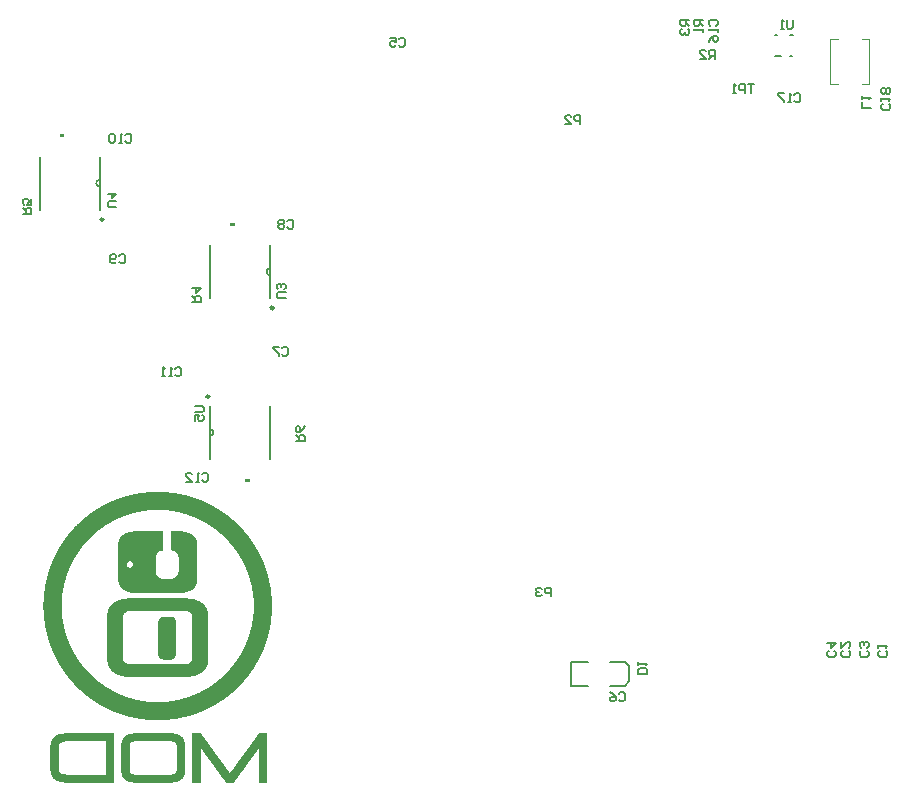
<source format=gbo>
G04 Layer_Color=32896*
%FSLAX25Y25*%
%MOIN*%
G70*
G01*
G75*
%ADD12C,0.00591*%
%ADD13C,0.00600*%
%ADD14C,0.00984*%
%ADD15C,0.00060*%
%ADD16C,0.00787*%
%ADD17C,0.00394*%
G36*
X-50600Y45572D02*
X-52100D01*
Y46572D01*
X-50600D01*
Y45572D01*
D02*
G37*
G36*
X-55718Y130935D02*
X-57218D01*
Y131935D01*
X-55718D01*
Y130935D01*
D02*
G37*
G36*
X-112490Y160435D02*
X-113990D01*
Y161435D01*
X-112490D01*
Y160435D01*
D02*
G37*
D12*
X144239Y-10774D02*
X144731Y-11266D01*
Y-12250D01*
X144239Y-12742D01*
X142271D01*
X141779Y-12250D01*
Y-11266D01*
X142271Y-10774D01*
X141779Y-8314D02*
X144731D01*
X143255Y-9790D01*
Y-7822D01*
X59419Y164835D02*
Y167787D01*
X57943D01*
X57451Y167295D01*
Y166311D01*
X57943Y165819D01*
X59419D01*
X54499Y164835D02*
X56467D01*
X54499Y166803D01*
Y167295D01*
X54991Y167787D01*
X55975D01*
X56467Y167295D01*
X49619Y7335D02*
Y10287D01*
X48143D01*
X47651Y9795D01*
Y8811D01*
X48143Y8319D01*
X49619D01*
X46667Y9795D02*
X46175Y10287D01*
X45191D01*
X44699Y9795D01*
Y9303D01*
X45191Y8811D01*
X45683D01*
X45191D01*
X44699Y8319D01*
Y7827D01*
X45191Y7335D01*
X46175D01*
X46667Y7827D01*
X102859Y197568D02*
X102367Y198059D01*
Y199044D01*
X102859Y199535D01*
X104827D01*
X105319Y199044D01*
Y198059D01*
X104827Y197568D01*
X105319Y196584D02*
Y195600D01*
Y196092D01*
X102367D01*
X102859Y196584D01*
X102367Y192156D02*
X102859Y193140D01*
X103843Y194124D01*
X104827D01*
X105319Y193632D01*
Y192648D01*
X104827Y192156D01*
X104335D01*
X103843Y192648D01*
Y194124D01*
X130851Y174495D02*
X131343Y174987D01*
X132327D01*
X132819Y174495D01*
Y172527D01*
X132327Y172035D01*
X131343D01*
X130851Y172527D01*
X129867Y172035D02*
X128883D01*
X129375D01*
Y174987D01*
X129867Y174495D01*
X127407Y174987D02*
X125439D01*
Y174495D01*
X127407Y172527D01*
Y172035D01*
X162279Y171503D02*
X162771Y171011D01*
Y170027D01*
X162279Y169535D01*
X160311D01*
X159819Y170027D01*
Y171011D01*
X160311Y171503D01*
X159819Y172487D02*
Y173471D01*
Y172979D01*
X162771D01*
X162279Y172487D01*
Y174947D02*
X162771Y175439D01*
Y176423D01*
X162279Y176915D01*
X161787D01*
X161295Y176423D01*
X160803Y176915D01*
X160311D01*
X159819Y176423D01*
Y175439D01*
X160311Y174947D01*
X160803D01*
X161295Y175439D01*
X161787Y174947D01*
X162279D01*
X161295Y175439D02*
Y176423D01*
X156271Y170035D02*
X153319D01*
Y172003D01*
Y172987D02*
Y173971D01*
Y173479D01*
X156271D01*
X155779Y172987D01*
X100319Y199535D02*
X97367D01*
Y198059D01*
X97859Y197568D01*
X98843D01*
X99335Y198059D01*
Y199535D01*
Y198551D02*
X100319Y197568D01*
Y196584D02*
Y195600D01*
Y196092D01*
X97367D01*
X97859Y196584D01*
X104319Y186535D02*
Y189487D01*
X102843D01*
X102351Y188995D01*
Y188011D01*
X102843Y187519D01*
X104319D01*
X103335D02*
X102351Y186535D01*
X99399D02*
X101367D01*
X99399Y188503D01*
Y188995D01*
X99891Y189487D01*
X100875D01*
X101367Y188995D01*
X95819Y199535D02*
X92867D01*
Y198059D01*
X93359Y197568D01*
X94343D01*
X94835Y198059D01*
Y199535D01*
Y198551D02*
X95819Y197568D01*
X93359Y196584D02*
X92867Y196092D01*
Y195108D01*
X93359Y194616D01*
X93851D01*
X94343Y195108D01*
Y195600D01*
Y195108D01*
X94835Y194616D01*
X95327D01*
X95819Y195108D01*
Y196092D01*
X95327Y196584D01*
X117319Y177987D02*
X115351D01*
X116335D01*
Y175035D01*
X114367D02*
Y177987D01*
X112891D01*
X112399Y177495D01*
Y176511D01*
X112891Y176019D01*
X114367D01*
X111415Y175035D02*
X110431D01*
X110923D01*
Y177987D01*
X111415Y177495D01*
X130269Y199487D02*
Y197027D01*
X129777Y196535D01*
X128793D01*
X128301Y197027D01*
Y199487D01*
X127317Y196535D02*
X126333D01*
X126825D01*
Y199487D01*
X127317Y198995D01*
X148979Y-10774D02*
X149471Y-11266D01*
Y-12250D01*
X148979Y-12742D01*
X147012D01*
X146520Y-12250D01*
Y-11266D01*
X147012Y-10774D01*
X146520Y-7822D02*
Y-9790D01*
X148488Y-7822D01*
X148979D01*
X149471Y-8314D01*
Y-9298D01*
X148979Y-9790D01*
X155220Y-10774D02*
X155712Y-11266D01*
Y-12250D01*
X155220Y-12742D01*
X153252D01*
X152760Y-12250D01*
Y-11266D01*
X153252Y-10774D01*
X155220Y-9790D02*
X155712Y-9298D01*
Y-8314D01*
X155220Y-7822D01*
X154728D01*
X154236Y-8314D01*
Y-8806D01*
Y-8314D01*
X153744Y-7822D01*
X153252D01*
X152760Y-8314D01*
Y-9298D01*
X153252Y-9790D01*
X-931Y193010D02*
X-439Y193502D01*
X545D01*
X1037Y193010D01*
Y191043D01*
X545Y190551D01*
X-439D01*
X-931Y191043D01*
X-3882Y193502D02*
X-1914D01*
Y192027D01*
X-2898Y192519D01*
X-3390D01*
X-3882Y192027D01*
Y191043D01*
X-3390Y190551D01*
X-2406D01*
X-1914Y191043D01*
X72351Y-25086D02*
X72843Y-24594D01*
X73827D01*
X74319Y-25086D01*
Y-27054D01*
X73827Y-27546D01*
X72843D01*
X72351Y-27054D01*
X69399Y-24594D02*
X70383Y-25086D01*
X71367Y-26070D01*
Y-27054D01*
X70875Y-27546D01*
X69891D01*
X69399Y-27054D01*
Y-26562D01*
X69891Y-26070D01*
X71367D01*
X161279Y-10774D02*
X161771Y-11266D01*
Y-12250D01*
X161279Y-12742D01*
X159311D01*
X158819Y-12250D01*
Y-11266D01*
X159311Y-10774D01*
X158819Y-9790D02*
Y-8806D01*
Y-9298D01*
X161771D01*
X161279Y-9790D01*
X81771Y-18565D02*
X78819D01*
Y-17089D01*
X79311Y-16597D01*
X81279D01*
X81771Y-17089D01*
Y-18565D01*
X78819Y-15613D02*
Y-14629D01*
Y-15121D01*
X81771D01*
X81279Y-15613D01*
X-39968Y90069D02*
X-39476Y90561D01*
X-38492D01*
X-38000Y90069D01*
Y88101D01*
X-38492Y87609D01*
X-39476D01*
X-39968Y88101D01*
X-40952Y90561D02*
X-42920D01*
Y90069D01*
X-40952Y88101D01*
Y87609D01*
X-38208Y132297D02*
X-37716Y132789D01*
X-36732D01*
X-36240Y132297D01*
Y130329D01*
X-36732Y129837D01*
X-37716D01*
X-38208Y130329D01*
X-39192Y132297D02*
X-39684Y132789D01*
X-40668D01*
X-41160Y132297D01*
Y131805D01*
X-40668Y131313D01*
X-41160Y130821D01*
Y130329D01*
X-40668Y129837D01*
X-39684D01*
X-39192Y130329D01*
Y130821D01*
X-39684Y131313D01*
X-39192Y131805D01*
Y132297D01*
X-39684Y131313D02*
X-40668D01*
X-94149Y120858D02*
X-93657Y121349D01*
X-92673D01*
X-92181Y120858D01*
Y118890D01*
X-92673Y118398D01*
X-93657D01*
X-94149Y118890D01*
X-95133D02*
X-95625Y118398D01*
X-96609D01*
X-97101Y118890D01*
Y120858D01*
X-96609Y121349D01*
X-95625D01*
X-95133Y120858D01*
Y120366D01*
X-95625Y119873D01*
X-97101D01*
X-92149Y161076D02*
X-91657Y161568D01*
X-90673D01*
X-90181Y161076D01*
Y159108D01*
X-90673Y158616D01*
X-91657D01*
X-92149Y159108D01*
X-93133Y158616D02*
X-94117D01*
X-93625D01*
Y161568D01*
X-93133Y161076D01*
X-95593D02*
X-96085Y161568D01*
X-97069D01*
X-97561Y161076D01*
Y159108D01*
X-97069Y158616D01*
X-96085D01*
X-95593Y159108D01*
Y161076D01*
X-75562Y83198D02*
X-75070Y83690D01*
X-74086D01*
X-73594Y83198D01*
Y81230D01*
X-74086Y80738D01*
X-75070D01*
X-75562Y81230D01*
X-76546Y80738D02*
X-77530D01*
X-77038D01*
Y83690D01*
X-76546Y83198D01*
X-79006Y80738D02*
X-79990D01*
X-79498D01*
Y83690D01*
X-79006Y83198D01*
X-66554Y48028D02*
X-66062Y48520D01*
X-65078D01*
X-64586Y48028D01*
Y46060D01*
X-65078Y45568D01*
X-66062D01*
X-66554Y46060D01*
X-67538Y45568D02*
X-68522D01*
X-68030D01*
Y48520D01*
X-67538Y48028D01*
X-71966Y45568D02*
X-69998D01*
X-71966Y47536D01*
Y48028D01*
X-71474Y48520D01*
X-70490D01*
X-69998Y48028D01*
X-69959Y105535D02*
X-67007D01*
Y107011D01*
X-67499Y107503D01*
X-68483D01*
X-68975Y107011D01*
Y105535D01*
Y106519D02*
X-69959Y107503D01*
Y109963D02*
X-67007D01*
X-68483Y108487D01*
Y110455D01*
X-126363Y134882D02*
X-123411D01*
Y136358D01*
X-123903Y136850D01*
X-124887D01*
X-125379Y136358D01*
Y134882D01*
Y135866D02*
X-126363Y136850D01*
X-123411Y139802D02*
Y137834D01*
X-124887D01*
X-124395Y138818D01*
Y139310D01*
X-124887Y139802D01*
X-125871D01*
X-126363Y139310D01*
Y138326D01*
X-125871Y137834D01*
X-35234Y59051D02*
X-32283D01*
Y60527D01*
X-32774Y61019D01*
X-33759D01*
X-34250Y60527D01*
Y59051D01*
Y60035D02*
X-35234Y61019D01*
X-32283Y63971D02*
X-32774Y62987D01*
X-33759Y62003D01*
X-34742D01*
X-35234Y62495D01*
Y63479D01*
X-34742Y63971D01*
X-34250D01*
X-33759Y63479D01*
Y62003D01*
X-38618Y106685D02*
X-41078D01*
X-41570Y107177D01*
Y108161D01*
X-41078Y108653D01*
X-38618D01*
X-39110Y109637D02*
X-38618Y110129D01*
Y111113D01*
X-39110Y111605D01*
X-39602D01*
X-40094Y111113D01*
Y110621D01*
Y111113D01*
X-40586Y111605D01*
X-41078D01*
X-41570Y111113D01*
Y110129D01*
X-41078Y109637D01*
X-95091Y137035D02*
X-97551D01*
X-98043Y137527D01*
Y138511D01*
X-97551Y139003D01*
X-95091D01*
X-98043Y141463D02*
X-95091D01*
X-96567Y139987D01*
Y141955D01*
X-69001Y70764D02*
X-66541D01*
X-66049Y70272D01*
Y69288D01*
X-66541Y68796D01*
X-69001D01*
Y65844D02*
Y67812D01*
X-67525D01*
X-68017Y66828D01*
Y66336D01*
X-67525Y65844D01*
X-66541D01*
X-66049Y66336D01*
Y67320D01*
X-66541Y67812D01*
D13*
X-100631Y146235D02*
G03*
X-100631Y143835I0J-1200D01*
G01*
X-43859Y116735D02*
G03*
X-43859Y114335I0J-1200D01*
G01*
X-63959Y60772D02*
G03*
X-63959Y63172I0J1200D01*
G01*
X-120731Y136185D02*
Y153885D01*
X-100631Y136185D02*
Y153885D01*
X-63959Y106685D02*
Y124385D01*
X-43859Y106685D02*
Y124385D01*
X-63959Y53122D02*
Y70822D01*
X-43859Y53122D02*
Y70822D01*
D14*
X-99461Y133035D02*
G03*
X-99461Y133035I-492J0D01*
G01*
X-42689Y103535D02*
G03*
X-42689Y103535I-492J0D01*
G01*
X-64146Y73972D02*
G03*
X-64146Y73972I-492J0D01*
G01*
D15*
X-83660Y42120D02*
X-79400D01*
X-84560Y42060D02*
X-78500D01*
X-85220Y42000D02*
X-77840D01*
X-85760Y41940D02*
X-77240D01*
X-86300Y41880D02*
X-76700D01*
X-86720Y41820D02*
X-76280D01*
X-87200Y41760D02*
X-75860D01*
X-87560Y41700D02*
X-75440D01*
X-87920Y41640D02*
X-75080D01*
X-88280Y41580D02*
X-74720D01*
X-88580Y41520D02*
X-74420D01*
X-88940Y41460D02*
X-74120D01*
X-89180Y41400D02*
X-73820D01*
X-89480Y41340D02*
X-73520D01*
X-89780Y41280D02*
X-73280D01*
X-90020Y41220D02*
X-72980D01*
X-90260Y41160D02*
X-72740D01*
X-90560Y41100D02*
X-72500D01*
X-90800Y41040D02*
X-72260D01*
X-91040Y40980D02*
X-72020D01*
X-91280Y40920D02*
X-71780D01*
X-91460Y40860D02*
X-71540D01*
X-91700Y40800D02*
X-71360D01*
X-91880Y40740D02*
X-71120D01*
X-92120Y40680D02*
X-70940D01*
X-92300Y40620D02*
X-70700D01*
X-92540Y40560D02*
X-70520D01*
X-92720Y40500D02*
X-70280D01*
X-92900Y40440D02*
X-70100D01*
X-93080Y40380D02*
X-69920D01*
X-93260Y40320D02*
X-69740D01*
X-93440Y40260D02*
X-69560D01*
X-93680Y40200D02*
X-69380D01*
X-93800Y40140D02*
X-69200D01*
X-93980Y40080D02*
X-69020D01*
X-94160Y40020D02*
X-68840D01*
X-94340Y39960D02*
X-68720D01*
X-94520Y39900D02*
X-68540D01*
X-94640Y39840D02*
X-68360D01*
X-94820Y39780D02*
X-68180D01*
X-95000Y39720D02*
X-68060D01*
X-95120Y39660D02*
X-67880D01*
X-95300Y39600D02*
X-67700D01*
X-95420Y39540D02*
X-67580D01*
X-95600Y39480D02*
X-67400D01*
X-95720Y39420D02*
X-67280D01*
X-95900Y39360D02*
X-67160D01*
X-96020Y39300D02*
X-66980D01*
X-96200Y39240D02*
X-66860D01*
X-96320Y39180D02*
X-66680D01*
X-96440Y39120D02*
X-66560D01*
X-96620Y39060D02*
X-66440D01*
X-96740Y39000D02*
X-66260D01*
X-96860Y38940D02*
X-66140D01*
X-97040Y38880D02*
X-66020D01*
X-97160Y38820D02*
X-65840D01*
X-97280Y38760D02*
X-65720D01*
X-97400Y38700D02*
X-65600D01*
X-97520Y38640D02*
X-65480D01*
X-97640Y38580D02*
X-65360D01*
X-97820Y38520D02*
X-65240D01*
X-97940Y38460D02*
X-65120D01*
X-98060Y38400D02*
X-65000D01*
X-98180Y38340D02*
X-64880D01*
X-98300Y38280D02*
X-64760D01*
X-98420Y38220D02*
X-64640D01*
X-98540Y38160D02*
X-64520D01*
X-98660Y38100D02*
X-64400D01*
X-98780Y38040D02*
X-64280D01*
X-98900Y37980D02*
X-64160D01*
X-99020Y37920D02*
X-64040D01*
X-99080Y37860D02*
X-63920D01*
X-99200Y37800D02*
X-63800D01*
X-99320Y37740D02*
X-63680D01*
X-99440Y37680D02*
X-63560D01*
X-99560Y37620D02*
X-63440D01*
X-99680Y37560D02*
X-63320D01*
X-99800Y37500D02*
X-63260D01*
X-99860Y37440D02*
X-63140D01*
X-99980Y37380D02*
X-63020D01*
X-100100Y37320D02*
X-62900D01*
X-100220Y37260D02*
X-62840D01*
X-100340Y37200D02*
X-62720D01*
X-100400Y37140D02*
X-62600D01*
X-100520Y37080D02*
X-62480D01*
X-100640Y37020D02*
X-62420D01*
X-100700Y36960D02*
X-62300D01*
X-100820Y36900D02*
X-62180D01*
X-100940Y36840D02*
X-62120D01*
X-101060Y36780D02*
X-62000D01*
X-101120Y36720D02*
X-61880D01*
X-101240Y36660D02*
X-61760D01*
X-101300Y36600D02*
X-61700D01*
X-101420Y36540D02*
X-61580D01*
X-101540Y36480D02*
X-61520D01*
X-79640Y36420D02*
X-61400D01*
X-101600D02*
X-83360D01*
X-78800Y36360D02*
X-61280D01*
X-101720D02*
X-84200D01*
X-78200Y36300D02*
X-61220D01*
X-101780D02*
X-84860D01*
X-77660Y36240D02*
X-61100D01*
X-101900D02*
X-85400D01*
X-77180Y36180D02*
X-61040D01*
X-102020D02*
X-85820D01*
X-76760Y36120D02*
X-60920D01*
X-102080D02*
X-86300D01*
X-76400Y36060D02*
X-60860D01*
X-102200D02*
X-86660D01*
X-75980Y36000D02*
X-60740D01*
X-102260D02*
X-87020D01*
X-75680Y35940D02*
X-60680D01*
X-102380D02*
X-87380D01*
X-75380Y35880D02*
X-60560D01*
X-102440D02*
X-87680D01*
X-75020Y35820D02*
X-60500D01*
X-102560D02*
X-87980D01*
X-74780Y35760D02*
X-60380D01*
X-102620D02*
X-88280D01*
X-74480Y35700D02*
X-60320D01*
X-102740D02*
X-88520D01*
X-74240Y35640D02*
X-60200D01*
X-102800D02*
X-88820D01*
X-74000Y35580D02*
X-60140D01*
X-102920D02*
X-89060D01*
X-73760Y35520D02*
X-60020D01*
X-102980D02*
X-89300D01*
X-73460Y35460D02*
X-59960D01*
X-103100D02*
X-89540D01*
X-73280Y35400D02*
X-59840D01*
X-103160D02*
X-89780D01*
X-73040Y35340D02*
X-59780D01*
X-103220D02*
X-89960D01*
X-72800Y35280D02*
X-59660D01*
X-103340D02*
X-90200D01*
X-72620Y35220D02*
X-59600D01*
X-103400D02*
X-90440D01*
X-72380Y35160D02*
X-59540D01*
X-103520D02*
X-90620D01*
X-72200Y35100D02*
X-59420D01*
X-103580D02*
X-90800D01*
X-72020Y35040D02*
X-59360D01*
X-103640D02*
X-91040D01*
X-71840Y34980D02*
X-59300D01*
X-103760D02*
X-91220D01*
X-71660Y34920D02*
X-59180D01*
X-103820D02*
X-91400D01*
X-71420Y34860D02*
X-59120D01*
X-103940D02*
X-91580D01*
X-71240Y34800D02*
X-59000D01*
X-104000D02*
X-91760D01*
X-71060Y34740D02*
X-58940D01*
X-104060D02*
X-91940D01*
X-70940Y34680D02*
X-58880D01*
X-104180D02*
X-92120D01*
X-70760Y34620D02*
X-58760D01*
X-104240D02*
X-92300D01*
X-70580Y34560D02*
X-58700D01*
X-104300D02*
X-92420D01*
X-70400Y34500D02*
X-58640D01*
X-104420D02*
X-92600D01*
X-70280Y34440D02*
X-58520D01*
X-104480D02*
X-92780D01*
X-70100Y34380D02*
X-58460D01*
X-104540D02*
X-92900D01*
X-69920Y34320D02*
X-58400D01*
X-104600D02*
X-93080D01*
X-69800Y34260D02*
X-58280D01*
X-104720D02*
X-93260D01*
X-69620Y34200D02*
X-58220D01*
X-104780D02*
X-93380D01*
X-69500Y34140D02*
X-58160D01*
X-104840D02*
X-93560D01*
X-69320Y34080D02*
X-58100D01*
X-104960D02*
X-93680D01*
X-69200Y34020D02*
X-57980D01*
X-105020D02*
X-93860D01*
X-69020Y33960D02*
X-57920D01*
X-105080D02*
X-93980D01*
X-68900Y33900D02*
X-57860D01*
X-105140D02*
X-94100D01*
X-68780Y33840D02*
X-57800D01*
X-105260D02*
X-94280D01*
X-68600Y33780D02*
X-57680D01*
X-105320D02*
X-94400D01*
X-68480Y33720D02*
X-57620D01*
X-105380D02*
X-94520D01*
X-68360Y33660D02*
X-57560D01*
X-105440D02*
X-94640D01*
X-68240Y33600D02*
X-57500D01*
X-105560D02*
X-94820D01*
X-68060Y33540D02*
X-57380D01*
X-105620D02*
X-94940D01*
X-67940Y33480D02*
X-57320D01*
X-105680D02*
X-95060D01*
X-67820Y33420D02*
X-57260D01*
X-105740D02*
X-95180D01*
X-67700Y33360D02*
X-57200D01*
X-105800D02*
X-95300D01*
X-67580Y33300D02*
X-57140D01*
X-105920D02*
X-95420D01*
X-67460Y33240D02*
X-57080D01*
X-105980D02*
X-95540D01*
X-67340Y33180D02*
X-56960D01*
X-106040D02*
X-95660D01*
X-67220Y33120D02*
X-56900D01*
X-106100D02*
X-95780D01*
X-67100Y33060D02*
X-56840D01*
X-106160D02*
X-95900D01*
X-66980Y33000D02*
X-56780D01*
X-106280D02*
X-96020D01*
X-66860Y32940D02*
X-56720D01*
X-106340D02*
X-96140D01*
X-66740Y32880D02*
X-56600D01*
X-106400D02*
X-96260D01*
X-66620Y32820D02*
X-56540D01*
X-106460D02*
X-96380D01*
X-66500Y32760D02*
X-56480D01*
X-106520D02*
X-96500D01*
X-66380Y32700D02*
X-56420D01*
X-106580D02*
X-96620D01*
X-66260Y32640D02*
X-56360D01*
X-106640D02*
X-96740D01*
X-66200Y32580D02*
X-56300D01*
X-106700D02*
X-96860D01*
X-66080Y32520D02*
X-56240D01*
X-106820D02*
X-96980D01*
X-65960Y32460D02*
X-56180D01*
X-106880D02*
X-97040D01*
X-65840Y32400D02*
X-56060D01*
X-106940D02*
X-97160D01*
X-65720Y32340D02*
X-56000D01*
X-107000D02*
X-97280D01*
X-65660Y32280D02*
X-55940D01*
X-107060D02*
X-97400D01*
X-65540Y32220D02*
X-55880D01*
X-107120D02*
X-97520D01*
X-65420Y32160D02*
X-55820D01*
X-107180D02*
X-97580D01*
X-65300Y32100D02*
X-55760D01*
X-107240D02*
X-97700D01*
X-65240Y32040D02*
X-55700D01*
X-107300D02*
X-97820D01*
X-65120Y31980D02*
X-55640D01*
X-107360D02*
X-97880D01*
X-65000Y31920D02*
X-55580D01*
X-107420D02*
X-98000D01*
X-64940Y31860D02*
X-55520D01*
X-107540D02*
X-98120D01*
X-64820Y31800D02*
X-55460D01*
X-107600D02*
X-98180D01*
X-64700Y31740D02*
X-55400D01*
X-107660D02*
X-98300D01*
X-64640Y31680D02*
X-55340D01*
X-107720D02*
X-98420D01*
X-64520Y31620D02*
X-55280D01*
X-107780D02*
X-98480D01*
X-64400Y31560D02*
X-55160D01*
X-107840D02*
X-98600D01*
X-64340Y31500D02*
X-55100D01*
X-107900D02*
X-98660D01*
X-64220Y31440D02*
X-55040D01*
X-107960D02*
X-98780D01*
X-64160Y31380D02*
X-54980D01*
X-108020D02*
X-98900D01*
X-64040Y31320D02*
X-54920D01*
X-108080D02*
X-98960D01*
X-63980Y31260D02*
X-54860D01*
X-108140D02*
X-99080D01*
X-63860Y31200D02*
X-54800D01*
X-108200D02*
X-99140D01*
X-63800Y31140D02*
X-54740D01*
X-108260D02*
X-99260D01*
X-63680Y31080D02*
X-54680D01*
X-108320D02*
X-99320D01*
X-63620Y31020D02*
X-54620D01*
X-108380D02*
X-99440D01*
X-63500Y30960D02*
X-54560D01*
X-108440D02*
X-99500D01*
X-63440Y30900D02*
X-54500D01*
X-108500D02*
X-99620D01*
X-63320Y30840D02*
X-54440D01*
X-108560D02*
X-99680D01*
X-63260Y30780D02*
X-54380D01*
X-108620D02*
X-99800D01*
X-63140Y30720D02*
X-54320D01*
X-108680D02*
X-99860D01*
X-63080Y30660D02*
X-54260D01*
X-108740D02*
X-99920D01*
X-62960Y30600D02*
X-54200D01*
X-108800D02*
X-100040D01*
X-62900Y30540D02*
X-54200D01*
X-108860D02*
X-100100D01*
X-62840Y30480D02*
X-54140D01*
X-108920D02*
X-100220D01*
X-62720Y30420D02*
X-54080D01*
X-108980D02*
X-100280D01*
X-62660Y30360D02*
X-54020D01*
X-109040D02*
X-100340D01*
X-62540Y30300D02*
X-53960D01*
X-109100D02*
X-100460D01*
X-62480Y30240D02*
X-53900D01*
X-109160D02*
X-100520D01*
X-62420Y30180D02*
X-53840D01*
X-109160D02*
X-100640D01*
X-62300Y30120D02*
X-53780D01*
X-109220D02*
X-100700D01*
X-62240Y30060D02*
X-53720D01*
X-109280D02*
X-100760D01*
X-62180Y30000D02*
X-53660D01*
X-109340D02*
X-100880D01*
X-62060Y29940D02*
X-53600D01*
X-109400D02*
X-100940D01*
X-62000Y29880D02*
X-53540D01*
X-109460D02*
X-101000D01*
X-61940Y29820D02*
X-53480D01*
X-109520D02*
X-101060D01*
X-61820Y29760D02*
X-53420D01*
X-109580D02*
X-101180D01*
X-61760Y29700D02*
X-53360D01*
X-109640D02*
X-101240D01*
X-61700Y29640D02*
X-53360D01*
X-109700D02*
X-101300D01*
X-61640Y29580D02*
X-53300D01*
X-109760D02*
X-101420D01*
X-61520Y29520D02*
X-53240D01*
X-109760D02*
X-101480D01*
X-61460Y29460D02*
X-53180D01*
X-109820D02*
X-101540D01*
X-61400Y29400D02*
X-53120D01*
X-109880D02*
X-101600D01*
X-61340Y29340D02*
X-53060D01*
X-109940D02*
X-101720D01*
X-61220Y29280D02*
X-53000D01*
X-110000D02*
X-101780D01*
X-61160Y29220D02*
X-52940D01*
X-110060D02*
X-101840D01*
X-61100Y29160D02*
X-52880D01*
X-110120D02*
X-101900D01*
X-61040Y29100D02*
X-52880D01*
X-110180D02*
X-102020D01*
X-60980Y29040D02*
X-52820D01*
X-76760D02*
X-74060D01*
X-88940D02*
X-79880D01*
X-110240D02*
X-102080D01*
X-60860Y28980D02*
X-52760D01*
X-76760D02*
X-73280D01*
X-89720D02*
X-79880D01*
X-110240D02*
X-102140D01*
X-60800Y28920D02*
X-52700D01*
X-76760D02*
X-72860D01*
X-90140D02*
X-79880D01*
X-110300D02*
X-102200D01*
X-60740Y28860D02*
X-52640D01*
X-76760D02*
X-72500D01*
X-90500D02*
X-79880D01*
X-110360D02*
X-102260D01*
X-60680Y28800D02*
X-52580D01*
X-76760D02*
X-72200D01*
X-90740D02*
X-79880D01*
X-110420D02*
X-102320D01*
X-60620Y28740D02*
X-52520D01*
X-76760D02*
X-72020D01*
X-90980D02*
X-79880D01*
X-110480D02*
X-102440D01*
X-60500Y28680D02*
X-52520D01*
X-76760D02*
X-71780D01*
X-91220D02*
X-79880D01*
X-110540D02*
X-102500D01*
X-60440Y28620D02*
X-52460D01*
X-76760D02*
X-71600D01*
X-91400D02*
X-79880D01*
X-110540D02*
X-102560D01*
X-60380Y28560D02*
X-52400D01*
X-76760D02*
X-71420D01*
X-91580D02*
X-79880D01*
X-110600D02*
X-102620D01*
X-60320Y28500D02*
X-52340D01*
X-76760D02*
X-71240D01*
X-91700D02*
X-79880D01*
X-110660D02*
X-102680D01*
X-60260Y28440D02*
X-52280D01*
X-76760D02*
X-71120D01*
X-91880D02*
X-79880D01*
X-110720D02*
X-102740D01*
X-60200Y28380D02*
X-52220D01*
X-76760D02*
X-71000D01*
X-92000D02*
X-79880D01*
X-110780D02*
X-102860D01*
X-60140Y28320D02*
X-52220D01*
X-76760D02*
X-70880D01*
X-92120D02*
X-79880D01*
X-110840D02*
X-102920D01*
X-60020Y28260D02*
X-52160D01*
X-76760D02*
X-70700D01*
X-92240D02*
X-79880D01*
X-110840D02*
X-102980D01*
X-59960Y28200D02*
X-52100D01*
X-76760D02*
X-70640D01*
X-92360D02*
X-79880D01*
X-110900D02*
X-103040D01*
X-59900Y28140D02*
X-52040D01*
X-76760D02*
X-70520D01*
X-92480D02*
X-79880D01*
X-110960D02*
X-103100D01*
X-59840Y28080D02*
X-51980D01*
X-76760D02*
X-70400D01*
X-92600D02*
X-79880D01*
X-111020D02*
X-103160D01*
X-59780Y28020D02*
X-51980D01*
X-76760D02*
X-70340D01*
X-92660D02*
X-79880D01*
X-111080D02*
X-103220D01*
X-59720Y27960D02*
X-51920D01*
X-76760D02*
X-70220D01*
X-92780D02*
X-79880D01*
X-111080D02*
X-103280D01*
X-59660Y27900D02*
X-51860D01*
X-76760D02*
X-70160D01*
X-92840D02*
X-79880D01*
X-111140D02*
X-103340D01*
X-59600Y27840D02*
X-51800D01*
X-76760D02*
X-70040D01*
X-92900D02*
X-79880D01*
X-111200D02*
X-103400D01*
X-59540Y27780D02*
X-51740D01*
X-76760D02*
X-69980D01*
X-93020D02*
X-79880D01*
X-111260D02*
X-103520D01*
X-59480Y27720D02*
X-51740D01*
X-76760D02*
X-69920D01*
X-93080D02*
X-79880D01*
X-111320D02*
X-103580D01*
X-59420Y27660D02*
X-51680D01*
X-76760D02*
X-69860D01*
X-93140D02*
X-79880D01*
X-111320D02*
X-103640D01*
X-59360Y27600D02*
X-51620D01*
X-76760D02*
X-69740D01*
X-93200D02*
X-79880D01*
X-111380D02*
X-103700D01*
X-59240Y27540D02*
X-51560D01*
X-76760D02*
X-69680D01*
X-93260D02*
X-79880D01*
X-111440D02*
X-103760D01*
X-59180Y27480D02*
X-51500D01*
X-76760D02*
X-69620D01*
X-93320D02*
X-79880D01*
X-111500D02*
X-103820D01*
X-59120Y27420D02*
X-51500D01*
X-76760D02*
X-69560D01*
X-93380D02*
X-79880D01*
X-111560D02*
X-103880D01*
X-59060Y27360D02*
X-51440D01*
X-76760D02*
X-69500D01*
X-93440D02*
X-79880D01*
X-111560D02*
X-103940D01*
X-59000Y27300D02*
X-51380D01*
X-76760D02*
X-69440D01*
X-93500D02*
X-79880D01*
X-111620D02*
X-104000D01*
X-58940Y27240D02*
X-51320D01*
X-76760D02*
X-69440D01*
X-93560D02*
X-79880D01*
X-111680D02*
X-104060D01*
X-58880Y27180D02*
X-51320D01*
X-76760D02*
X-69380D01*
X-93620D02*
X-79880D01*
X-111740D02*
X-104120D01*
X-58820Y27120D02*
X-51260D01*
X-76760D02*
X-69320D01*
X-93680D02*
X-79880D01*
X-111740D02*
X-104180D01*
X-58760Y27060D02*
X-51200D01*
X-76760D02*
X-69260D01*
X-93740D02*
X-79880D01*
X-111800D02*
X-104240D01*
X-58700Y27000D02*
X-51140D01*
X-76760D02*
X-69200D01*
X-93740D02*
X-79880D01*
X-111860D02*
X-104300D01*
X-58640Y26940D02*
X-51140D01*
X-76760D02*
X-69200D01*
X-93800D02*
X-79880D01*
X-111920D02*
X-104360D01*
X-58580Y26880D02*
X-51080D01*
X-76760D02*
X-69140D01*
X-93860D02*
X-79880D01*
X-111920D02*
X-104420D01*
X-58520Y26820D02*
X-51020D01*
X-76760D02*
X-69080D01*
X-93860D02*
X-79880D01*
X-111980D02*
X-104480D01*
X-58460Y26760D02*
X-50960D01*
X-76760D02*
X-69080D01*
X-93920D02*
X-79880D01*
X-112040D02*
X-104540D01*
X-58400Y26700D02*
X-50960D01*
X-76760D02*
X-69020D01*
X-93980D02*
X-79880D01*
X-112100D02*
X-104600D01*
X-58340Y26640D02*
X-50900D01*
X-76760D02*
X-69020D01*
X-93980D02*
X-79880D01*
X-112100D02*
X-104660D01*
X-58280Y26580D02*
X-50840D01*
X-76760D02*
X-68960D01*
X-94040D02*
X-79880D01*
X-112160D02*
X-104720D01*
X-58220Y26520D02*
X-50780D01*
X-76760D02*
X-68960D01*
X-94040D02*
X-79880D01*
X-112220D02*
X-104780D01*
X-58220Y26460D02*
X-50780D01*
X-76760D02*
X-68900D01*
X-94100D02*
X-79880D01*
X-112280D02*
X-104840D01*
X-58160Y26400D02*
X-50720D01*
X-76760D02*
X-68900D01*
X-94100D02*
X-79880D01*
X-112280D02*
X-104900D01*
X-58100Y26340D02*
X-50660D01*
X-76760D02*
X-68840D01*
X-94160D02*
X-79880D01*
X-112340D02*
X-104960D01*
X-58040Y26280D02*
X-50660D01*
X-76760D02*
X-68840D01*
X-94160D02*
X-79880D01*
X-112400D02*
X-105020D01*
X-57980Y26220D02*
X-50600D01*
X-76760D02*
X-68780D01*
X-94160D02*
X-79880D01*
X-112400D02*
X-105020D01*
X-57920Y26160D02*
X-50540D01*
X-76760D02*
X-68780D01*
X-94220D02*
X-79880D01*
X-112460D02*
X-105080D01*
X-57860Y26100D02*
X-50480D01*
X-76760D02*
X-68720D01*
X-94220D02*
X-79880D01*
X-112520D02*
X-105140D01*
X-57800Y26040D02*
X-50480D01*
X-76760D02*
X-68720D01*
X-94280D02*
X-79880D01*
X-112580D02*
X-105200D01*
X-57740Y25980D02*
X-50420D01*
X-76760D02*
X-68720D01*
X-94280D02*
X-79880D01*
X-112580D02*
X-105260D01*
X-57680Y25920D02*
X-50360D01*
X-76760D02*
X-68660D01*
X-94280D02*
X-79880D01*
X-112640D02*
X-105320D01*
X-57620Y25860D02*
X-50360D01*
X-76760D02*
X-68660D01*
X-94340D02*
X-79880D01*
X-112700D02*
X-105380D01*
X-57560Y25800D02*
X-50300D01*
X-76760D02*
X-68660D01*
X-94340D02*
X-79880D01*
X-112700D02*
X-105440D01*
X-57500Y25740D02*
X-50240D01*
X-76760D02*
X-68600D01*
X-94340D02*
X-79880D01*
X-112760D02*
X-105500D01*
X-57500Y25680D02*
X-50240D01*
X-76760D02*
X-68600D01*
X-94400D02*
X-79880D01*
X-112820D02*
X-105560D01*
X-57440Y25620D02*
X-50180D01*
X-76760D02*
X-68600D01*
X-94400D02*
X-79880D01*
X-112820D02*
X-105620D01*
X-57380Y25560D02*
X-50120D01*
X-76760D02*
X-68600D01*
X-94400D02*
X-79880D01*
X-112880D02*
X-105620D01*
X-57320Y25500D02*
X-50120D01*
X-76760D02*
X-68540D01*
X-94400D02*
X-79880D01*
X-112940D02*
X-105680D01*
X-57260Y25440D02*
X-50060D01*
X-76760D02*
X-68540D01*
X-94460D02*
X-79880D01*
X-112940D02*
X-105740D01*
X-57200Y25380D02*
X-50000D01*
X-76760D02*
X-68540D01*
X-94460D02*
X-79880D01*
X-113000D02*
X-105800D01*
X-57140Y25320D02*
X-50000D01*
X-76760D02*
X-68540D01*
X-94460D02*
X-79880D01*
X-113060D02*
X-105860D01*
X-57080Y25260D02*
X-49940D01*
X-76760D02*
X-68540D01*
X-94460D02*
X-79880D01*
X-113060D02*
X-105920D01*
X-57080Y25200D02*
X-49880D01*
X-76760D02*
X-68480D01*
X-94460D02*
X-79880D01*
X-113120D02*
X-105980D01*
X-57020Y25140D02*
X-49880D01*
X-76760D02*
X-68480D01*
X-94460D02*
X-79880D01*
X-113180D02*
X-106040D01*
X-56960Y25080D02*
X-49820D01*
X-76760D02*
X-68480D01*
X-94520D02*
X-79880D01*
X-113180D02*
X-106040D01*
X-56900Y25020D02*
X-49760D01*
X-76760D02*
X-68480D01*
X-94520D02*
X-79880D01*
X-113240D02*
X-106100D01*
X-56840Y24960D02*
X-49760D01*
X-76760D02*
X-68480D01*
X-94520D02*
X-79880D01*
X-113300D02*
X-106160D01*
X-56780Y24900D02*
X-49700D01*
X-76760D02*
X-68480D01*
X-94520D02*
X-79880D01*
X-113300D02*
X-106220D01*
X-56780Y24840D02*
X-49640D01*
X-76760D02*
X-68480D01*
X-94520D02*
X-79880D01*
X-113360D02*
X-106280D01*
X-56720Y24780D02*
X-49640D01*
X-76760D02*
X-68420D01*
X-94520D02*
X-79880D01*
X-113420D02*
X-106340D01*
X-56660Y24720D02*
X-49580D01*
X-76760D02*
X-68420D01*
X-94520D02*
X-79880D01*
X-113420D02*
X-106340D01*
X-56600Y24660D02*
X-49520D01*
X-76760D02*
X-68420D01*
X-94520D02*
X-79880D01*
X-113480D02*
X-106400D01*
X-56540Y24600D02*
X-49520D01*
X-76760D02*
X-68420D01*
X-94580D02*
X-79880D01*
X-113540D02*
X-106460D01*
X-56480Y24540D02*
X-49460D01*
X-76760D02*
X-68420D01*
X-94580D02*
X-79880D01*
X-113540D02*
X-106520D01*
X-56480Y24480D02*
X-49400D01*
X-76760D02*
X-68420D01*
X-94580D02*
X-79880D01*
X-113600D02*
X-106580D01*
X-56420Y24420D02*
X-49400D01*
X-76760D02*
X-68420D01*
X-94580D02*
X-79880D01*
X-113600D02*
X-106580D01*
X-56360Y24360D02*
X-49340D01*
X-76760D02*
X-68420D01*
X-94580D02*
X-79880D01*
X-113660D02*
X-106640D01*
X-56300Y24300D02*
X-49340D01*
X-76760D02*
X-68420D01*
X-94580D02*
X-79880D01*
X-113720D02*
X-106700D01*
X-56240Y24240D02*
X-49280D01*
X-76760D02*
X-68420D01*
X-94580D02*
X-79880D01*
X-113720D02*
X-106760D01*
X-56240Y24180D02*
X-49220D01*
X-76760D02*
X-68420D01*
X-94580D02*
X-79880D01*
X-113780D02*
X-106820D01*
X-56180Y24120D02*
X-49220D01*
X-76760D02*
X-68420D01*
X-94580D02*
X-79880D01*
X-113840D02*
X-106820D01*
X-56120Y24060D02*
X-49160D01*
X-76760D02*
X-68420D01*
X-94580D02*
X-79880D01*
X-113840D02*
X-106880D01*
X-56060Y24000D02*
X-49100D01*
X-76760D02*
X-68420D01*
X-94580D02*
X-79880D01*
X-113900D02*
X-106940D01*
X-56000Y23940D02*
X-49100D01*
X-76760D02*
X-68420D01*
X-94580D02*
X-79880D01*
X-113900D02*
X-107000D01*
X-56000Y23880D02*
X-49040D01*
X-76760D02*
X-68420D01*
X-94580D02*
X-79880D01*
X-113960D02*
X-107060D01*
X-55940Y23820D02*
X-49040D01*
X-76760D02*
X-68420D01*
X-94580D02*
X-79880D01*
X-114020D02*
X-107060D01*
X-55880Y23760D02*
X-48980D01*
X-76760D02*
X-68420D01*
X-94580D02*
X-79880D01*
X-114020D02*
X-107120D01*
X-55820Y23700D02*
X-48920D01*
X-76760D02*
X-68420D01*
X-94580D02*
X-79880D01*
X-114080D02*
X-107180D01*
X-55820Y23640D02*
X-48920D01*
X-76760D02*
X-68420D01*
X-94580D02*
X-79880D01*
X-114080D02*
X-107240D01*
X-55760Y23580D02*
X-48860D01*
X-76760D02*
X-68420D01*
X-94580D02*
X-79880D01*
X-114140D02*
X-107240D01*
X-55700Y23520D02*
X-48860D01*
X-76760D02*
X-68420D01*
X-94580D02*
X-79880D01*
X-114200D02*
X-107300D01*
X-55640Y23460D02*
X-48800D01*
X-76760D02*
X-68420D01*
X-94580D02*
X-79880D01*
X-114200D02*
X-107360D01*
X-55640Y23400D02*
X-48800D01*
X-76760D02*
X-68420D01*
X-94580D02*
X-79880D01*
X-114260D02*
X-107420D01*
X-55580Y23340D02*
X-48740D01*
X-76760D02*
X-68420D01*
X-94580D02*
X-79880D01*
X-114260D02*
X-107420D01*
X-55520Y23280D02*
X-48680D01*
X-76760D02*
X-68420D01*
X-94580D02*
X-79880D01*
X-114320D02*
X-107480D01*
X-55460Y23220D02*
X-48680D01*
X-76760D02*
X-68420D01*
X-94580D02*
X-79880D01*
X-114380D02*
X-107540D01*
X-55460Y23160D02*
X-48620D01*
X-76760D02*
X-68420D01*
X-94580D02*
X-79880D01*
X-114380D02*
X-107600D01*
X-55400Y23100D02*
X-48620D01*
X-76760D02*
X-68420D01*
X-94580D02*
X-79880D01*
X-114440D02*
X-107600D01*
X-55340Y23040D02*
X-48560D01*
X-76760D02*
X-68420D01*
X-94580D02*
X-79880D01*
X-114440D02*
X-107660D01*
X-55340Y22980D02*
X-48500D01*
X-76760D02*
X-68420D01*
X-94580D02*
X-79880D01*
X-114500D02*
X-107720D01*
X-55280Y22920D02*
X-48500D01*
X-76640D02*
X-68420D01*
X-94580D02*
X-80060D01*
X-114500D02*
X-107720D01*
X-55220Y22860D02*
X-48440D01*
X-76220D02*
X-68420D01*
X-94580D02*
X-80480D01*
X-114560D02*
X-107780D01*
X-55160Y22800D02*
X-48440D01*
X-76040D02*
X-68420D01*
X-94580D02*
X-80660D01*
X-114560D02*
X-107840D01*
X-55160Y22740D02*
X-48380D01*
X-75860D02*
X-68420D01*
X-94580D02*
X-80840D01*
X-114620D02*
X-107900D01*
X-55100Y22680D02*
X-48380D01*
X-75740D02*
X-68420D01*
X-94580D02*
X-80960D01*
X-114680D02*
X-107900D01*
X-55040Y22620D02*
X-48320D01*
X-75620D02*
X-68420D01*
X-94580D02*
X-81080D01*
X-114680D02*
X-107960D01*
X-55040Y22560D02*
X-48320D01*
X-75500D02*
X-68420D01*
X-94580D02*
X-81140D01*
X-114740D02*
X-108020D01*
X-54980Y22500D02*
X-48260D01*
X-75440D02*
X-68420D01*
X-94580D02*
X-81260D01*
X-114740D02*
X-108020D01*
X-54920Y22440D02*
X-48200D01*
X-75320D02*
X-68420D01*
X-94580D02*
X-81320D01*
X-114800D02*
X-108080D01*
X-54920Y22380D02*
X-48200D01*
X-75260D02*
X-68420D01*
X-94580D02*
X-81440D01*
X-114800D02*
X-108140D01*
X-54860Y22320D02*
X-48140D01*
X-75200D02*
X-68420D01*
X-94580D02*
X-81500D01*
X-114860D02*
X-108140D01*
X-54800Y22260D02*
X-48140D01*
X-75140D02*
X-68420D01*
X-94580D02*
X-81560D01*
X-114860D02*
X-108200D01*
X-54800Y22200D02*
X-48080D01*
X-75080D02*
X-68420D01*
X-94580D02*
X-81620D01*
X-114920D02*
X-108260D01*
X-54740Y22140D02*
X-48080D01*
X-75020D02*
X-68420D01*
X-94580D02*
X-81680D01*
X-114980D02*
X-108260D01*
X-54680Y22080D02*
X-48020D01*
X-74960D02*
X-68420D01*
X-94580D02*
X-81740D01*
X-114980D02*
X-108320D01*
X-54680Y22020D02*
X-48020D01*
X-74900D02*
X-68420D01*
X-94580D02*
X-81800D01*
X-115040D02*
X-108380D01*
X-54620Y21960D02*
X-47960D01*
X-74840D02*
X-68420D01*
X-94580D02*
X-81800D01*
X-115040D02*
X-108380D01*
X-54560Y21900D02*
X-47960D01*
X-74840D02*
X-68420D01*
X-94580D02*
X-81860D01*
X-115100D02*
X-108440D01*
X-54560Y21840D02*
X-47900D01*
X-74780D02*
X-68420D01*
X-94580D02*
X-81920D01*
X-115100D02*
X-108500D01*
X-54500Y21780D02*
X-47900D01*
X-74720D02*
X-68420D01*
X-94580D02*
X-81920D01*
X-115160D02*
X-108500D01*
X-54440Y21720D02*
X-47840D01*
X-74720D02*
X-68420D01*
X-94580D02*
X-81980D01*
X-115160D02*
X-108560D01*
X-54440Y21660D02*
X-47840D01*
X-74660D02*
X-68420D01*
X-94580D02*
X-82040D01*
X-115220D02*
X-108620D01*
X-54380Y21600D02*
X-47780D01*
X-74660D02*
X-68420D01*
X-94580D02*
X-82040D01*
X-115220D02*
X-108620D01*
X-54320Y21540D02*
X-47720D01*
X-74600D02*
X-68420D01*
X-94580D02*
X-82100D01*
X-115280D02*
X-108680D01*
X-54320Y21480D02*
X-47720D01*
X-74600D02*
X-68420D01*
X-94580D02*
X-82100D01*
X-115280D02*
X-108740D01*
X-54260Y21420D02*
X-47720D01*
X-74540D02*
X-68420D01*
X-94580D02*
X-82100D01*
X-115340D02*
X-108740D01*
X-54200Y21360D02*
X-47660D01*
X-74540D02*
X-68420D01*
X-94580D02*
X-82160D01*
X-115340D02*
X-108800D01*
X-54200Y21300D02*
X-47660D01*
X-74540D02*
X-68420D01*
X-94580D02*
X-82160D01*
X-115400D02*
X-108800D01*
X-54140Y21240D02*
X-47600D01*
X-74480D02*
X-68420D01*
X-94580D02*
X-82220D01*
X-115400D02*
X-108860D01*
X-54140Y21180D02*
X-47600D01*
X-74480D02*
X-68420D01*
X-94580D02*
X-82220D01*
X-115460D02*
X-108920D01*
X-54080Y21120D02*
X-47540D01*
X-74480D02*
X-68420D01*
X-94580D02*
X-82220D01*
X-115460D02*
X-108920D01*
X-54020Y21060D02*
X-47540D01*
X-74420D02*
X-68420D01*
X-94580D02*
X-82220D01*
X-115520D02*
X-108980D01*
X-54020Y21000D02*
X-47480D01*
X-74420D02*
X-68420D01*
X-94580D02*
X-82280D01*
X-115520D02*
X-109040D01*
X-53960Y20940D02*
X-47480D01*
X-74420D02*
X-68420D01*
X-94580D02*
X-82280D01*
X-115580D02*
X-109040D01*
X-53960Y20880D02*
X-47420D01*
X-74420D02*
X-68420D01*
X-94580D02*
X-82280D01*
X-115580D02*
X-109100D01*
X-53900Y20820D02*
X-47420D01*
X-74420D02*
X-68420D01*
X-94580D02*
X-82280D01*
X-115640D02*
X-109100D01*
X-53840Y20760D02*
X-47360D01*
X-74420D02*
X-68420D01*
X-94580D02*
X-82280D01*
X-115640D02*
X-109160D01*
X-53840Y20700D02*
X-47360D01*
X-74420D02*
X-68420D01*
X-94580D02*
X-82280D01*
X-115700D02*
X-109220D01*
X-53780Y20640D02*
X-47300D01*
X-74360D02*
X-68420D01*
X-94580D02*
X-82280D01*
X-115700D02*
X-109220D01*
X-53780Y20580D02*
X-47300D01*
X-74360D02*
X-68420D01*
X-94580D02*
X-82280D01*
X-115760D02*
X-109280D01*
X-53720Y20520D02*
X-47240D01*
X-74360D02*
X-68420D01*
X-94580D02*
X-82280D01*
X-115760D02*
X-109280D01*
X-53660Y20460D02*
X-47240D01*
X-74360D02*
X-68420D01*
X-94580D02*
X-82280D01*
X-115820D02*
X-109340D01*
X-53660Y20400D02*
X-47180D01*
X-74360D02*
X-68420D01*
X-94580D02*
X-82280D01*
X-115820D02*
X-109340D01*
X-53600Y20340D02*
X-47180D01*
X-74360D02*
X-68420D01*
X-94580D02*
X-82280D01*
X-115880D02*
X-109400D01*
X-53600Y20280D02*
X-47120D01*
X-74360D02*
X-68420D01*
X-94580D02*
X-82280D01*
X-115880D02*
X-109460D01*
X-53540Y20220D02*
X-47120D01*
X-74360D02*
X-68420D01*
X-94580D02*
X-82280D01*
X-115880D02*
X-109460D01*
X-53540Y20160D02*
X-47060D01*
X-74360D02*
X-68420D01*
X-94580D02*
X-82280D01*
X-115940D02*
X-109520D01*
X-53480Y20100D02*
X-47060D01*
X-74360D02*
X-68420D01*
X-94580D02*
X-82280D01*
X-115940D02*
X-109520D01*
X-53420Y20040D02*
X-47000D01*
X-74360D02*
X-68420D01*
X-94580D02*
X-82280D01*
X-116000D02*
X-109580D01*
X-53420Y19980D02*
X-47000D01*
X-74360D02*
X-68420D01*
X-94580D02*
X-82280D01*
X-116000D02*
X-109580D01*
X-53360Y19920D02*
X-46940D01*
X-74360D02*
X-68420D01*
X-94580D02*
X-82280D01*
X-116060D02*
X-109640D01*
X-53360Y19860D02*
X-46940D01*
X-74360D02*
X-68420D01*
X-94580D02*
X-82280D01*
X-116060D02*
X-109700D01*
X-53300Y19800D02*
X-46940D01*
X-74360D02*
X-68420D01*
X-94580D02*
X-82280D01*
X-116120D02*
X-109700D01*
X-53300Y19740D02*
X-46880D01*
X-74360D02*
X-68420D01*
X-94580D02*
X-82280D01*
X-116120D02*
X-109760D01*
X-53240Y19680D02*
X-46880D01*
X-74360D02*
X-68420D01*
X-94580D02*
X-82280D01*
X-116180D02*
X-109760D01*
X-53180Y19620D02*
X-46820D01*
X-74360D02*
X-68420D01*
X-94580D02*
X-82280D01*
X-116180D02*
X-109820D01*
X-53180Y19560D02*
X-46820D01*
X-74360D02*
X-68420D01*
X-94580D02*
X-82280D01*
X-116180D02*
X-109820D01*
X-53120Y19500D02*
X-46760D01*
X-74360D02*
X-68420D01*
X-94580D02*
X-82280D01*
X-116240D02*
X-109880D01*
X-53120Y19440D02*
X-46760D01*
X-74360D02*
X-68420D01*
X-94580D02*
X-82280D01*
X-116240D02*
X-109880D01*
X-53060Y19380D02*
X-46760D01*
X-74360D02*
X-68420D01*
X-94580D02*
X-82280D01*
X-116300D02*
X-109940D01*
X-53060Y19320D02*
X-46700D01*
X-74360D02*
X-68420D01*
X-90560D02*
X-82280D01*
X-94580D02*
X-91040D01*
X-116300D02*
X-109940D01*
X-53000Y19260D02*
X-46700D01*
X-74360D02*
X-68420D01*
X-90380D02*
X-82280D01*
X-94580D02*
X-91220D01*
X-116360D02*
X-110000D01*
X-53000Y19200D02*
X-46640D01*
X-74360D02*
X-68420D01*
X-90260D02*
X-82280D01*
X-94580D02*
X-91340D01*
X-116360D02*
X-110060D01*
X-52940Y19140D02*
X-46640D01*
X-74360D02*
X-68420D01*
X-90140D02*
X-82280D01*
X-94580D02*
X-91460D01*
X-116420D02*
X-110060D01*
X-52940Y19080D02*
X-46580D01*
X-74360D02*
X-68420D01*
X-90080D02*
X-82280D01*
X-94580D02*
X-91520D01*
X-116420D02*
X-110120D01*
X-52880Y19020D02*
X-46580D01*
X-74360D02*
X-68420D01*
X-89960D02*
X-82280D01*
X-94580D02*
X-91640D01*
X-116420D02*
X-110120D01*
X-52880Y18960D02*
X-46580D01*
X-74360D02*
X-68420D01*
X-89900D02*
X-82280D01*
X-94580D02*
X-91700D01*
X-116480D02*
X-110180D01*
X-52820Y18900D02*
X-46520D01*
X-74360D02*
X-68420D01*
X-89840D02*
X-82280D01*
X-94580D02*
X-91700D01*
X-116480D02*
X-110180D01*
X-52820Y18840D02*
X-46520D01*
X-74360D02*
X-68420D01*
X-89840D02*
X-82280D01*
X-94580D02*
X-91760D01*
X-116540D02*
X-110240D01*
X-52760Y18780D02*
X-46460D01*
X-74360D02*
X-68420D01*
X-89780D02*
X-82280D01*
X-94580D02*
X-91820D01*
X-116540D02*
X-110240D01*
X-52760Y18720D02*
X-46460D01*
X-74360D02*
X-68420D01*
X-89720D02*
X-82280D01*
X-94580D02*
X-91880D01*
X-116540D02*
X-110300D01*
X-52700Y18660D02*
X-46400D01*
X-74360D02*
X-68420D01*
X-89720D02*
X-82280D01*
X-94580D02*
X-91880D01*
X-116600D02*
X-110300D01*
X-52700Y18600D02*
X-46400D01*
X-74360D02*
X-68420D01*
X-89660D02*
X-82280D01*
X-94580D02*
X-91940D01*
X-116600D02*
X-110360D01*
X-52640Y18540D02*
X-46400D01*
X-74360D02*
X-68420D01*
X-89660D02*
X-82280D01*
X-94580D02*
X-91940D01*
X-116660D02*
X-110360D01*
X-52640Y18480D02*
X-46340D01*
X-74360D02*
X-68420D01*
X-89600D02*
X-82280D01*
X-94580D02*
X-91940D01*
X-116660D02*
X-110420D01*
X-52580Y18420D02*
X-46340D01*
X-74360D02*
X-68420D01*
X-89600D02*
X-82280D01*
X-94580D02*
X-92000D01*
X-116660D02*
X-110420D01*
X-52580Y18360D02*
X-46280D01*
X-74360D02*
X-68420D01*
X-89600D02*
X-82280D01*
X-94580D02*
X-92000D01*
X-116720D02*
X-110480D01*
X-52520Y18300D02*
X-46280D01*
X-74360D02*
X-68420D01*
X-89600D02*
X-82280D01*
X-94580D02*
X-92000D01*
X-116720D02*
X-110480D01*
X-52520Y18240D02*
X-46280D01*
X-74360D02*
X-68420D01*
X-89600D02*
X-82280D01*
X-94580D02*
X-92000D01*
X-116780D02*
X-110540D01*
X-52460Y18180D02*
X-46220D01*
X-74360D02*
X-68420D01*
X-89540D02*
X-82280D01*
X-94580D02*
X-92000D01*
X-116780D02*
X-110540D01*
X-52460Y18120D02*
X-46220D01*
X-74360D02*
X-68420D01*
X-89540D02*
X-82280D01*
X-94580D02*
X-92000D01*
X-116780D02*
X-110600D01*
X-52400Y18060D02*
X-46160D01*
X-74360D02*
X-68420D01*
X-89540D02*
X-82280D01*
X-94580D02*
X-92000D01*
X-116840D02*
X-110600D01*
X-52400Y18000D02*
X-46160D01*
X-74360D02*
X-68420D01*
X-89600D02*
X-82280D01*
X-94580D02*
X-92000D01*
X-116840D02*
X-110600D01*
X-52340Y17940D02*
X-46160D01*
X-74360D02*
X-68420D01*
X-89600D02*
X-82280D01*
X-94580D02*
X-92000D01*
X-116900D02*
X-110660D01*
X-52340Y17880D02*
X-46100D01*
X-74360D02*
X-68420D01*
X-89600D02*
X-82280D01*
X-94580D02*
X-92000D01*
X-116900D02*
X-110660D01*
X-52280Y17820D02*
X-46100D01*
X-74360D02*
X-68420D01*
X-89600D02*
X-82280D01*
X-94580D02*
X-92000D01*
X-116900D02*
X-110720D01*
X-52280Y17760D02*
X-46100D01*
X-74360D02*
X-68420D01*
X-89600D02*
X-82280D01*
X-94580D02*
X-92000D01*
X-116960D02*
X-110720D01*
X-52220Y17700D02*
X-46040D01*
X-74360D02*
X-68420D01*
X-89660D02*
X-82280D01*
X-94580D02*
X-91940D01*
X-116960D02*
X-110780D01*
X-52220Y17640D02*
X-46040D01*
X-74360D02*
X-68420D01*
X-89660D02*
X-82280D01*
X-94580D02*
X-91940D01*
X-117020D02*
X-110780D01*
X-52220Y17580D02*
X-45980D01*
X-74360D02*
X-68420D01*
X-89720D02*
X-82280D01*
X-94580D02*
X-91880D01*
X-117020D02*
X-110840D01*
X-52160Y17520D02*
X-45980D01*
X-74360D02*
X-68420D01*
X-89720D02*
X-82280D01*
X-94580D02*
X-91880D01*
X-117020D02*
X-110840D01*
X-52160Y17460D02*
X-45980D01*
X-74360D02*
X-68420D01*
X-89780D02*
X-82280D01*
X-94580D02*
X-91820D01*
X-117080D02*
X-110900D01*
X-52100Y17400D02*
X-45920D01*
X-74360D02*
X-68420D01*
X-89780D02*
X-82280D01*
X-94580D02*
X-91760D01*
X-117080D02*
X-110900D01*
X-52100Y17340D02*
X-45920D01*
X-74360D02*
X-68420D01*
X-89840D02*
X-82280D01*
X-94580D02*
X-91760D01*
X-117080D02*
X-110960D01*
X-52040Y17280D02*
X-45920D01*
X-74360D02*
X-68420D01*
X-89900D02*
X-82280D01*
X-94580D02*
X-91700D01*
X-117140D02*
X-110960D01*
X-52040Y17220D02*
X-45860D01*
X-74360D02*
X-68420D01*
X-89960D02*
X-82280D01*
X-94580D02*
X-91640D01*
X-117140D02*
X-110960D01*
X-51980Y17160D02*
X-45860D01*
X-74360D02*
X-68420D01*
X-90020D02*
X-82280D01*
X-94580D02*
X-91580D01*
X-117140D02*
X-111020D01*
X-51980Y17100D02*
X-45800D01*
X-74360D02*
X-68420D01*
X-90140D02*
X-82280D01*
X-94580D02*
X-91460D01*
X-117200D02*
X-111020D01*
X-51980Y17040D02*
X-45800D01*
X-74360D02*
X-68420D01*
X-90200D02*
X-82280D01*
X-94580D02*
X-91400D01*
X-117200D02*
X-111080D01*
X-51920Y16980D02*
X-45800D01*
X-74360D02*
X-68420D01*
X-90320D02*
X-82280D01*
X-94580D02*
X-91280D01*
X-117260D02*
X-111080D01*
X-51920Y16920D02*
X-45740D01*
X-74360D02*
X-68420D01*
X-90500D02*
X-82280D01*
X-94580D02*
X-91100D01*
X-117260D02*
X-111140D01*
X-51860Y16860D02*
X-45740D01*
X-74360D02*
X-68420D01*
X-94580D02*
X-82280D01*
X-117260D02*
X-111140D01*
X-51860Y16800D02*
X-45740D01*
X-74360D02*
X-68420D01*
X-94580D02*
X-82280D01*
X-117320D02*
X-111140D01*
X-51800Y16740D02*
X-45680D01*
X-74360D02*
X-68420D01*
X-94580D02*
X-82280D01*
X-117320D02*
X-111200D01*
X-51800Y16680D02*
X-45680D01*
X-74360D02*
X-68420D01*
X-94580D02*
X-82280D01*
X-117320D02*
X-111200D01*
X-51800Y16620D02*
X-45680D01*
X-74360D02*
X-68420D01*
X-94580D02*
X-82280D01*
X-117380D02*
X-111260D01*
X-51740Y16560D02*
X-45620D01*
X-74360D02*
X-68420D01*
X-94580D02*
X-82280D01*
X-117380D02*
X-111260D01*
X-51740Y16500D02*
X-45620D01*
X-74360D02*
X-68420D01*
X-94580D02*
X-82280D01*
X-117380D02*
X-111320D01*
X-51680Y16440D02*
X-45620D01*
X-74360D02*
X-68420D01*
X-94580D02*
X-82280D01*
X-117440D02*
X-111320D01*
X-51680Y16380D02*
X-45560D01*
X-74360D02*
X-68420D01*
X-94580D02*
X-82280D01*
X-117440D02*
X-111320D01*
X-51680Y16320D02*
X-45560D01*
X-74360D02*
X-68420D01*
X-94580D02*
X-82280D01*
X-117440D02*
X-111380D01*
X-51620Y16260D02*
X-45560D01*
X-74360D02*
X-68420D01*
X-94580D02*
X-82280D01*
X-117500D02*
X-111380D01*
X-51620Y16200D02*
X-45500D01*
X-74360D02*
X-68420D01*
X-94580D02*
X-82280D01*
X-117500D02*
X-111440D01*
X-51560Y16140D02*
X-45500D01*
X-74360D02*
X-68420D01*
X-94580D02*
X-82280D01*
X-117500D02*
X-111440D01*
X-51560Y16080D02*
X-45500D01*
X-74360D02*
X-68420D01*
X-94580D02*
X-82280D01*
X-117560D02*
X-111440D01*
X-51560Y16020D02*
X-45440D01*
X-74360D02*
X-68420D01*
X-94580D02*
X-82280D01*
X-117560D02*
X-111500D01*
X-51500Y15960D02*
X-45440D01*
X-74360D02*
X-68420D01*
X-94580D02*
X-82280D01*
X-117560D02*
X-111500D01*
X-51500Y15900D02*
X-45440D01*
X-74360D02*
X-68420D01*
X-94580D02*
X-82280D01*
X-117620D02*
X-111560D01*
X-51440Y15840D02*
X-45380D01*
X-74360D02*
X-68420D01*
X-94580D02*
X-82280D01*
X-117620D02*
X-111560D01*
X-51440Y15780D02*
X-45380D01*
X-74360D02*
X-68420D01*
X-94580D02*
X-82280D01*
X-117620D02*
X-111560D01*
X-51440Y15720D02*
X-45380D01*
X-74360D02*
X-68420D01*
X-94580D02*
X-82280D01*
X-117680D02*
X-111620D01*
X-51380Y15660D02*
X-45320D01*
X-74360D02*
X-68420D01*
X-94580D02*
X-82280D01*
X-117680D02*
X-111620D01*
X-51380Y15600D02*
X-45320D01*
X-74360D02*
X-68420D01*
X-94580D02*
X-82280D01*
X-117680D02*
X-111620D01*
X-51320Y15540D02*
X-45320D01*
X-74360D02*
X-68420D01*
X-94580D02*
X-82280D01*
X-117740D02*
X-111680D01*
X-51320Y15480D02*
X-45260D01*
X-74420D02*
X-68420D01*
X-94580D02*
X-82280D01*
X-117740D02*
X-111680D01*
X-51320Y15420D02*
X-45260D01*
X-74420D02*
X-68420D01*
X-94580D02*
X-82280D01*
X-117740D02*
X-111740D01*
X-51260Y15360D02*
X-45260D01*
X-74420D02*
X-68420D01*
X-94580D02*
X-82280D01*
X-117740D02*
X-111740D01*
X-51260Y15300D02*
X-45260D01*
X-74420D02*
X-68420D01*
X-94580D02*
X-82280D01*
X-117800D02*
X-111740D01*
X-51260Y15240D02*
X-45200D01*
X-74420D02*
X-68420D01*
X-94580D02*
X-82280D01*
X-117800D02*
X-111800D01*
X-51200Y15180D02*
X-45200D01*
X-74420D02*
X-68420D01*
X-94580D02*
X-82280D01*
X-117800D02*
X-111800D01*
X-51200Y15120D02*
X-45200D01*
X-74420D02*
X-68420D01*
X-94580D02*
X-82220D01*
X-117860D02*
X-111800D01*
X-51200Y15060D02*
X-45140D01*
X-74480D02*
X-68420D01*
X-94580D02*
X-82220D01*
X-117860D02*
X-111860D01*
X-51140Y15000D02*
X-45140D01*
X-74480D02*
X-68420D01*
X-94580D02*
X-82220D01*
X-117860D02*
X-111860D01*
X-51140Y14940D02*
X-45140D01*
X-74480D02*
X-68420D01*
X-94580D02*
X-82220D01*
X-117920D02*
X-111860D01*
X-51140Y14880D02*
X-45080D01*
X-74540D02*
X-68420D01*
X-94580D02*
X-82160D01*
X-117920D02*
X-111920D01*
X-51080Y14820D02*
X-45080D01*
X-74540D02*
X-68420D01*
X-94580D02*
X-82160D01*
X-117920D02*
X-111920D01*
X-51080Y14760D02*
X-45080D01*
X-74540D02*
X-68420D01*
X-94580D02*
X-82160D01*
X-117920D02*
X-111920D01*
X-51020Y14700D02*
X-45080D01*
X-74600D02*
X-68420D01*
X-94580D02*
X-82100D01*
X-117980D02*
X-111980D01*
X-51020Y14640D02*
X-45020D01*
X-74600D02*
X-68420D01*
X-94580D02*
X-82100D01*
X-117980D02*
X-111980D01*
X-51020Y14580D02*
X-45020D01*
X-74660D02*
X-68420D01*
X-94580D02*
X-82040D01*
X-117980D02*
X-112040D01*
X-50960Y14520D02*
X-45020D01*
X-74660D02*
X-68420D01*
X-94580D02*
X-82040D01*
X-118040D02*
X-112040D01*
X-50960Y14460D02*
X-44960D01*
X-74720D02*
X-68420D01*
X-94580D02*
X-81980D01*
X-118040D02*
X-112040D01*
X-50960Y14400D02*
X-44960D01*
X-74720D02*
X-68420D01*
X-94580D02*
X-81920D01*
X-118040D02*
X-112100D01*
X-50900Y14340D02*
X-44960D01*
X-74780D02*
X-68420D01*
X-94580D02*
X-81920D01*
X-118040D02*
X-112100D01*
X-50900Y14280D02*
X-44960D01*
X-74840D02*
X-68420D01*
X-94580D02*
X-81860D01*
X-118100D02*
X-112100D01*
X-50900Y14220D02*
X-44900D01*
X-74840D02*
X-68420D01*
X-94580D02*
X-81800D01*
X-118100D02*
X-112100D01*
X-50840Y14160D02*
X-44900D01*
X-74900D02*
X-68420D01*
X-94580D02*
X-81800D01*
X-118100D02*
X-112160D01*
X-50840Y14100D02*
X-44900D01*
X-74960D02*
X-68420D01*
X-94580D02*
X-81740D01*
X-118100D02*
X-112160D01*
X-50840Y14040D02*
X-44900D01*
X-75020D02*
X-68420D01*
X-94580D02*
X-81680D01*
X-118160D02*
X-112160D01*
X-50840Y13980D02*
X-44840D01*
X-75080D02*
X-68420D01*
X-94580D02*
X-81620D01*
X-118160D02*
X-112220D01*
X-50780Y13920D02*
X-44840D01*
X-75140D02*
X-68420D01*
X-94580D02*
X-81560D01*
X-118160D02*
X-112220D01*
X-50780Y13860D02*
X-44840D01*
X-75200D02*
X-68420D01*
X-94580D02*
X-81500D01*
X-118220D02*
X-112220D01*
X-50780Y13800D02*
X-44840D01*
X-75260D02*
X-68420D01*
X-94580D02*
X-81440D01*
X-118220D02*
X-112280D01*
X-50720Y13740D02*
X-44780D01*
X-75320D02*
X-68420D01*
X-94580D02*
X-81320D01*
X-118220D02*
X-112280D01*
X-50720Y13680D02*
X-44780D01*
X-75440D02*
X-68420D01*
X-94580D02*
X-81260D01*
X-118220D02*
X-112280D01*
X-50720Y13620D02*
X-44780D01*
X-75500D02*
X-68420D01*
X-94580D02*
X-81200D01*
X-118280D02*
X-112340D01*
X-50660Y13560D02*
X-44780D01*
X-75620D02*
X-68420D01*
X-94580D02*
X-81080D01*
X-118280D02*
X-112340D01*
X-50660Y13500D02*
X-44720D01*
X-75740D02*
X-68420D01*
X-94580D02*
X-80960D01*
X-118280D02*
X-112340D01*
X-50660Y13440D02*
X-44720D01*
X-75860D02*
X-68420D01*
X-94580D02*
X-80840D01*
X-118280D02*
X-112400D01*
X-50600Y13380D02*
X-44720D01*
X-76040D02*
X-68420D01*
X-94580D02*
X-80660D01*
X-118340D02*
X-112400D01*
X-50600Y13320D02*
X-44720D01*
X-76220D02*
X-68420D01*
X-94580D02*
X-80480D01*
X-118340D02*
X-112400D01*
X-50600Y13260D02*
X-44660D01*
X-76520D02*
X-68420D01*
X-94580D02*
X-80120D01*
X-118340D02*
X-112400D01*
X-50600Y13200D02*
X-44660D01*
X-94580D02*
X-68420D01*
X-118340D02*
X-112460D01*
X-50540Y13140D02*
X-44660D01*
X-94520D02*
X-68420D01*
X-118340D02*
X-112460D01*
X-50540Y13080D02*
X-44660D01*
X-94520D02*
X-68420D01*
X-118400D02*
X-112460D01*
X-50540Y13020D02*
X-44600D01*
X-94520D02*
X-68420D01*
X-118400D02*
X-112520D01*
X-50480Y12960D02*
X-44600D01*
X-94520D02*
X-68480D01*
X-118400D02*
X-112520D01*
X-50480Y12900D02*
X-44600D01*
X-94520D02*
X-68480D01*
X-118400D02*
X-112520D01*
X-50480Y12840D02*
X-44600D01*
X-94520D02*
X-68480D01*
X-118460D02*
X-112520D01*
X-50480Y12780D02*
X-44540D01*
X-94520D02*
X-68480D01*
X-118460D02*
X-112580D01*
X-50420Y12720D02*
X-44540D01*
X-94520D02*
X-68480D01*
X-118460D02*
X-112580D01*
X-50420Y12660D02*
X-44540D01*
X-94520D02*
X-68480D01*
X-118460D02*
X-112580D01*
X-50420Y12600D02*
X-44540D01*
X-94460D02*
X-68480D01*
X-118520D02*
X-112580D01*
X-50420Y12540D02*
X-44480D01*
X-94460D02*
X-68540D01*
X-118520D02*
X-112640D01*
X-50360Y12480D02*
X-44480D01*
X-94460D02*
X-68540D01*
X-118520D02*
X-112640D01*
X-50360Y12420D02*
X-44480D01*
X-94460D02*
X-68540D01*
X-118520D02*
X-112640D01*
X-50360Y12360D02*
X-44480D01*
X-94460D02*
X-68540D01*
X-118520D02*
X-112700D01*
X-50300Y12300D02*
X-44480D01*
X-94400D02*
X-68540D01*
X-118580D02*
X-112700D01*
X-50300Y12240D02*
X-44420D01*
X-94400D02*
X-68600D01*
X-118580D02*
X-112700D01*
X-50300Y12180D02*
X-44420D01*
X-94400D02*
X-68600D01*
X-118580D02*
X-112700D01*
X-50300Y12120D02*
X-44420D01*
X-94400D02*
X-68600D01*
X-118580D02*
X-112760D01*
X-50240Y12060D02*
X-44420D01*
X-94340D02*
X-68600D01*
X-118640D02*
X-112760D01*
X-50240Y12000D02*
X-44420D01*
X-94340D02*
X-68660D01*
X-118640D02*
X-112760D01*
X-50240Y11940D02*
X-44360D01*
X-94340D02*
X-68660D01*
X-118640D02*
X-112760D01*
X-50240Y11880D02*
X-44360D01*
X-94280D02*
X-68660D01*
X-118640D02*
X-112820D01*
X-50240Y11820D02*
X-44360D01*
X-94280D02*
X-68720D01*
X-118640D02*
X-112820D01*
X-50180Y11760D02*
X-44360D01*
X-94280D02*
X-68720D01*
X-118700D02*
X-112820D01*
X-50180Y11700D02*
X-44360D01*
X-94220D02*
X-68720D01*
X-118700D02*
X-112820D01*
X-50180Y11640D02*
X-44300D01*
X-94220D02*
X-68780D01*
X-118700D02*
X-112880D01*
X-50180Y11580D02*
X-44300D01*
X-94220D02*
X-68780D01*
X-118700D02*
X-112880D01*
X-50120Y11520D02*
X-44300D01*
X-94160D02*
X-68840D01*
X-118700D02*
X-112880D01*
X-50120Y11460D02*
X-44300D01*
X-94160D02*
X-68840D01*
X-118760D02*
X-112880D01*
X-50120Y11400D02*
X-44300D01*
X-94100D02*
X-68900D01*
X-118760D02*
X-112880D01*
X-50120Y11340D02*
X-44240D01*
X-94100D02*
X-68900D01*
X-118760D02*
X-112940D01*
X-50060Y11280D02*
X-44240D01*
X-94040D02*
X-68960D01*
X-118760D02*
X-112940D01*
X-50060Y11220D02*
X-44240D01*
X-94040D02*
X-68960D01*
X-118760D02*
X-112940D01*
X-50060Y11160D02*
X-44240D01*
X-93980D02*
X-69020D01*
X-118760D02*
X-112940D01*
X-50060Y11100D02*
X-44240D01*
X-93980D02*
X-69020D01*
X-118820D02*
X-113000D01*
X-50060Y11040D02*
X-44180D01*
X-93920D02*
X-69080D01*
X-118820D02*
X-113000D01*
X-50000Y10980D02*
X-44180D01*
X-93860D02*
X-69080D01*
X-118820D02*
X-113000D01*
X-50000Y10920D02*
X-44180D01*
X-93860D02*
X-69140D01*
X-118820D02*
X-113000D01*
X-50000Y10860D02*
X-44180D01*
X-93800D02*
X-69200D01*
X-118820D02*
X-113000D01*
X-50000Y10800D02*
X-44180D01*
X-93740D02*
X-69200D01*
X-118880D02*
X-113060D01*
X-49940Y10740D02*
X-44180D01*
X-93680D02*
X-69260D01*
X-118880D02*
X-113060D01*
X-49940Y10680D02*
X-44120D01*
X-93680D02*
X-69320D01*
X-118880D02*
X-113060D01*
X-49940Y10620D02*
X-44120D01*
X-93620D02*
X-69380D01*
X-118880D02*
X-113060D01*
X-49940Y10560D02*
X-44120D01*
X-93560D02*
X-69440D01*
X-118880D02*
X-113060D01*
X-49940Y10500D02*
X-44120D01*
X-93500D02*
X-69500D01*
X-118880D02*
X-113120D01*
X-49940Y10440D02*
X-44120D01*
X-93440D02*
X-69500D01*
X-118940D02*
X-113120D01*
X-49880Y10380D02*
X-44120D01*
X-93380D02*
X-69560D01*
X-118940D02*
X-113120D01*
X-49880Y10320D02*
X-44060D01*
X-93320D02*
X-69620D01*
X-118940D02*
X-113120D01*
X-49880Y10260D02*
X-44060D01*
X-93260D02*
X-69680D01*
X-118940D02*
X-113120D01*
X-49880Y10200D02*
X-44060D01*
X-93200D02*
X-69800D01*
X-118940D02*
X-113180D01*
X-49880Y10140D02*
X-44060D01*
X-93140D02*
X-69860D01*
X-118940D02*
X-113180D01*
X-49820Y10080D02*
X-44060D01*
X-93080D02*
X-69920D01*
X-119000D02*
X-113180D01*
X-49820Y10020D02*
X-44060D01*
X-93020D02*
X-69980D01*
X-119000D02*
X-113180D01*
X-49820Y9960D02*
X-44000D01*
X-92900D02*
X-70040D01*
X-119000D02*
X-113180D01*
X-49820Y9900D02*
X-44000D01*
X-92840D02*
X-70160D01*
X-119000D02*
X-113180D01*
X-49820Y9840D02*
X-44000D01*
X-92720D02*
X-70220D01*
X-119000D02*
X-113240D01*
X-49760Y9780D02*
X-44000D01*
X-92660D02*
X-70340D01*
X-119000D02*
X-113240D01*
X-49760Y9720D02*
X-44000D01*
X-92540D02*
X-70400D01*
X-119000D02*
X-113240D01*
X-49760Y9660D02*
X-44000D01*
X-92480D02*
X-70520D01*
X-119000D02*
X-113240D01*
X-49760Y9600D02*
X-44000D01*
X-92360D02*
X-70640D01*
X-119060D02*
X-113240D01*
X-49760Y9540D02*
X-44000D01*
X-92240D02*
X-70760D01*
X-119060D02*
X-113240D01*
X-49760Y9480D02*
X-43940D01*
X-92120D02*
X-70880D01*
X-119060D02*
X-113300D01*
X-49700Y9420D02*
X-43940D01*
X-92000D02*
X-71000D01*
X-119060D02*
X-113300D01*
X-49700Y9360D02*
X-43940D01*
X-91880D02*
X-71120D01*
X-119060D02*
X-113300D01*
X-49700Y9300D02*
X-43940D01*
X-91700D02*
X-71300D01*
X-119060D02*
X-113300D01*
X-49700Y9240D02*
X-43940D01*
X-91520D02*
X-71420D01*
X-119060D02*
X-113300D01*
X-49700Y9180D02*
X-43940D01*
X-91400D02*
X-71600D01*
X-119120D02*
X-113300D01*
X-49700Y9120D02*
X-43940D01*
X-91160D02*
X-71780D01*
X-119120D02*
X-113360D01*
X-49700Y9060D02*
X-43880D01*
X-90980D02*
X-72020D01*
X-119120D02*
X-113360D01*
X-49640Y9000D02*
X-43880D01*
X-90740D02*
X-72260D01*
X-119120D02*
X-113360D01*
X-49640Y8940D02*
X-43880D01*
X-90440D02*
X-72560D01*
X-119120D02*
X-113360D01*
X-49640Y8880D02*
X-43880D01*
X-90080D02*
X-72860D01*
X-119120D02*
X-113360D01*
X-49640Y8820D02*
X-43880D01*
X-89660D02*
X-73340D01*
X-119120D02*
X-113360D01*
X-49640Y8760D02*
X-43880D01*
X-88820D02*
X-74180D01*
X-119120D02*
X-113360D01*
X-49640Y8700D02*
X-43880D01*
X-119180D02*
X-113420D01*
X-49640Y8640D02*
X-43880D01*
X-119180D02*
X-113420D01*
X-49580Y8580D02*
X-43880D01*
X-119180D02*
X-113420D01*
X-49580Y8520D02*
X-43820D01*
X-119180D02*
X-113420D01*
X-49580Y8460D02*
X-43820D01*
X-119180D02*
X-113420D01*
X-49580Y8400D02*
X-43820D01*
X-119180D02*
X-113420D01*
X-49580Y8340D02*
X-43820D01*
X-119180D02*
X-113420D01*
X-49580Y8280D02*
X-43820D01*
X-119180D02*
X-113480D01*
X-49580Y8220D02*
X-43820D01*
X-119180D02*
X-113480D01*
X-49580Y8160D02*
X-43820D01*
X-119240D02*
X-113480D01*
X-49520Y8100D02*
X-43820D01*
X-119240D02*
X-113480D01*
X-49520Y8040D02*
X-43820D01*
X-119240D02*
X-113480D01*
X-49520Y7980D02*
X-43760D01*
X-119240D02*
X-113480D01*
X-49520Y7920D02*
X-43760D01*
X-119240D02*
X-113480D01*
X-49520Y7860D02*
X-43760D01*
X-119240D02*
X-113480D01*
X-49520Y7800D02*
X-43760D01*
X-119240D02*
X-113480D01*
X-49520Y7740D02*
X-43760D01*
X-119240D02*
X-113540D01*
X-49520Y7680D02*
X-43760D01*
X-119240D02*
X-113540D01*
X-49460Y7620D02*
X-43760D01*
X-119240D02*
X-113540D01*
X-49460Y7560D02*
X-43760D01*
X-119240D02*
X-113540D01*
X-49460Y7500D02*
X-43760D01*
X-119300D02*
X-113540D01*
X-49460Y7440D02*
X-43760D01*
X-119300D02*
X-113540D01*
X-49460Y7380D02*
X-43760D01*
X-119300D02*
X-113540D01*
X-49460Y7320D02*
X-43700D01*
X-119300D02*
X-113540D01*
X-49460Y7260D02*
X-43700D01*
X-119300D02*
X-113540D01*
X-49460Y7200D02*
X-43700D01*
X-119300D02*
X-113540D01*
X-49460Y7140D02*
X-43700D01*
X-119300D02*
X-113600D01*
X-49460Y7080D02*
X-43700D01*
X-119300D02*
X-113600D01*
X-49460Y7020D02*
X-43700D01*
X-119300D02*
X-113600D01*
X-49400Y6960D02*
X-43700D01*
X-119300D02*
X-113600D01*
X-49400Y6900D02*
X-43700D01*
X-119300D02*
X-113600D01*
X-49400Y6840D02*
X-43700D01*
X-119300D02*
X-113600D01*
X-49400Y6780D02*
X-43700D01*
X-119300D02*
X-113600D01*
X-49400Y6720D02*
X-43700D01*
X-119300D02*
X-113600D01*
X-49400Y6660D02*
X-43700D01*
X-91460D02*
X-71540D01*
X-119360D02*
X-113600D01*
X-49400Y6600D02*
X-43700D01*
X-92060D02*
X-70940D01*
X-119360D02*
X-113600D01*
X-49400Y6540D02*
X-43700D01*
X-92480D02*
X-70460D01*
X-119360D02*
X-113600D01*
X-49400Y6480D02*
X-43700D01*
X-92840D02*
X-70160D01*
X-119360D02*
X-113600D01*
X-49400Y6420D02*
X-43640D01*
X-93140D02*
X-69860D01*
X-119360D02*
X-113600D01*
X-49400Y6360D02*
X-43640D01*
X-93440D02*
X-69560D01*
X-119360D02*
X-113660D01*
X-49400Y6300D02*
X-43640D01*
X-93620D02*
X-69320D01*
X-119360D02*
X-113660D01*
X-49400Y6240D02*
X-43640D01*
X-93860D02*
X-69140D01*
X-119360D02*
X-113660D01*
X-49400Y6180D02*
X-43640D01*
X-94040D02*
X-68960D01*
X-119360D02*
X-113660D01*
X-49340Y6120D02*
X-43640D01*
X-94220D02*
X-68780D01*
X-119360D02*
X-113660D01*
X-49340Y6060D02*
X-43640D01*
X-94400D02*
X-68600D01*
X-119360D02*
X-113660D01*
X-49340Y6000D02*
X-43640D01*
X-94580D02*
X-68420D01*
X-119360D02*
X-113660D01*
X-49340Y5940D02*
X-43640D01*
X-94700D02*
X-68300D01*
X-119360D02*
X-113660D01*
X-49340Y5880D02*
X-43640D01*
X-94820D02*
X-68120D01*
X-119360D02*
X-113660D01*
X-49340Y5820D02*
X-43640D01*
X-95000D02*
X-68000D01*
X-119360D02*
X-113660D01*
X-49340Y5760D02*
X-43640D01*
X-95120D02*
X-67880D01*
X-119360D02*
X-113660D01*
X-49340Y5700D02*
X-43640D01*
X-95240D02*
X-67760D01*
X-119360D02*
X-113660D01*
X-49340Y5640D02*
X-43640D01*
X-95360D02*
X-67640D01*
X-119360D02*
X-113660D01*
X-49340Y5580D02*
X-43640D01*
X-95420D02*
X-67520D01*
X-119360D02*
X-113660D01*
X-49340Y5520D02*
X-43640D01*
X-95540D02*
X-67460D01*
X-119360D02*
X-113660D01*
X-49340Y5460D02*
X-43640D01*
X-95660D02*
X-67340D01*
X-119360D02*
X-113660D01*
X-49340Y5400D02*
X-43640D01*
X-95720D02*
X-67220D01*
X-119420D02*
X-113660D01*
X-49340Y5340D02*
X-43640D01*
X-95840D02*
X-67160D01*
X-119420D02*
X-113660D01*
X-49340Y5280D02*
X-43640D01*
X-95900D02*
X-67040D01*
X-119420D02*
X-113660D01*
X-49340Y5220D02*
X-43640D01*
X-96020D02*
X-66980D01*
X-119420D02*
X-113660D01*
X-49340Y5160D02*
X-43640D01*
X-96080D02*
X-66860D01*
X-119420D02*
X-113660D01*
X-49340Y5100D02*
X-43640D01*
X-96140D02*
X-66800D01*
X-119420D02*
X-113720D01*
X-49340Y5040D02*
X-43640D01*
X-96260D02*
X-66740D01*
X-119420D02*
X-113720D01*
X-49340Y4980D02*
X-43640D01*
X-96320D02*
X-66680D01*
X-119420D02*
X-113720D01*
X-49340Y4920D02*
X-43640D01*
X-96380D02*
X-66620D01*
X-119420D02*
X-113720D01*
X-49340Y4860D02*
X-43640D01*
X-96440D02*
X-66500D01*
X-119420D02*
X-113720D01*
X-49340Y4800D02*
X-43640D01*
X-96500D02*
X-66440D01*
X-119420D02*
X-113720D01*
X-49340Y4740D02*
X-43640D01*
X-96560D02*
X-66380D01*
X-119420D02*
X-113720D01*
X-49340Y4680D02*
X-43640D01*
X-96620D02*
X-66320D01*
X-119420D02*
X-113720D01*
X-49340Y4620D02*
X-43640D01*
X-96680D02*
X-66260D01*
X-119420D02*
X-113720D01*
X-49340Y4560D02*
X-43640D01*
X-96740D02*
X-66200D01*
X-119420D02*
X-113720D01*
X-49340Y4500D02*
X-43640D01*
X-96800D02*
X-66140D01*
X-119420D02*
X-113720D01*
X-49340Y4440D02*
X-43640D01*
X-96860D02*
X-66080D01*
X-119420D02*
X-113720D01*
X-49340Y4380D02*
X-43640D01*
X-96920D02*
X-66080D01*
X-119420D02*
X-113720D01*
X-49340Y4320D02*
X-43580D01*
X-96980D02*
X-66020D01*
X-119420D02*
X-113720D01*
X-49340Y4260D02*
X-43580D01*
X-97040D02*
X-65960D01*
X-119420D02*
X-113720D01*
X-49340Y4200D02*
X-43580D01*
X-97100D02*
X-65900D01*
X-119420D02*
X-113720D01*
X-49340Y4140D02*
X-43640D01*
X-97100D02*
X-65840D01*
X-119420D02*
X-113720D01*
X-49340Y4080D02*
X-43640D01*
X-97160D02*
X-65840D01*
X-119420D02*
X-113720D01*
X-49340Y4020D02*
X-43640D01*
X-97220D02*
X-65780D01*
X-119420D02*
X-113720D01*
X-49340Y3960D02*
X-43640D01*
X-97220D02*
X-65720D01*
X-119420D02*
X-113720D01*
X-49340Y3900D02*
X-43640D01*
X-97280D02*
X-65720D01*
X-119420D02*
X-113720D01*
X-49340Y3840D02*
X-43640D01*
X-97340D02*
X-65660D01*
X-119420D02*
X-113720D01*
X-49340Y3780D02*
X-43640D01*
X-97340D02*
X-65600D01*
X-119420D02*
X-113720D01*
X-49340Y3720D02*
X-43640D01*
X-97400D02*
X-65600D01*
X-119420D02*
X-113720D01*
X-49340Y3660D02*
X-43640D01*
X-97460D02*
X-65540D01*
X-119420D02*
X-113720D01*
X-49340Y3600D02*
X-43640D01*
X-97460D02*
X-65540D01*
X-119420D02*
X-113720D01*
X-49340Y3540D02*
X-43640D01*
X-97520D02*
X-65480D01*
X-119420D02*
X-113720D01*
X-49340Y3480D02*
X-43640D01*
X-97520D02*
X-65420D01*
X-119420D02*
X-113720D01*
X-49340Y3420D02*
X-43640D01*
X-97580D02*
X-65420D01*
X-119420D02*
X-113660D01*
X-49340Y3360D02*
X-43640D01*
X-97580D02*
X-65360D01*
X-119420D02*
X-113660D01*
X-49340Y3300D02*
X-43640D01*
X-97640D02*
X-65360D01*
X-119420D02*
X-113660D01*
X-49340Y3240D02*
X-43640D01*
X-97640D02*
X-65300D01*
X-119420D02*
X-113660D01*
X-49340Y3180D02*
X-43640D01*
X-97700D02*
X-65300D01*
X-119420D02*
X-113660D01*
X-49340Y3120D02*
X-43640D01*
X-97700D02*
X-65300D01*
X-119360D02*
X-113660D01*
X-49340Y3060D02*
X-43640D01*
X-97760D02*
X-65240D01*
X-119360D02*
X-113660D01*
X-49340Y3000D02*
X-43640D01*
X-97760D02*
X-65240D01*
X-119360D02*
X-113660D01*
X-49340Y2940D02*
X-43640D01*
X-97760D02*
X-65180D01*
X-119360D02*
X-113660D01*
X-49340Y2880D02*
X-43640D01*
X-97820D02*
X-65180D01*
X-119360D02*
X-113660D01*
X-49340Y2820D02*
X-43640D01*
X-72560D02*
X-65180D01*
X-97820D02*
X-90440D01*
X-119360D02*
X-113660D01*
X-49340Y2760D02*
X-43640D01*
X-71960D02*
X-65120D01*
X-97820D02*
X-90980D01*
X-119360D02*
X-113660D01*
X-49340Y2700D02*
X-43640D01*
X-71660D02*
X-65120D01*
X-97880D02*
X-91340D01*
X-119360D02*
X-113660D01*
X-49340Y2640D02*
X-43640D01*
X-71420D02*
X-65120D01*
X-97880D02*
X-91580D01*
X-119360D02*
X-113660D01*
X-49340Y2580D02*
X-43640D01*
X-71240D02*
X-65060D01*
X-97880D02*
X-91760D01*
X-119360D02*
X-113660D01*
X-49340Y2520D02*
X-43640D01*
X-71060D02*
X-65060D01*
X-97940D02*
X-91940D01*
X-119360D02*
X-113660D01*
X-49340Y2460D02*
X-43640D01*
X-70940D02*
X-65060D01*
X-97940D02*
X-92060D01*
X-119360D02*
X-113660D01*
X-49400Y2400D02*
X-43640D01*
X-70820D02*
X-65060D01*
X-97940D02*
X-92180D01*
X-119360D02*
X-113660D01*
X-49400Y2340D02*
X-43640D01*
X-70700D02*
X-65000D01*
X-97940D02*
X-92300D01*
X-119360D02*
X-113660D01*
X-49400Y2280D02*
X-43640D01*
X-70640D02*
X-65000D01*
X-98000D02*
X-92360D01*
X-119360D02*
X-113660D01*
X-49400Y2220D02*
X-43640D01*
X-70520D02*
X-65000D01*
X-98000D02*
X-92480D01*
X-119360D02*
X-113660D01*
X-49400Y2160D02*
X-43640D01*
X-70460D02*
X-65000D01*
X-98000D02*
X-92540D01*
X-119360D02*
X-113600D01*
X-49400Y2100D02*
X-43700D01*
X-70400D02*
X-64940D01*
X-98000D02*
X-92600D01*
X-119360D02*
X-113600D01*
X-49400Y2040D02*
X-43700D01*
X-70340D02*
X-64940D01*
X-98060D02*
X-92660D01*
X-119360D02*
X-113600D01*
X-49400Y1980D02*
X-43700D01*
X-70280D02*
X-64940D01*
X-98060D02*
X-92720D01*
X-119360D02*
X-113600D01*
X-49400Y1920D02*
X-43700D01*
X-70220D02*
X-64940D01*
X-98060D02*
X-92780D01*
X-119360D02*
X-113600D01*
X-49400Y1860D02*
X-43700D01*
X-70160D02*
X-64880D01*
X-98060D02*
X-92840D01*
X-119360D02*
X-113600D01*
X-49400Y1800D02*
X-43700D01*
X-70100D02*
X-64880D01*
X-98060D02*
X-92840D01*
X-119300D02*
X-113600D01*
X-49400Y1740D02*
X-43700D01*
X-70100D02*
X-64880D01*
X-98120D02*
X-92900D01*
X-119300D02*
X-113600D01*
X-49400Y1680D02*
X-43700D01*
X-70040D02*
X-64880D01*
X-98120D02*
X-92960D01*
X-119300D02*
X-113600D01*
X-49400Y1620D02*
X-43700D01*
X-69980D02*
X-64880D01*
X-98120D02*
X-92960D01*
X-119300D02*
X-113600D01*
X-49460Y1560D02*
X-43700D01*
X-69980D02*
X-64880D01*
X-98120D02*
X-93020D01*
X-119300D02*
X-113600D01*
X-49460Y1500D02*
X-43700D01*
X-69920D02*
X-64880D01*
X-98120D02*
X-93020D01*
X-119300D02*
X-113600D01*
X-49460Y1440D02*
X-43700D01*
X-69920D02*
X-64820D01*
X-98120D02*
X-93080D01*
X-119300D02*
X-113600D01*
X-49460Y1380D02*
X-43700D01*
X-69920D02*
X-64820D01*
X-98120D02*
X-93080D01*
X-119300D02*
X-113540D01*
X-49460Y1320D02*
X-43700D01*
X-69860D02*
X-64820D01*
X-98180D02*
X-93140D01*
X-119300D02*
X-113540D01*
X-49460Y1260D02*
X-43700D01*
X-69860D02*
X-64820D01*
X-98180D02*
X-93140D01*
X-119300D02*
X-113540D01*
X-49460Y1200D02*
X-43760D01*
X-69860D02*
X-64820D01*
X-98180D02*
X-93140D01*
X-119300D02*
X-113540D01*
X-49460Y1140D02*
X-43760D01*
X-69800D02*
X-64820D01*
X-98180D02*
X-93140D01*
X-119300D02*
X-113540D01*
X-49460Y1080D02*
X-43760D01*
X-69800D02*
X-64820D01*
X-98180D02*
X-93200D01*
X-119300D02*
X-113540D01*
X-49460Y1020D02*
X-43760D01*
X-69800D02*
X-64820D01*
X-98180D02*
X-93200D01*
X-119240D02*
X-113540D01*
X-49460Y960D02*
X-43760D01*
X-69800D02*
X-64820D01*
X-98180D02*
X-93200D01*
X-119240D02*
X-113540D01*
X-49520Y900D02*
X-43760D01*
X-69740D02*
X-64820D01*
X-98180D02*
X-93200D01*
X-119240D02*
X-113540D01*
X-49520Y840D02*
X-43760D01*
X-69740D02*
X-64820D01*
X-98180D02*
X-93200D01*
X-119240D02*
X-113540D01*
X-49520Y780D02*
X-43760D01*
X-69740D02*
X-64820D01*
X-98180D02*
X-93200D01*
X-119240D02*
X-113480D01*
X-49520Y720D02*
X-43760D01*
X-69740D02*
X-64760D01*
X-98180D02*
X-93260D01*
X-119240D02*
X-113480D01*
X-49520Y660D02*
X-43760D01*
X-69740D02*
X-64760D01*
X-98180D02*
X-93260D01*
X-119240D02*
X-113480D01*
X-49520Y600D02*
X-43760D01*
X-69740D02*
X-64760D01*
X-98180D02*
X-93260D01*
X-119240D02*
X-113480D01*
X-49520Y540D02*
X-43820D01*
X-69740D02*
X-64760D01*
X-79820D02*
X-76880D01*
X-98180D02*
X-93260D01*
X-119240D02*
X-113480D01*
X-49520Y480D02*
X-43820D01*
X-69740D02*
X-64760D01*
X-80060D02*
X-76700D01*
X-98180D02*
X-93260D01*
X-119240D02*
X-113480D01*
X-49520Y420D02*
X-43820D01*
X-69740D02*
X-64760D01*
X-80180D02*
X-76580D01*
X-98180D02*
X-93260D01*
X-119240D02*
X-113480D01*
X-49580Y360D02*
X-43820D01*
X-69740D02*
X-64760D01*
X-80300D02*
X-76460D01*
X-98180D02*
X-93260D01*
X-119240D02*
X-113480D01*
X-49580Y300D02*
X-43820D01*
X-69740D02*
X-64760D01*
X-80360D02*
X-76340D01*
X-98180D02*
X-93260D01*
X-119180D02*
X-113480D01*
X-49580Y240D02*
X-43820D01*
X-69740D02*
X-64760D01*
X-80480D02*
X-76280D01*
X-98180D02*
X-93260D01*
X-119180D02*
X-113420D01*
X-49580Y180D02*
X-43820D01*
X-69740D02*
X-64760D01*
X-80540D02*
X-76220D01*
X-98180D02*
X-93260D01*
X-119180D02*
X-113420D01*
X-49580Y120D02*
X-43820D01*
X-69740D02*
X-64760D01*
X-80600D02*
X-76100D01*
X-98180D02*
X-93260D01*
X-119180D02*
X-113420D01*
X-49580Y60D02*
X-43820D01*
X-69740D02*
X-64760D01*
X-80660D02*
X-76100D01*
X-98180D02*
X-93260D01*
X-119180D02*
X-113420D01*
X-49580Y0D02*
X-43820D01*
X-69740D02*
X-64760D01*
X-80720D02*
X-76040D01*
X-98180D02*
X-93260D01*
X-119180D02*
X-113420D01*
X-49580Y-60D02*
X-43880D01*
X-69740D02*
X-64760D01*
X-80780D02*
X-75980D01*
X-98180D02*
X-93260D01*
X-119180D02*
X-113420D01*
X-49640Y-120D02*
X-43880D01*
X-69740D02*
X-64760D01*
X-80780D02*
X-75920D01*
X-98180D02*
X-93260D01*
X-119180D02*
X-113420D01*
X-49640Y-180D02*
X-43880D01*
X-69740D02*
X-64760D01*
X-80840D02*
X-75860D01*
X-98180D02*
X-93260D01*
X-119120D02*
X-113420D01*
X-49640Y-240D02*
X-43880D01*
X-69740D02*
X-64760D01*
X-80900D02*
X-75860D01*
X-98180D02*
X-93260D01*
X-119120D02*
X-113360D01*
X-49640Y-300D02*
X-43880D01*
X-69740D02*
X-64760D01*
X-80900D02*
X-75800D01*
X-98180D02*
X-93260D01*
X-119120D02*
X-113360D01*
X-49640Y-360D02*
X-43880D01*
X-69740D02*
X-64760D01*
X-80960D02*
X-75800D01*
X-98180D02*
X-93260D01*
X-119120D02*
X-113360D01*
X-49640Y-420D02*
X-43880D01*
X-69740D02*
X-64760D01*
X-80960D02*
X-75740D01*
X-98180D02*
X-93260D01*
X-119120D02*
X-113360D01*
X-49640Y-480D02*
X-43880D01*
X-69740D02*
X-64760D01*
X-80960D02*
X-75740D01*
X-98180D02*
X-93260D01*
X-119120D02*
X-113360D01*
X-49700Y-540D02*
X-43940D01*
X-69740D02*
X-64760D01*
X-81020D02*
X-75740D01*
X-98180D02*
X-93260D01*
X-119120D02*
X-113360D01*
X-49700Y-600D02*
X-43940D01*
X-69740D02*
X-64760D01*
X-81020D02*
X-75680D01*
X-98180D02*
X-93260D01*
X-119120D02*
X-113360D01*
X-49700Y-660D02*
X-43940D01*
X-69740D02*
X-64760D01*
X-81020D02*
X-75680D01*
X-98180D02*
X-93260D01*
X-119120D02*
X-113300D01*
X-49700Y-720D02*
X-43940D01*
X-69740D02*
X-64760D01*
X-81080D02*
X-75680D01*
X-98180D02*
X-93260D01*
X-119060D02*
X-113300D01*
X-49700Y-780D02*
X-43940D01*
X-69740D02*
X-64760D01*
X-81080D02*
X-75680D01*
X-98180D02*
X-93260D01*
X-119060D02*
X-113300D01*
X-49700Y-840D02*
X-43940D01*
X-69740D02*
X-64760D01*
X-81080D02*
X-75680D01*
X-98180D02*
X-93260D01*
X-119060D02*
X-113300D01*
X-49760Y-900D02*
X-43940D01*
X-69740D02*
X-64760D01*
X-81080D02*
X-75620D01*
X-98180D02*
X-93260D01*
X-119060D02*
X-113300D01*
X-49760Y-960D02*
X-43940D01*
X-69740D02*
X-64760D01*
X-81080D02*
X-75620D01*
X-98180D02*
X-93260D01*
X-119060D02*
X-113300D01*
X-49760Y-1020D02*
X-44000D01*
X-69740D02*
X-64760D01*
X-81080D02*
X-75620D01*
X-98180D02*
X-93260D01*
X-119060D02*
X-113240D01*
X-49760Y-1080D02*
X-44000D01*
X-69740D02*
X-64760D01*
X-81080D02*
X-75620D01*
X-98180D02*
X-93260D01*
X-119060D02*
X-113240D01*
X-49760Y-1140D02*
X-44000D01*
X-69740D02*
X-64760D01*
X-81080D02*
X-75620D01*
X-98180D02*
X-93260D01*
X-119000D02*
X-113240D01*
X-49760Y-1200D02*
X-44000D01*
X-69740D02*
X-64760D01*
X-81080D02*
X-75620D01*
X-98180D02*
X-93260D01*
X-119000D02*
X-113240D01*
X-49820Y-1260D02*
X-44000D01*
X-69740D02*
X-64760D01*
X-81080D02*
X-75620D01*
X-98180D02*
X-93260D01*
X-119000D02*
X-113240D01*
X-49820Y-1320D02*
X-44000D01*
X-69740D02*
X-64760D01*
X-81080D02*
X-75620D01*
X-98180D02*
X-93260D01*
X-119000D02*
X-113240D01*
X-49820Y-1380D02*
X-44000D01*
X-69740D02*
X-64760D01*
X-81080D02*
X-75620D01*
X-98180D02*
X-93260D01*
X-119000D02*
X-113180D01*
X-49820Y-1440D02*
X-44060D01*
X-69740D02*
X-64760D01*
X-81080D02*
X-75620D01*
X-98180D02*
X-93260D01*
X-119000D02*
X-113180D01*
X-49820Y-1500D02*
X-44060D01*
X-69740D02*
X-64760D01*
X-81080D02*
X-75620D01*
X-98180D02*
X-93260D01*
X-119000D02*
X-113180D01*
X-49820Y-1560D02*
X-44060D01*
X-69740D02*
X-64760D01*
X-81080D02*
X-75620D01*
X-98180D02*
X-93260D01*
X-118940D02*
X-113180D01*
X-49880Y-1620D02*
X-44060D01*
X-69740D02*
X-64760D01*
X-81080D02*
X-75620D01*
X-98180D02*
X-93260D01*
X-118940D02*
X-113180D01*
X-49880Y-1680D02*
X-44060D01*
X-69740D02*
X-64760D01*
X-81080D02*
X-75620D01*
X-98180D02*
X-93260D01*
X-118940D02*
X-113120D01*
X-49880Y-1740D02*
X-44060D01*
X-69740D02*
X-64760D01*
X-81080D02*
X-75620D01*
X-98180D02*
X-93260D01*
X-118940D02*
X-113120D01*
X-49880Y-1800D02*
X-44120D01*
X-69740D02*
X-64760D01*
X-81080D02*
X-75620D01*
X-98180D02*
X-93260D01*
X-118940D02*
X-113120D01*
X-49880Y-1860D02*
X-44120D01*
X-69740D02*
X-64760D01*
X-81080D02*
X-75620D01*
X-98180D02*
X-93260D01*
X-118940D02*
X-113120D01*
X-49940Y-1920D02*
X-44120D01*
X-69740D02*
X-64760D01*
X-81080D02*
X-75620D01*
X-98180D02*
X-93260D01*
X-118880D02*
X-113120D01*
X-49940Y-1980D02*
X-44120D01*
X-69740D02*
X-64760D01*
X-81080D02*
X-75620D01*
X-98180D02*
X-93260D01*
X-118880D02*
X-113060D01*
X-49940Y-2040D02*
X-44120D01*
X-69740D02*
X-64760D01*
X-81080D02*
X-75620D01*
X-98180D02*
X-93260D01*
X-118880D02*
X-113060D01*
X-49940Y-2100D02*
X-44120D01*
X-69740D02*
X-64760D01*
X-81080D02*
X-75620D01*
X-98180D02*
X-93260D01*
X-118880D02*
X-113060D01*
X-49940Y-2160D02*
X-44180D01*
X-69740D02*
X-64760D01*
X-81080D02*
X-75620D01*
X-98180D02*
X-93260D01*
X-118880D02*
X-113060D01*
X-50000Y-2220D02*
X-44180D01*
X-69740D02*
X-64760D01*
X-81080D02*
X-75620D01*
X-98180D02*
X-93260D01*
X-118880D02*
X-113060D01*
X-50000Y-2280D02*
X-44180D01*
X-69740D02*
X-64760D01*
X-81080D02*
X-75620D01*
X-98180D02*
X-93260D01*
X-118820D02*
X-113000D01*
X-50000Y-2340D02*
X-44180D01*
X-69740D02*
X-64760D01*
X-81080D02*
X-75620D01*
X-98180D02*
X-93260D01*
X-118820D02*
X-113000D01*
X-50000Y-2400D02*
X-44180D01*
X-69740D02*
X-64760D01*
X-81080D02*
X-75620D01*
X-98180D02*
X-93260D01*
X-118820D02*
X-113000D01*
X-50000Y-2460D02*
X-44180D01*
X-69740D02*
X-64760D01*
X-81080D02*
X-75620D01*
X-98180D02*
X-93260D01*
X-118820D02*
X-113000D01*
X-50060Y-2520D02*
X-44240D01*
X-69740D02*
X-64760D01*
X-81080D02*
X-75620D01*
X-98180D02*
X-93260D01*
X-118820D02*
X-113000D01*
X-50060Y-2580D02*
X-44240D01*
X-69740D02*
X-64760D01*
X-81080D02*
X-75620D01*
X-98180D02*
X-93260D01*
X-118820D02*
X-112940D01*
X-50060Y-2640D02*
X-44240D01*
X-69740D02*
X-64760D01*
X-81080D02*
X-75620D01*
X-98180D02*
X-93260D01*
X-118760D02*
X-112940D01*
X-50060Y-2700D02*
X-44240D01*
X-69740D02*
X-64760D01*
X-81080D02*
X-75620D01*
X-98180D02*
X-93260D01*
X-118760D02*
X-112940D01*
X-50120Y-2760D02*
X-44240D01*
X-69740D02*
X-64760D01*
X-81080D02*
X-75620D01*
X-98180D02*
X-93260D01*
X-118760D02*
X-112940D01*
X-50120Y-2820D02*
X-44300D01*
X-69740D02*
X-64760D01*
X-81080D02*
X-75620D01*
X-98180D02*
X-93260D01*
X-118760D02*
X-112880D01*
X-50120Y-2880D02*
X-44300D01*
X-69740D02*
X-64760D01*
X-81080D02*
X-75620D01*
X-98180D02*
X-93260D01*
X-118760D02*
X-112880D01*
X-50120Y-2940D02*
X-44300D01*
X-69740D02*
X-64760D01*
X-81080D02*
X-75620D01*
X-98180D02*
X-93260D01*
X-118700D02*
X-112880D01*
X-50120Y-3000D02*
X-44300D01*
X-69740D02*
X-64760D01*
X-81080D02*
X-75620D01*
X-98180D02*
X-93260D01*
X-118700D02*
X-112880D01*
X-50180Y-3060D02*
X-44300D01*
X-69740D02*
X-64760D01*
X-81080D02*
X-75620D01*
X-98180D02*
X-93260D01*
X-118700D02*
X-112880D01*
X-50180Y-3120D02*
X-44300D01*
X-69740D02*
X-64760D01*
X-81080D02*
X-75620D01*
X-98180D02*
X-93260D01*
X-118700D02*
X-112820D01*
X-50180Y-3180D02*
X-44360D01*
X-69740D02*
X-64760D01*
X-81080D02*
X-75620D01*
X-98180D02*
X-93260D01*
X-118700D02*
X-112820D01*
X-50180Y-3240D02*
X-44360D01*
X-69740D02*
X-64760D01*
X-81080D02*
X-75620D01*
X-98180D02*
X-93260D01*
X-118640D02*
X-112820D01*
X-50240Y-3300D02*
X-44360D01*
X-69740D02*
X-64760D01*
X-81080D02*
X-75620D01*
X-98180D02*
X-93260D01*
X-118640D02*
X-112820D01*
X-50240Y-3360D02*
X-44360D01*
X-69740D02*
X-64760D01*
X-81080D02*
X-75620D01*
X-98180D02*
X-93260D01*
X-118640D02*
X-112760D01*
X-50240Y-3420D02*
X-44360D01*
X-69740D02*
X-64760D01*
X-81080D02*
X-75620D01*
X-98180D02*
X-93260D01*
X-118640D02*
X-112760D01*
X-50240Y-3480D02*
X-44420D01*
X-69740D02*
X-64760D01*
X-81080D02*
X-75620D01*
X-98180D02*
X-93260D01*
X-118640D02*
X-112760D01*
X-50300Y-3540D02*
X-44420D01*
X-69740D02*
X-64760D01*
X-81080D02*
X-75620D01*
X-98180D02*
X-93260D01*
X-118580D02*
X-112760D01*
X-50300Y-3600D02*
X-44420D01*
X-69740D02*
X-64760D01*
X-81080D02*
X-75620D01*
X-98180D02*
X-93260D01*
X-118580D02*
X-112700D01*
X-50300Y-3660D02*
X-44420D01*
X-69740D02*
X-64760D01*
X-81080D02*
X-75620D01*
X-98180D02*
X-93260D01*
X-118580D02*
X-112700D01*
X-50300Y-3720D02*
X-44480D01*
X-69740D02*
X-64760D01*
X-81080D02*
X-75620D01*
X-98180D02*
X-93260D01*
X-118580D02*
X-112700D01*
X-50360Y-3780D02*
X-44480D01*
X-69740D02*
X-64760D01*
X-81080D02*
X-75620D01*
X-98180D02*
X-93260D01*
X-118580D02*
X-112700D01*
X-50360Y-3840D02*
X-44480D01*
X-69740D02*
X-64760D01*
X-81080D02*
X-75620D01*
X-98180D02*
X-93260D01*
X-118520D02*
X-112640D01*
X-50360Y-3900D02*
X-44480D01*
X-69740D02*
X-64760D01*
X-81080D02*
X-75620D01*
X-98180D02*
X-93260D01*
X-118520D02*
X-112640D01*
X-50360Y-3960D02*
X-44480D01*
X-69740D02*
X-64760D01*
X-81080D02*
X-75620D01*
X-98180D02*
X-93260D01*
X-118520D02*
X-112640D01*
X-50420Y-4020D02*
X-44540D01*
X-69740D02*
X-64760D01*
X-81080D02*
X-75620D01*
X-98180D02*
X-93260D01*
X-118520D02*
X-112640D01*
X-50420Y-4080D02*
X-44540D01*
X-69740D02*
X-64760D01*
X-81080D02*
X-75620D01*
X-98180D02*
X-93260D01*
X-118460D02*
X-112580D01*
X-50420Y-4140D02*
X-44540D01*
X-69740D02*
X-64760D01*
X-81080D02*
X-75620D01*
X-98180D02*
X-93260D01*
X-118460D02*
X-112580D01*
X-50480Y-4200D02*
X-44540D01*
X-69740D02*
X-64760D01*
X-81080D02*
X-75620D01*
X-98180D02*
X-93260D01*
X-118460D02*
X-112580D01*
X-50480Y-4260D02*
X-44600D01*
X-69740D02*
X-64760D01*
X-81080D02*
X-75620D01*
X-98180D02*
X-93260D01*
X-118460D02*
X-112520D01*
X-50480Y-4320D02*
X-44600D01*
X-69740D02*
X-64760D01*
X-81080D02*
X-75620D01*
X-98180D02*
X-93260D01*
X-118460D02*
X-112520D01*
X-50480Y-4380D02*
X-44600D01*
X-69740D02*
X-64760D01*
X-81080D02*
X-75620D01*
X-98180D02*
X-93260D01*
X-118400D02*
X-112520D01*
X-50540Y-4440D02*
X-44600D01*
X-69740D02*
X-64760D01*
X-81080D02*
X-75620D01*
X-98180D02*
X-93260D01*
X-118400D02*
X-112520D01*
X-50540Y-4500D02*
X-44600D01*
X-69740D02*
X-64760D01*
X-81080D02*
X-75620D01*
X-98180D02*
X-93260D01*
X-118400D02*
X-112460D01*
X-50540Y-4560D02*
X-44660D01*
X-69740D02*
X-64760D01*
X-81080D02*
X-75620D01*
X-98180D02*
X-93260D01*
X-118400D02*
X-112460D01*
X-50540Y-4620D02*
X-44660D01*
X-69740D02*
X-64760D01*
X-81080D02*
X-75620D01*
X-98180D02*
X-93260D01*
X-118340D02*
X-112460D01*
X-50600Y-4680D02*
X-44660D01*
X-69740D02*
X-64760D01*
X-81080D02*
X-75620D01*
X-98180D02*
X-93260D01*
X-118340D02*
X-112460D01*
X-50600Y-4740D02*
X-44660D01*
X-69740D02*
X-64760D01*
X-81080D02*
X-75620D01*
X-98180D02*
X-93260D01*
X-118340D02*
X-112400D01*
X-50600Y-4800D02*
X-44720D01*
X-69740D02*
X-64760D01*
X-81080D02*
X-75620D01*
X-98180D02*
X-93260D01*
X-118340D02*
X-112400D01*
X-50660Y-4860D02*
X-44720D01*
X-69740D02*
X-64760D01*
X-81080D02*
X-75620D01*
X-98180D02*
X-93260D01*
X-118280D02*
X-112400D01*
X-50660Y-4920D02*
X-44720D01*
X-69740D02*
X-64760D01*
X-81080D02*
X-75620D01*
X-98180D02*
X-93260D01*
X-118280D02*
X-112340D01*
X-50660Y-4980D02*
X-44720D01*
X-69740D02*
X-64760D01*
X-81080D02*
X-75620D01*
X-98180D02*
X-93260D01*
X-118280D02*
X-112340D01*
X-50720Y-5040D02*
X-44780D01*
X-69740D02*
X-64760D01*
X-81080D02*
X-75620D01*
X-98180D02*
X-93260D01*
X-118280D02*
X-112340D01*
X-50720Y-5100D02*
X-44780D01*
X-69740D02*
X-64760D01*
X-81080D02*
X-75620D01*
X-98180D02*
X-93260D01*
X-118220D02*
X-112280D01*
X-50720Y-5160D02*
X-44780D01*
X-69740D02*
X-64760D01*
X-81080D02*
X-75620D01*
X-98180D02*
X-93260D01*
X-118220D02*
X-112280D01*
X-50720Y-5220D02*
X-44780D01*
X-69740D02*
X-64760D01*
X-81080D02*
X-75620D01*
X-98180D02*
X-93260D01*
X-118220D02*
X-112280D01*
X-50780Y-5280D02*
X-44840D01*
X-69740D02*
X-64760D01*
X-81080D02*
X-75620D01*
X-98180D02*
X-93260D01*
X-118220D02*
X-112280D01*
X-50780Y-5340D02*
X-44840D01*
X-69740D02*
X-64760D01*
X-81080D02*
X-75620D01*
X-98180D02*
X-93260D01*
X-118160D02*
X-112220D01*
X-50780Y-5400D02*
X-44840D01*
X-69740D02*
X-64760D01*
X-81080D02*
X-75620D01*
X-98180D02*
X-93260D01*
X-118160D02*
X-112220D01*
X-50840Y-5460D02*
X-44840D01*
X-69740D02*
X-64760D01*
X-81080D02*
X-75620D01*
X-98180D02*
X-93260D01*
X-118160D02*
X-112220D01*
X-50840Y-5520D02*
X-44900D01*
X-69740D02*
X-64760D01*
X-81080D02*
X-75620D01*
X-98180D02*
X-93260D01*
X-118160D02*
X-112160D01*
X-50840Y-5580D02*
X-44900D01*
X-69740D02*
X-64760D01*
X-81080D02*
X-75620D01*
X-98180D02*
X-93260D01*
X-118100D02*
X-112160D01*
X-50900Y-5640D02*
X-44900D01*
X-69740D02*
X-64760D01*
X-81080D02*
X-75620D01*
X-98180D02*
X-93260D01*
X-118100D02*
X-112160D01*
X-50900Y-5700D02*
X-44960D01*
X-69740D02*
X-64760D01*
X-81080D02*
X-75620D01*
X-98180D02*
X-93260D01*
X-118100D02*
X-112100D01*
X-50900Y-5760D02*
X-44960D01*
X-69740D02*
X-64760D01*
X-81080D02*
X-75620D01*
X-98180D02*
X-93260D01*
X-118040D02*
X-112100D01*
X-50960Y-5820D02*
X-44960D01*
X-69740D02*
X-64760D01*
X-81080D02*
X-75620D01*
X-98180D02*
X-93260D01*
X-118040D02*
X-112100D01*
X-50960Y-5880D02*
X-44960D01*
X-69740D02*
X-64760D01*
X-81080D02*
X-75620D01*
X-98180D02*
X-93260D01*
X-118040D02*
X-112040D01*
X-50960Y-5940D02*
X-45020D01*
X-69740D02*
X-64760D01*
X-81080D02*
X-75620D01*
X-98180D02*
X-93260D01*
X-118040D02*
X-112040D01*
X-51020Y-6000D02*
X-45020D01*
X-69740D02*
X-64760D01*
X-81080D02*
X-75620D01*
X-98180D02*
X-93260D01*
X-117980D02*
X-112040D01*
X-51020Y-6060D02*
X-45020D01*
X-69740D02*
X-64760D01*
X-81080D02*
X-75620D01*
X-98180D02*
X-93260D01*
X-117980D02*
X-111980D01*
X-51020Y-6120D02*
X-45020D01*
X-69740D02*
X-64760D01*
X-81080D02*
X-75620D01*
X-98180D02*
X-93260D01*
X-117980D02*
X-111980D01*
X-51080Y-6180D02*
X-45080D01*
X-69740D02*
X-64760D01*
X-81080D02*
X-75620D01*
X-98180D02*
X-93260D01*
X-117980D02*
X-111980D01*
X-51080Y-6240D02*
X-45080D01*
X-69740D02*
X-64760D01*
X-81080D02*
X-75620D01*
X-98180D02*
X-93260D01*
X-117920D02*
X-111920D01*
X-51080Y-6300D02*
X-45080D01*
X-69740D02*
X-64760D01*
X-81080D02*
X-75620D01*
X-98180D02*
X-93260D01*
X-117920D02*
X-111920D01*
X-51140Y-6360D02*
X-45140D01*
X-69740D02*
X-64760D01*
X-81080D02*
X-75620D01*
X-98180D02*
X-93260D01*
X-117920D02*
X-111920D01*
X-51140Y-6420D02*
X-45140D01*
X-69740D02*
X-64760D01*
X-81080D02*
X-75620D01*
X-98180D02*
X-93260D01*
X-117860D02*
X-111860D01*
X-51140Y-6480D02*
X-45140D01*
X-69740D02*
X-64760D01*
X-81080D02*
X-75620D01*
X-98180D02*
X-93260D01*
X-117860D02*
X-111860D01*
X-51200Y-6540D02*
X-45200D01*
X-69740D02*
X-64760D01*
X-81080D02*
X-75620D01*
X-98180D02*
X-93260D01*
X-117860D02*
X-111800D01*
X-51200Y-6600D02*
X-45200D01*
X-69740D02*
X-64760D01*
X-81080D02*
X-75620D01*
X-98180D02*
X-93260D01*
X-117800D02*
X-111800D01*
X-51260Y-6660D02*
X-45200D01*
X-69740D02*
X-64760D01*
X-81080D02*
X-75620D01*
X-98180D02*
X-93260D01*
X-117800D02*
X-111800D01*
X-51260Y-6720D02*
X-45200D01*
X-69740D02*
X-64760D01*
X-81080D02*
X-75620D01*
X-98180D02*
X-93260D01*
X-117800D02*
X-111740D01*
X-51260Y-6780D02*
X-45260D01*
X-69740D02*
X-64760D01*
X-81080D02*
X-75620D01*
X-98180D02*
X-93260D01*
X-117800D02*
X-111740D01*
X-51320Y-6840D02*
X-45260D01*
X-69740D02*
X-64760D01*
X-81080D02*
X-75620D01*
X-98180D02*
X-93260D01*
X-117740D02*
X-111740D01*
X-51320Y-6900D02*
X-45260D01*
X-69740D02*
X-64760D01*
X-81080D02*
X-75620D01*
X-98180D02*
X-93260D01*
X-117740D02*
X-111680D01*
X-51320Y-6960D02*
X-45320D01*
X-69740D02*
X-64760D01*
X-81080D02*
X-75620D01*
X-98180D02*
X-93260D01*
X-117740D02*
X-111680D01*
X-51380Y-7020D02*
X-45320D01*
X-69740D02*
X-64760D01*
X-81080D02*
X-75620D01*
X-98180D02*
X-93260D01*
X-117680D02*
X-111680D01*
X-51380Y-7080D02*
X-45320D01*
X-69740D02*
X-64760D01*
X-81080D02*
X-75620D01*
X-98180D02*
X-93260D01*
X-117680D02*
X-111620D01*
X-51440Y-7140D02*
X-45380D01*
X-69740D02*
X-64760D01*
X-81080D02*
X-75620D01*
X-98180D02*
X-93260D01*
X-117680D02*
X-111620D01*
X-51440Y-7200D02*
X-45380D01*
X-69740D02*
X-64760D01*
X-81080D02*
X-75620D01*
X-98180D02*
X-93260D01*
X-117620D02*
X-111560D01*
X-51440Y-7260D02*
X-45380D01*
X-69740D02*
X-64760D01*
X-81080D02*
X-75620D01*
X-98180D02*
X-93260D01*
X-117620D02*
X-111560D01*
X-51500Y-7320D02*
X-45440D01*
X-69740D02*
X-64760D01*
X-81080D02*
X-75620D01*
X-98180D02*
X-93260D01*
X-117620D02*
X-111560D01*
X-51500Y-7380D02*
X-45440D01*
X-69740D02*
X-64760D01*
X-81080D02*
X-75620D01*
X-98180D02*
X-93260D01*
X-117560D02*
X-111500D01*
X-51500Y-7440D02*
X-45440D01*
X-69740D02*
X-64760D01*
X-81080D02*
X-75620D01*
X-98180D02*
X-93260D01*
X-117560D02*
X-111500D01*
X-51560Y-7500D02*
X-45500D01*
X-69740D02*
X-64760D01*
X-81080D02*
X-75620D01*
X-98180D02*
X-93260D01*
X-117560D02*
X-111500D01*
X-51560Y-7560D02*
X-45500D01*
X-69740D02*
X-64760D01*
X-81080D02*
X-75620D01*
X-98180D02*
X-93260D01*
X-117500D02*
X-111440D01*
X-51620Y-7620D02*
X-45500D01*
X-69740D02*
X-64760D01*
X-81080D02*
X-75620D01*
X-98180D02*
X-93260D01*
X-117500D02*
X-111440D01*
X-51620Y-7680D02*
X-45560D01*
X-69740D02*
X-64760D01*
X-81080D02*
X-75620D01*
X-98180D02*
X-93260D01*
X-117500D02*
X-111380D01*
X-51620Y-7740D02*
X-45560D01*
X-69740D02*
X-64760D01*
X-81080D02*
X-75620D01*
X-98180D02*
X-93260D01*
X-117440D02*
X-111380D01*
X-51680Y-7800D02*
X-45560D01*
X-69740D02*
X-64760D01*
X-81080D02*
X-75620D01*
X-98180D02*
X-93260D01*
X-117440D02*
X-111320D01*
X-51680Y-7860D02*
X-45560D01*
X-69740D02*
X-64760D01*
X-81080D02*
X-75620D01*
X-98180D02*
X-93260D01*
X-117440D02*
X-111320D01*
X-51740Y-7920D02*
X-45620D01*
X-69740D02*
X-64760D01*
X-81080D02*
X-75620D01*
X-98180D02*
X-93260D01*
X-117380D02*
X-111320D01*
X-51740Y-7980D02*
X-45620D01*
X-69740D02*
X-64760D01*
X-81080D02*
X-75620D01*
X-98180D02*
X-93260D01*
X-117380D02*
X-111260D01*
X-51740Y-8040D02*
X-45680D01*
X-69740D02*
X-64760D01*
X-81080D02*
X-75620D01*
X-98180D02*
X-93260D01*
X-117380D02*
X-111260D01*
X-51800Y-8100D02*
X-45680D01*
X-69740D02*
X-64760D01*
X-81080D02*
X-75620D01*
X-98180D02*
X-93260D01*
X-117320D02*
X-111200D01*
X-51800Y-8160D02*
X-45680D01*
X-69740D02*
X-64760D01*
X-81080D02*
X-75620D01*
X-98180D02*
X-93260D01*
X-117320D02*
X-111200D01*
X-51860Y-8220D02*
X-45740D01*
X-69740D02*
X-64760D01*
X-81080D02*
X-75620D01*
X-98180D02*
X-93260D01*
X-117320D02*
X-111200D01*
X-51860Y-8280D02*
X-45740D01*
X-69740D02*
X-64760D01*
X-81080D02*
X-75620D01*
X-98180D02*
X-93260D01*
X-117260D02*
X-111140D01*
X-51920Y-8340D02*
X-45740D01*
X-69740D02*
X-64760D01*
X-81080D02*
X-75620D01*
X-98180D02*
X-93260D01*
X-117260D02*
X-111140D01*
X-51920Y-8400D02*
X-45800D01*
X-69740D02*
X-64760D01*
X-81080D02*
X-75620D01*
X-98180D02*
X-93260D01*
X-117260D02*
X-111080D01*
X-51920Y-8460D02*
X-45800D01*
X-69740D02*
X-64760D01*
X-81080D02*
X-75620D01*
X-98180D02*
X-93260D01*
X-117200D02*
X-111080D01*
X-51980Y-8520D02*
X-45800D01*
X-69740D02*
X-64760D01*
X-81080D02*
X-75620D01*
X-98180D02*
X-93260D01*
X-117200D02*
X-111020D01*
X-51980Y-8580D02*
X-45860D01*
X-69740D02*
X-64760D01*
X-81080D02*
X-75620D01*
X-98180D02*
X-93260D01*
X-117200D02*
X-111020D01*
X-52040Y-8640D02*
X-45860D01*
X-69740D02*
X-64760D01*
X-81080D02*
X-75620D01*
X-98180D02*
X-93260D01*
X-117140D02*
X-111020D01*
X-52040Y-8700D02*
X-45860D01*
X-69740D02*
X-64760D01*
X-81080D02*
X-75620D01*
X-98180D02*
X-93260D01*
X-117140D02*
X-110960D01*
X-52100Y-8760D02*
X-45920D01*
X-69740D02*
X-64760D01*
X-81080D02*
X-75620D01*
X-98180D02*
X-93260D01*
X-117140D02*
X-110960D01*
X-52100Y-8820D02*
X-45920D01*
X-69740D02*
X-64760D01*
X-81080D02*
X-75620D01*
X-98180D02*
X-93260D01*
X-117080D02*
X-110900D01*
X-52100Y-8880D02*
X-45980D01*
X-69740D02*
X-64760D01*
X-81080D02*
X-75620D01*
X-98180D02*
X-93260D01*
X-117080D02*
X-110900D01*
X-52160Y-8940D02*
X-45980D01*
X-69740D02*
X-64760D01*
X-81080D02*
X-75620D01*
X-98180D02*
X-93260D01*
X-117020D02*
X-110840D01*
X-52160Y-9000D02*
X-45980D01*
X-69740D02*
X-64760D01*
X-81080D02*
X-75620D01*
X-98180D02*
X-93260D01*
X-117020D02*
X-110840D01*
X-52220Y-9060D02*
X-46040D01*
X-69740D02*
X-64760D01*
X-81080D02*
X-75620D01*
X-98180D02*
X-93260D01*
X-117020D02*
X-110780D01*
X-52220Y-9120D02*
X-46040D01*
X-69740D02*
X-64760D01*
X-81080D02*
X-75620D01*
X-98180D02*
X-93260D01*
X-116960D02*
X-110780D01*
X-52280Y-9180D02*
X-46040D01*
X-69740D02*
X-64760D01*
X-81080D02*
X-75620D01*
X-98180D02*
X-93260D01*
X-116960D02*
X-110780D01*
X-52280Y-9240D02*
X-46100D01*
X-69740D02*
X-64760D01*
X-81080D02*
X-75620D01*
X-98180D02*
X-93260D01*
X-116900D02*
X-110720D01*
X-52340Y-9300D02*
X-46100D01*
X-69740D02*
X-64760D01*
X-81080D02*
X-75620D01*
X-98180D02*
X-93260D01*
X-116900D02*
X-110720D01*
X-52340Y-9360D02*
X-46160D01*
X-69740D02*
X-64760D01*
X-81080D02*
X-75620D01*
X-98180D02*
X-93260D01*
X-116900D02*
X-110660D01*
X-52400Y-9420D02*
X-46160D01*
X-69740D02*
X-64760D01*
X-81080D02*
X-75620D01*
X-98180D02*
X-93260D01*
X-116840D02*
X-110660D01*
X-52400Y-9480D02*
X-46160D01*
X-69740D02*
X-64760D01*
X-81080D02*
X-75620D01*
X-98180D02*
X-93260D01*
X-116840D02*
X-110600D01*
X-52460Y-9540D02*
X-46220D01*
X-69740D02*
X-64760D01*
X-81080D02*
X-75620D01*
X-98180D02*
X-93260D01*
X-116840D02*
X-110600D01*
X-52460Y-9600D02*
X-46220D01*
X-69740D02*
X-64760D01*
X-81080D02*
X-75620D01*
X-98180D02*
X-93260D01*
X-116780D02*
X-110540D01*
X-52520Y-9660D02*
X-46220D01*
X-69740D02*
X-64760D01*
X-81080D02*
X-75620D01*
X-98180D02*
X-93260D01*
X-116780D02*
X-110540D01*
X-52520Y-9720D02*
X-46280D01*
X-69740D02*
X-64760D01*
X-81080D02*
X-75620D01*
X-98180D02*
X-93260D01*
X-116720D02*
X-110480D01*
X-52580Y-9780D02*
X-46280D01*
X-69740D02*
X-64760D01*
X-81080D02*
X-75620D01*
X-98180D02*
X-93260D01*
X-116720D02*
X-110480D01*
X-52580Y-9840D02*
X-46340D01*
X-69740D02*
X-64760D01*
X-81080D02*
X-75620D01*
X-98180D02*
X-93260D01*
X-116720D02*
X-110420D01*
X-52640Y-9900D02*
X-46340D01*
X-69740D02*
X-64760D01*
X-81080D02*
X-75620D01*
X-98180D02*
X-93260D01*
X-116660D02*
X-110420D01*
X-52640Y-9960D02*
X-46400D01*
X-69740D02*
X-64760D01*
X-81080D02*
X-75620D01*
X-98180D02*
X-93260D01*
X-116660D02*
X-110360D01*
X-52700Y-10020D02*
X-46400D01*
X-69740D02*
X-64760D01*
X-81080D02*
X-75620D01*
X-98180D02*
X-93260D01*
X-116600D02*
X-110360D01*
X-52700Y-10080D02*
X-46400D01*
X-69740D02*
X-64760D01*
X-81080D02*
X-75620D01*
X-98180D02*
X-93260D01*
X-116600D02*
X-110300D01*
X-52760Y-10140D02*
X-46460D01*
X-69740D02*
X-64760D01*
X-81080D02*
X-75620D01*
X-98180D02*
X-93260D01*
X-116600D02*
X-110300D01*
X-52760Y-10200D02*
X-46460D01*
X-69740D02*
X-64760D01*
X-81080D02*
X-75620D01*
X-98180D02*
X-93260D01*
X-116540D02*
X-110240D01*
X-52820Y-10260D02*
X-46520D01*
X-69740D02*
X-64760D01*
X-81080D02*
X-75620D01*
X-98180D02*
X-93260D01*
X-116540D02*
X-110240D01*
X-52820Y-10320D02*
X-46520D01*
X-69740D02*
X-64760D01*
X-81080D02*
X-75620D01*
X-98180D02*
X-93260D01*
X-116480D02*
X-110180D01*
X-52820Y-10380D02*
X-46520D01*
X-69740D02*
X-64760D01*
X-81080D02*
X-75620D01*
X-98180D02*
X-93260D01*
X-116480D02*
X-110180D01*
X-52880Y-10440D02*
X-46580D01*
X-69740D02*
X-64760D01*
X-81080D02*
X-75620D01*
X-98180D02*
X-93260D01*
X-116420D02*
X-110120D01*
X-52940Y-10500D02*
X-46580D01*
X-69740D02*
X-64760D01*
X-81080D02*
X-75620D01*
X-98180D02*
X-93260D01*
X-116420D02*
X-110120D01*
X-52940Y-10560D02*
X-46640D01*
X-69740D02*
X-64760D01*
X-81080D02*
X-75620D01*
X-98180D02*
X-93260D01*
X-116420D02*
X-110060D01*
X-53000Y-10620D02*
X-46640D01*
X-69740D02*
X-64760D01*
X-81080D02*
X-75620D01*
X-98180D02*
X-93260D01*
X-116360D02*
X-110060D01*
X-53000Y-10680D02*
X-46700D01*
X-69740D02*
X-64760D01*
X-81080D02*
X-75620D01*
X-98180D02*
X-93260D01*
X-116360D02*
X-110000D01*
X-53060Y-10740D02*
X-46700D01*
X-69740D02*
X-64760D01*
X-81080D02*
X-75620D01*
X-98180D02*
X-93260D01*
X-116300D02*
X-110000D01*
X-53060Y-10800D02*
X-46700D01*
X-69740D02*
X-64760D01*
X-81080D02*
X-75620D01*
X-98180D02*
X-93260D01*
X-116300D02*
X-109940D01*
X-53120Y-10860D02*
X-46760D01*
X-69740D02*
X-64760D01*
X-81080D02*
X-75620D01*
X-98180D02*
X-93260D01*
X-116240D02*
X-109940D01*
X-53120Y-10920D02*
X-46760D01*
X-69740D02*
X-64760D01*
X-81080D02*
X-75620D01*
X-98180D02*
X-93260D01*
X-116240D02*
X-109880D01*
X-53180Y-10980D02*
X-46820D01*
X-69740D02*
X-64760D01*
X-81080D02*
X-75620D01*
X-98180D02*
X-93260D01*
X-116240D02*
X-109880D01*
X-53180Y-11040D02*
X-46820D01*
X-69740D02*
X-64760D01*
X-81080D02*
X-75620D01*
X-98180D02*
X-93260D01*
X-116180D02*
X-109820D01*
X-53240Y-11100D02*
X-46880D01*
X-69740D02*
X-64760D01*
X-81080D02*
X-75620D01*
X-98180D02*
X-93260D01*
X-116180D02*
X-109760D01*
X-53240Y-11160D02*
X-46880D01*
X-69740D02*
X-64760D01*
X-81080D02*
X-75620D01*
X-98180D02*
X-93260D01*
X-116120D02*
X-109760D01*
X-53300Y-11220D02*
X-46880D01*
X-69740D02*
X-64760D01*
X-81080D02*
X-75620D01*
X-98180D02*
X-93260D01*
X-116120D02*
X-109700D01*
X-53360Y-11280D02*
X-46940D01*
X-69740D02*
X-64760D01*
X-81080D02*
X-75620D01*
X-98180D02*
X-93260D01*
X-116060D02*
X-109700D01*
X-53360Y-11340D02*
X-46940D01*
X-69740D02*
X-64760D01*
X-81080D02*
X-75620D01*
X-98180D02*
X-93260D01*
X-116060D02*
X-109640D01*
X-53420Y-11400D02*
X-47000D01*
X-69740D02*
X-64760D01*
X-81080D02*
X-75620D01*
X-98180D02*
X-93260D01*
X-116000D02*
X-109640D01*
X-53420Y-11460D02*
X-47000D01*
X-69740D02*
X-64760D01*
X-81080D02*
X-75620D01*
X-98180D02*
X-93260D01*
X-116000D02*
X-109580D01*
X-53480Y-11520D02*
X-47060D01*
X-69740D02*
X-64760D01*
X-81080D02*
X-75620D01*
X-98180D02*
X-93260D01*
X-116000D02*
X-109580D01*
X-53480Y-11580D02*
X-47060D01*
X-69740D02*
X-64760D01*
X-81080D02*
X-75620D01*
X-98180D02*
X-93260D01*
X-115940D02*
X-109520D01*
X-53540Y-11640D02*
X-47120D01*
X-69740D02*
X-64760D01*
X-81080D02*
X-75620D01*
X-98180D02*
X-93260D01*
X-115940D02*
X-109460D01*
X-53540Y-11700D02*
X-47120D01*
X-69740D02*
X-64760D01*
X-81080D02*
X-75620D01*
X-98180D02*
X-93260D01*
X-115880D02*
X-109460D01*
X-53600Y-11760D02*
X-47180D01*
X-69740D02*
X-64760D01*
X-81080D02*
X-75620D01*
X-98180D02*
X-93260D01*
X-115880D02*
X-109400D01*
X-53660Y-11820D02*
X-47180D01*
X-69740D02*
X-64760D01*
X-81080D02*
X-75620D01*
X-98180D02*
X-93260D01*
X-115820D02*
X-109400D01*
X-53660Y-11880D02*
X-47240D01*
X-69740D02*
X-64760D01*
X-81080D02*
X-75620D01*
X-98180D02*
X-93260D01*
X-115820D02*
X-109340D01*
X-53720Y-11940D02*
X-47240D01*
X-69740D02*
X-64760D01*
X-81080D02*
X-75620D01*
X-98180D02*
X-93260D01*
X-115760D02*
X-109280D01*
X-53720Y-12000D02*
X-47240D01*
X-69740D02*
X-64760D01*
X-81080D02*
X-75680D01*
X-98180D02*
X-93260D01*
X-115760D02*
X-109280D01*
X-53780Y-12060D02*
X-47300D01*
X-69740D02*
X-64760D01*
X-81080D02*
X-75680D01*
X-98180D02*
X-93260D01*
X-115700D02*
X-109220D01*
X-53840Y-12120D02*
X-47300D01*
X-69740D02*
X-64760D01*
X-81020D02*
X-75680D01*
X-98180D02*
X-93260D01*
X-115700D02*
X-109220D01*
X-53840Y-12180D02*
X-47360D01*
X-69740D02*
X-64760D01*
X-81020D02*
X-75680D01*
X-98180D02*
X-93260D01*
X-115640D02*
X-109160D01*
X-53900Y-12240D02*
X-47360D01*
X-69740D02*
X-64760D01*
X-81020D02*
X-75680D01*
X-98180D02*
X-93260D01*
X-115640D02*
X-109160D01*
X-53900Y-12300D02*
X-47420D01*
X-69740D02*
X-64760D01*
X-81020D02*
X-75740D01*
X-98180D02*
X-93260D01*
X-115580D02*
X-109100D01*
X-53960Y-12360D02*
X-47420D01*
X-69740D02*
X-64760D01*
X-80960D02*
X-75740D01*
X-98180D02*
X-93260D01*
X-115580D02*
X-109040D01*
X-54020Y-12420D02*
X-47480D01*
X-69740D02*
X-64760D01*
X-80960D02*
X-75800D01*
X-98180D02*
X-93260D01*
X-115520D02*
X-109040D01*
X-54020Y-12480D02*
X-47480D01*
X-69740D02*
X-64760D01*
X-80900D02*
X-75800D01*
X-98180D02*
X-93260D01*
X-115520D02*
X-108980D01*
X-54080Y-12540D02*
X-47540D01*
X-69740D02*
X-64760D01*
X-80900D02*
X-75860D01*
X-98180D02*
X-93260D01*
X-115460D02*
X-108920D01*
X-54080Y-12600D02*
X-47540D01*
X-69740D02*
X-64760D01*
X-80840D02*
X-75860D01*
X-98180D02*
X-93260D01*
X-115460D02*
X-108920D01*
X-54140Y-12660D02*
X-47600D01*
X-69740D02*
X-64760D01*
X-80840D02*
X-75920D01*
X-98180D02*
X-93260D01*
X-115400D02*
X-108860D01*
X-54200Y-12720D02*
X-47600D01*
X-69740D02*
X-64760D01*
X-80780D02*
X-75920D01*
X-98180D02*
X-93260D01*
X-115400D02*
X-108860D01*
X-54200Y-12780D02*
X-47660D01*
X-69740D02*
X-64760D01*
X-80720D02*
X-75980D01*
X-98180D02*
X-93260D01*
X-115340D02*
X-108800D01*
X-54260Y-12840D02*
X-47660D01*
X-69740D02*
X-64760D01*
X-80660D02*
X-76040D01*
X-98180D02*
X-93260D01*
X-115340D02*
X-108740D01*
X-54320Y-12900D02*
X-47720D01*
X-69740D02*
X-64760D01*
X-80600D02*
X-76100D01*
X-98180D02*
X-93260D01*
X-115280D02*
X-108740D01*
X-54320Y-12960D02*
X-47720D01*
X-69740D02*
X-64760D01*
X-80540D02*
X-76160D01*
X-98180D02*
X-93260D01*
X-115280D02*
X-108680D01*
X-54380Y-13020D02*
X-47780D01*
X-69740D02*
X-64760D01*
X-80480D02*
X-76220D01*
X-98180D02*
X-93260D01*
X-115220D02*
X-108620D01*
X-54380Y-13080D02*
X-47780D01*
X-69740D02*
X-64760D01*
X-80420D02*
X-76280D01*
X-98180D02*
X-93260D01*
X-115220D02*
X-108620D01*
X-54440Y-13140D02*
X-47840D01*
X-69740D02*
X-64760D01*
X-80360D02*
X-76400D01*
X-98180D02*
X-93260D01*
X-115160D02*
X-108560D01*
X-54500Y-13200D02*
X-47840D01*
X-69740D02*
X-64760D01*
X-80240D02*
X-76460D01*
X-98180D02*
X-93260D01*
X-115160D02*
X-108560D01*
X-54500Y-13260D02*
X-47900D01*
X-69740D02*
X-64760D01*
X-80120D02*
X-76580D01*
X-98180D02*
X-93260D01*
X-115100D02*
X-108500D01*
X-54560Y-13320D02*
X-47900D01*
X-69740D02*
X-64820D01*
X-79940D02*
X-76760D01*
X-98180D02*
X-93200D01*
X-115100D02*
X-108440D01*
X-54620Y-13380D02*
X-47960D01*
X-69740D02*
X-64820D01*
X-79700D02*
X-77000D01*
X-98180D02*
X-93200D01*
X-115040D02*
X-108440D01*
X-54620Y-13440D02*
X-48020D01*
X-69800D02*
X-64820D01*
X-98180D02*
X-93200D01*
X-115040D02*
X-108380D01*
X-54680Y-13500D02*
X-48020D01*
X-69800D02*
X-64820D01*
X-98180D02*
X-93200D01*
X-114980D02*
X-108320D01*
X-54740Y-13560D02*
X-48080D01*
X-69800D02*
X-64820D01*
X-98180D02*
X-93200D01*
X-114980D02*
X-108320D01*
X-54740Y-13620D02*
X-48080D01*
X-69800D02*
X-64820D01*
X-98180D02*
X-93200D01*
X-114920D02*
X-108260D01*
X-54800Y-13680D02*
X-48140D01*
X-69800D02*
X-64820D01*
X-98180D02*
X-93140D01*
X-114920D02*
X-108200D01*
X-54860Y-13740D02*
X-48140D01*
X-69860D02*
X-64820D01*
X-98180D02*
X-93140D01*
X-114860D02*
X-108200D01*
X-54860Y-13800D02*
X-48200D01*
X-69860D02*
X-64820D01*
X-98180D02*
X-93140D01*
X-114860D02*
X-108140D01*
X-54920Y-13860D02*
X-48200D01*
X-69860D02*
X-64820D01*
X-98120D02*
X-93080D01*
X-114800D02*
X-108080D01*
X-54980Y-13920D02*
X-48260D01*
X-69920D02*
X-64820D01*
X-98120D02*
X-93080D01*
X-114740D02*
X-108080D01*
X-54980Y-13980D02*
X-48260D01*
X-69920D02*
X-64820D01*
X-98120D02*
X-93080D01*
X-114740D02*
X-108020D01*
X-55040Y-14040D02*
X-48320D01*
X-69920D02*
X-64880D01*
X-98120D02*
X-93020D01*
X-114680D02*
X-107960D01*
X-55100Y-14100D02*
X-48380D01*
X-69980D02*
X-64880D01*
X-98120D02*
X-93020D01*
X-114680D02*
X-107900D01*
X-55160Y-14160D02*
X-48380D01*
X-70040D02*
X-64880D01*
X-98120D02*
X-92960D01*
X-114620D02*
X-107900D01*
X-55160Y-14220D02*
X-48440D01*
X-70040D02*
X-64880D01*
X-98120D02*
X-92960D01*
X-114620D02*
X-107840D01*
X-55220Y-14280D02*
X-48440D01*
X-70100D02*
X-64880D01*
X-98120D02*
X-92900D01*
X-114560D02*
X-107780D01*
X-55280Y-14340D02*
X-48500D01*
X-70100D02*
X-64880D01*
X-98060D02*
X-92840D01*
X-114560D02*
X-107780D01*
X-55280Y-14400D02*
X-48500D01*
X-70160D02*
X-64940D01*
X-98060D02*
X-92840D01*
X-114500D02*
X-107720D01*
X-55340Y-14460D02*
X-48560D01*
X-70220D02*
X-64940D01*
X-98060D02*
X-92780D01*
X-114440D02*
X-107660D01*
X-55400Y-14520D02*
X-48560D01*
X-70280D02*
X-64940D01*
X-98060D02*
X-92720D01*
X-114440D02*
X-107600D01*
X-55460Y-14580D02*
X-48620D01*
X-70340D02*
X-64940D01*
X-98060D02*
X-92660D01*
X-114380D02*
X-107600D01*
X-55460Y-14640D02*
X-48680D01*
X-70400D02*
X-64940D01*
X-98000D02*
X-92600D01*
X-114380D02*
X-107540D01*
X-55520Y-14700D02*
X-48680D01*
X-70460D02*
X-65000D01*
X-98000D02*
X-92540D01*
X-114320D02*
X-107480D01*
X-55580Y-14760D02*
X-48740D01*
X-70520D02*
X-65000D01*
X-98000D02*
X-92420D01*
X-114320D02*
X-107480D01*
X-55580Y-14820D02*
X-48740D01*
X-70640D02*
X-65000D01*
X-98000D02*
X-92360D01*
X-114260D02*
X-107420D01*
X-55640Y-14880D02*
X-48800D01*
X-70700D02*
X-65000D01*
X-97940D02*
X-92240D01*
X-114200D02*
X-107360D01*
X-55700Y-14940D02*
X-48860D01*
X-70820D02*
X-65060D01*
X-97940D02*
X-92120D01*
X-114200D02*
X-107300D01*
X-55760Y-15000D02*
X-48860D01*
X-70940D02*
X-65060D01*
X-97940D02*
X-92000D01*
X-114140D02*
X-107300D01*
X-55760Y-15060D02*
X-48920D01*
X-71120D02*
X-65060D01*
X-97880D02*
X-91880D01*
X-114140D02*
X-107240D01*
X-55820Y-15120D02*
X-48920D01*
X-71240D02*
X-65120D01*
X-97880D02*
X-91700D01*
X-114080D02*
X-107180D01*
X-55880Y-15180D02*
X-48980D01*
X-71480D02*
X-65120D01*
X-97880D02*
X-91520D01*
X-114020D02*
X-107120D01*
X-55940Y-15240D02*
X-48980D01*
X-71720D02*
X-65120D01*
X-97880D02*
X-91280D01*
X-114020D02*
X-107120D01*
X-55940Y-15300D02*
X-49040D01*
X-72080D02*
X-65180D01*
X-97820D02*
X-90920D01*
X-113960D02*
X-107060D01*
X-56000Y-15360D02*
X-49100D01*
X-97820D02*
X-65180D01*
X-113960D02*
X-107000D01*
X-56060Y-15420D02*
X-49100D01*
X-97760D02*
X-65180D01*
X-113900D02*
X-106940D01*
X-56120Y-15480D02*
X-49160D01*
X-97760D02*
X-65240D01*
X-113840D02*
X-106880D01*
X-56180Y-15540D02*
X-49220D01*
X-97760D02*
X-65240D01*
X-113840D02*
X-106880D01*
X-56180Y-15600D02*
X-49220D01*
X-97700D02*
X-65240D01*
X-113780D02*
X-106820D01*
X-56240Y-15660D02*
X-49280D01*
X-97700D02*
X-65300D01*
X-113780D02*
X-106760D01*
X-56300Y-15720D02*
X-49280D01*
X-97640D02*
X-65300D01*
X-113720D02*
X-106700D01*
X-56360Y-15780D02*
X-49340D01*
X-97640D02*
X-65360D01*
X-113660D02*
X-106700D01*
X-56420Y-15840D02*
X-49400D01*
X-97640D02*
X-65360D01*
X-113660D02*
X-106640D01*
X-56420Y-15900D02*
X-49400D01*
X-97580D02*
X-65420D01*
X-113600D02*
X-106580D01*
X-56480Y-15960D02*
X-49460D01*
X-97580D02*
X-65420D01*
X-113540D02*
X-106520D01*
X-56540Y-16020D02*
X-49520D01*
X-97520D02*
X-65480D01*
X-113540D02*
X-106460D01*
X-56600Y-16080D02*
X-49520D01*
X-97520D02*
X-65480D01*
X-113480D02*
X-106460D01*
X-56660Y-16140D02*
X-49580D01*
X-97460D02*
X-65540D01*
X-113480D02*
X-106400D01*
X-56660Y-16200D02*
X-49580D01*
X-97400D02*
X-65540D01*
X-113420D02*
X-106340D01*
X-56720Y-16260D02*
X-49640D01*
X-97400D02*
X-65600D01*
X-113360D02*
X-106280D01*
X-56780Y-16320D02*
X-49700D01*
X-97340D02*
X-65600D01*
X-113360D02*
X-106220D01*
X-56840Y-16380D02*
X-49700D01*
X-97340D02*
X-65660D01*
X-113300D02*
X-106160D01*
X-56900Y-16440D02*
X-49760D01*
X-97280D02*
X-65720D01*
X-113240D02*
X-106160D01*
X-56960Y-16500D02*
X-49820D01*
X-97220D02*
X-65720D01*
X-113240D02*
X-106100D01*
X-56960Y-16560D02*
X-49820D01*
X-97220D02*
X-65780D01*
X-113180D02*
X-106040D01*
X-57020Y-16620D02*
X-49880D01*
X-97160D02*
X-65840D01*
X-113120D02*
X-105980D01*
X-57080Y-16680D02*
X-49940D01*
X-97100D02*
X-65900D01*
X-113120D02*
X-105920D01*
X-57140Y-16740D02*
X-49940D01*
X-97040D02*
X-65900D01*
X-113060D02*
X-105860D01*
X-57200Y-16800D02*
X-50000D01*
X-97040D02*
X-65960D01*
X-113000D02*
X-105800D01*
X-57260Y-16860D02*
X-50060D01*
X-96980D02*
X-66020D01*
X-113000D02*
X-105800D01*
X-57320Y-16920D02*
X-50060D01*
X-96920D02*
X-66080D01*
X-112940D02*
X-105740D01*
X-57380Y-16980D02*
X-50120D01*
X-96860D02*
X-66140D01*
X-112880D02*
X-105680D01*
X-57380Y-17040D02*
X-50180D01*
X-96800D02*
X-66200D01*
X-112880D02*
X-105620D01*
X-57440Y-17100D02*
X-50180D01*
X-96740D02*
X-66260D01*
X-112820D02*
X-105560D01*
X-57500Y-17160D02*
X-50240D01*
X-96680D02*
X-66320D01*
X-112760D02*
X-105500D01*
X-57560Y-17220D02*
X-50300D01*
X-96620D02*
X-66320D01*
X-112760D02*
X-105440D01*
X-57620Y-17280D02*
X-50300D01*
X-96560D02*
X-66380D01*
X-112700D02*
X-105380D01*
X-57680Y-17340D02*
X-50360D01*
X-96500D02*
X-66500D01*
X-112640D02*
X-105320D01*
X-57740Y-17400D02*
X-50420D01*
X-96440D02*
X-66560D01*
X-112580D02*
X-105320D01*
X-57800Y-17460D02*
X-50480D01*
X-96380D02*
X-66620D01*
X-112580D02*
X-105260D01*
X-57860Y-17520D02*
X-50480D01*
X-96320D02*
X-66680D01*
X-112520D02*
X-105200D01*
X-57920Y-17580D02*
X-50540D01*
X-96200D02*
X-66740D01*
X-112460D02*
X-105140D01*
X-57920Y-17640D02*
X-50600D01*
X-96140D02*
X-66860D01*
X-112460D02*
X-105080D01*
X-57980Y-17700D02*
X-50600D01*
X-96080D02*
X-66920D01*
X-112400D02*
X-105020D01*
X-58040Y-17760D02*
X-50660D01*
X-96020D02*
X-66980D01*
X-112340D02*
X-104960D01*
X-58100Y-17820D02*
X-50720D01*
X-95900D02*
X-67100D01*
X-112280D02*
X-104900D01*
X-58160Y-17880D02*
X-50780D01*
X-95840D02*
X-67160D01*
X-112280D02*
X-104840D01*
X-58220Y-17940D02*
X-50780D01*
X-95720D02*
X-67280D01*
X-112220D02*
X-104780D01*
X-58280Y-18000D02*
X-50840D01*
X-95600D02*
X-67340D01*
X-112160D02*
X-104720D01*
X-58340Y-18060D02*
X-50900D01*
X-95540D02*
X-67460D01*
X-112160D02*
X-104660D01*
X-58400Y-18120D02*
X-50900D01*
X-95420D02*
X-67580D01*
X-112100D02*
X-104600D01*
X-58460Y-18180D02*
X-50960D01*
X-95300D02*
X-67700D01*
X-112040D02*
X-104540D01*
X-58520Y-18240D02*
X-51020D01*
X-95180D02*
X-67820D01*
X-111980D02*
X-104480D01*
X-58580Y-18300D02*
X-51080D01*
X-95060D02*
X-67940D01*
X-111980D02*
X-104420D01*
X-58640Y-18360D02*
X-51080D01*
X-94940D02*
X-68060D01*
X-111920D02*
X-104360D01*
X-58700Y-18420D02*
X-51140D01*
X-94820D02*
X-68180D01*
X-111860D02*
X-104300D01*
X-58760Y-18480D02*
X-51200D01*
X-94640D02*
X-68300D01*
X-111800D02*
X-104240D01*
X-58820Y-18540D02*
X-51260D01*
X-94520D02*
X-68480D01*
X-111800D02*
X-104180D01*
X-58880Y-18600D02*
X-51260D01*
X-94340D02*
X-68660D01*
X-111740D02*
X-104120D01*
X-58940Y-18660D02*
X-51320D01*
X-94220D02*
X-68780D01*
X-111680D02*
X-104060D01*
X-59000Y-18720D02*
X-51380D01*
X-93980D02*
X-68960D01*
X-111620D02*
X-104000D01*
X-59060Y-18780D02*
X-51440D01*
X-93800D02*
X-69200D01*
X-111620D02*
X-103940D01*
X-59120Y-18840D02*
X-51440D01*
X-93620D02*
X-69380D01*
X-111560D02*
X-103880D01*
X-59180Y-18900D02*
X-51500D01*
X-93380D02*
X-69620D01*
X-111500D02*
X-103820D01*
X-59240Y-18960D02*
X-51560D01*
X-93080D02*
X-69920D01*
X-111440D02*
X-103760D01*
X-59300Y-19020D02*
X-51620D01*
X-92780D02*
X-70220D01*
X-111380D02*
X-103700D01*
X-59360Y-19080D02*
X-51680D01*
X-92420D02*
X-70580D01*
X-111380D02*
X-103640D01*
X-59420Y-19140D02*
X-51680D01*
X-91940D02*
X-71060D01*
X-111320D02*
X-103580D01*
X-59480Y-19200D02*
X-51740D01*
X-91220D02*
X-71720D01*
X-111260D02*
X-103520D01*
X-59540Y-19260D02*
X-51800D01*
X-111200D02*
X-103460D01*
X-59660Y-19320D02*
X-51860D01*
X-111200D02*
X-103400D01*
X-59720Y-19380D02*
X-51920D01*
X-111140D02*
X-103340D01*
X-59780Y-19440D02*
X-51920D01*
X-111080D02*
X-103280D01*
X-59840Y-19500D02*
X-51980D01*
X-111020D02*
X-103220D01*
X-59900Y-19560D02*
X-52040D01*
X-110960D02*
X-103100D01*
X-59960Y-19620D02*
X-52100D01*
X-110960D02*
X-103040D01*
X-60020Y-19680D02*
X-52160D01*
X-110900D02*
X-102980D01*
X-60080Y-19740D02*
X-52160D01*
X-110840D02*
X-102920D01*
X-60140Y-19800D02*
X-52220D01*
X-110780D02*
X-102860D01*
X-60200Y-19860D02*
X-52280D01*
X-110720D02*
X-102800D01*
X-60320Y-19920D02*
X-52340D01*
X-110660D02*
X-102740D01*
X-60380Y-19980D02*
X-52400D01*
X-110660D02*
X-102680D01*
X-60440Y-20040D02*
X-52460D01*
X-110600D02*
X-102560D01*
X-60500Y-20100D02*
X-52460D01*
X-110540D02*
X-102500D01*
X-60560Y-20160D02*
X-52520D01*
X-110480D02*
X-102440D01*
X-60620Y-20220D02*
X-52580D01*
X-110420D02*
X-102380D01*
X-60740Y-20280D02*
X-52640D01*
X-110360D02*
X-102320D01*
X-60800Y-20340D02*
X-52700D01*
X-110360D02*
X-102260D01*
X-60860Y-20400D02*
X-52760D01*
X-110300D02*
X-102140D01*
X-60920Y-20460D02*
X-52760D01*
X-110240D02*
X-102080D01*
X-60980Y-20520D02*
X-52820D01*
X-110180D02*
X-102020D01*
X-61100Y-20580D02*
X-52880D01*
X-110120D02*
X-101960D01*
X-61160Y-20640D02*
X-52940D01*
X-110060D02*
X-101900D01*
X-61220Y-20700D02*
X-53000D01*
X-110000D02*
X-101780D01*
X-61280Y-20760D02*
X-53060D01*
X-109940D02*
X-101720D01*
X-61340Y-20820D02*
X-53120D01*
X-109940D02*
X-101660D01*
X-61460Y-20880D02*
X-53180D01*
X-109880D02*
X-101600D01*
X-61520Y-20940D02*
X-53240D01*
X-109820D02*
X-101480D01*
X-61580Y-21000D02*
X-53240D01*
X-109760D02*
X-101420D01*
X-61640Y-21060D02*
X-53300D01*
X-109700D02*
X-101360D01*
X-61760Y-21120D02*
X-53360D01*
X-109640D02*
X-101300D01*
X-61820Y-21180D02*
X-53420D01*
X-109580D02*
X-101180D01*
X-61880Y-21240D02*
X-53480D01*
X-109520D02*
X-101120D01*
X-62000Y-21300D02*
X-53540D01*
X-109460D02*
X-101060D01*
X-62060Y-21360D02*
X-53600D01*
X-109400D02*
X-100940D01*
X-62120Y-21420D02*
X-53660D01*
X-109400D02*
X-100880D01*
X-62240Y-21480D02*
X-53720D01*
X-109340D02*
X-100820D01*
X-62300Y-21540D02*
X-53780D01*
X-109280D02*
X-100700D01*
X-62360Y-21600D02*
X-53840D01*
X-109220D02*
X-100640D01*
X-62480Y-21660D02*
X-53840D01*
X-109160D02*
X-100580D01*
X-62540Y-21720D02*
X-53900D01*
X-109100D02*
X-100460D01*
X-62600Y-21780D02*
X-53960D01*
X-109040D02*
X-100400D01*
X-62720Y-21840D02*
X-54020D01*
X-108980D02*
X-100280D01*
X-62780Y-21900D02*
X-54080D01*
X-108920D02*
X-100220D01*
X-62900Y-21960D02*
X-54140D01*
X-108860D02*
X-100160D01*
X-62960Y-22020D02*
X-54200D01*
X-108800D02*
X-100040D01*
X-63020Y-22080D02*
X-54260D01*
X-108740D02*
X-99980D01*
X-63140Y-22140D02*
X-54320D01*
X-108680D02*
X-99860D01*
X-63200Y-22200D02*
X-54380D01*
X-108620D02*
X-99800D01*
X-63320Y-22260D02*
X-54440D01*
X-108560D02*
X-99740D01*
X-63380Y-22320D02*
X-54500D01*
X-108500D02*
X-99620D01*
X-63500Y-22380D02*
X-54560D01*
X-108440D02*
X-99560D01*
X-63560Y-22440D02*
X-54620D01*
X-108380D02*
X-99440D01*
X-63680Y-22500D02*
X-54680D01*
X-108320D02*
X-99380D01*
X-63740Y-22560D02*
X-54740D01*
X-108260D02*
X-99260D01*
X-63860Y-22620D02*
X-54800D01*
X-108200D02*
X-99200D01*
X-63920Y-22680D02*
X-54860D01*
X-108140D02*
X-99080D01*
X-64040Y-22740D02*
X-54920D01*
X-108080D02*
X-99020D01*
X-64100Y-22800D02*
X-54980D01*
X-108020D02*
X-98900D01*
X-64220Y-22860D02*
X-55040D01*
X-107960D02*
X-98840D01*
X-64280Y-22920D02*
X-55100D01*
X-107900D02*
X-98720D01*
X-64400Y-22980D02*
X-55160D01*
X-107840D02*
X-98600D01*
X-64520Y-23040D02*
X-55220D01*
X-107780D02*
X-98540D01*
X-64580Y-23100D02*
X-55280D01*
X-107720D02*
X-98420D01*
X-64700Y-23160D02*
X-55340D01*
X-107660D02*
X-98360D01*
X-64760Y-23220D02*
X-55400D01*
X-107600D02*
X-98240D01*
X-64880Y-23280D02*
X-55460D01*
X-107540D02*
X-98120D01*
X-65000Y-23340D02*
X-55520D01*
X-107480D02*
X-98060D01*
X-65060Y-23400D02*
X-55640D01*
X-107420D02*
X-97940D01*
X-65180Y-23460D02*
X-55700D01*
X-107360D02*
X-97820D01*
X-65300Y-23520D02*
X-55760D01*
X-107300D02*
X-97760D01*
X-65360Y-23580D02*
X-55820D01*
X-107240D02*
X-97640D01*
X-65480Y-23640D02*
X-55880D01*
X-107120D02*
X-97520D01*
X-65600Y-23700D02*
X-55940D01*
X-107060D02*
X-97400D01*
X-65720Y-23760D02*
X-56000D01*
X-107000D02*
X-97340D01*
X-65840Y-23820D02*
X-56060D01*
X-106940D02*
X-97220D01*
X-65900Y-23880D02*
X-56120D01*
X-106880D02*
X-97100D01*
X-66020Y-23940D02*
X-56180D01*
X-106820D02*
X-96980D01*
X-66140Y-24000D02*
X-56240D01*
X-106760D02*
X-96860D01*
X-66260Y-24060D02*
X-56360D01*
X-106700D02*
X-96800D01*
X-66380Y-24120D02*
X-56420D01*
X-106640D02*
X-96680D01*
X-66500Y-24180D02*
X-56480D01*
X-106520D02*
X-96560D01*
X-66560Y-24240D02*
X-56540D01*
X-106460D02*
X-96440D01*
X-66680Y-24300D02*
X-56600D01*
X-106400D02*
X-96320D01*
X-66800Y-24360D02*
X-56660D01*
X-106340D02*
X-96200D01*
X-66920Y-24420D02*
X-56720D01*
X-106280D02*
X-96080D01*
X-67040Y-24480D02*
X-56840D01*
X-106220D02*
X-95960D01*
X-67160Y-24540D02*
X-56900D01*
X-106160D02*
X-95840D01*
X-67280Y-24600D02*
X-56960D01*
X-106040D02*
X-95720D01*
X-67400Y-24660D02*
X-57020D01*
X-105980D02*
X-95600D01*
X-67520Y-24720D02*
X-57080D01*
X-105920D02*
X-95480D01*
X-67640Y-24780D02*
X-57140D01*
X-105860D02*
X-95360D01*
X-67820Y-24840D02*
X-57260D01*
X-105800D02*
X-95240D01*
X-67940Y-24900D02*
X-57320D01*
X-105680D02*
X-95120D01*
X-68060Y-24960D02*
X-57380D01*
X-105620D02*
X-95000D01*
X-68180Y-25020D02*
X-57440D01*
X-105560D02*
X-94820D01*
X-68300Y-25080D02*
X-57560D01*
X-105500D02*
X-94700D01*
X-68420Y-25140D02*
X-57620D01*
X-105440D02*
X-94580D01*
X-68600Y-25200D02*
X-57680D01*
X-105320D02*
X-94460D01*
X-68720Y-25260D02*
X-57740D01*
X-105260D02*
X-94280D01*
X-68840Y-25320D02*
X-57800D01*
X-105200D02*
X-94160D01*
X-69020Y-25380D02*
X-57920D01*
X-105140D02*
X-94040D01*
X-69140Y-25440D02*
X-57980D01*
X-105020D02*
X-93860D01*
X-69260Y-25500D02*
X-58040D01*
X-104960D02*
X-93740D01*
X-69440Y-25560D02*
X-58100D01*
X-104900D02*
X-93560D01*
X-69560Y-25620D02*
X-58220D01*
X-104840D02*
X-93440D01*
X-69740Y-25680D02*
X-58280D01*
X-104720D02*
X-93320D01*
X-69860Y-25740D02*
X-58340D01*
X-104660D02*
X-93140D01*
X-70040Y-25800D02*
X-58460D01*
X-104600D02*
X-92960D01*
X-70220Y-25860D02*
X-58520D01*
X-104480D02*
X-92840D01*
X-70340Y-25920D02*
X-58580D01*
X-104420D02*
X-92660D01*
X-70520Y-25980D02*
X-58700D01*
X-104360D02*
X-92480D01*
X-70700Y-26040D02*
X-58760D01*
X-104240D02*
X-92300D01*
X-70880Y-26100D02*
X-58820D01*
X-104180D02*
X-92180D01*
X-71060Y-26160D02*
X-58940D01*
X-104120D02*
X-92000D01*
X-71180Y-26220D02*
X-59000D01*
X-104000D02*
X-91820D01*
X-71360Y-26280D02*
X-59060D01*
X-103940D02*
X-91640D01*
X-71600Y-26340D02*
X-59180D01*
X-103880D02*
X-91460D01*
X-71780Y-26400D02*
X-59240D01*
X-103760D02*
X-91280D01*
X-71960Y-26460D02*
X-59300D01*
X-103700D02*
X-91100D01*
X-72140Y-26520D02*
X-59420D01*
X-103580D02*
X-90860D01*
X-72320Y-26580D02*
X-59480D01*
X-103520D02*
X-90680D01*
X-72560Y-26640D02*
X-59600D01*
X-103460D02*
X-90500D01*
X-72740Y-26700D02*
X-59660D01*
X-103340D02*
X-90260D01*
X-72980Y-26760D02*
X-59720D01*
X-103280D02*
X-90080D01*
X-73220Y-26820D02*
X-59840D01*
X-103160D02*
X-89840D01*
X-73400Y-26880D02*
X-59900D01*
X-103100D02*
X-89600D01*
X-73640Y-26940D02*
X-60020D01*
X-103040D02*
X-89360D01*
X-73880Y-27000D02*
X-60080D01*
X-102920D02*
X-89120D01*
X-74120Y-27060D02*
X-60200D01*
X-102860D02*
X-88880D01*
X-74420Y-27120D02*
X-60260D01*
X-102740D02*
X-88640D01*
X-74660Y-27180D02*
X-60380D01*
X-102680D02*
X-88340D01*
X-74960Y-27240D02*
X-60440D01*
X-102560D02*
X-88100D01*
X-75260Y-27300D02*
X-60560D01*
X-102500D02*
X-87740D01*
X-75560Y-27360D02*
X-60620D01*
X-102380D02*
X-87440D01*
X-75860Y-27420D02*
X-60740D01*
X-102320D02*
X-87140D01*
X-76280Y-27480D02*
X-60800D01*
X-102200D02*
X-86780D01*
X-76640Y-27540D02*
X-60920D01*
X-102140D02*
X-86420D01*
X-77060Y-27600D02*
X-60980D01*
X-102020D02*
X-86000D01*
X-77480Y-27660D02*
X-61100D01*
X-101960D02*
X-85520D01*
X-78020Y-27720D02*
X-61160D01*
X-101840D02*
X-85040D01*
X-78620Y-27780D02*
X-61280D01*
X-101720D02*
X-84440D01*
X-79340Y-27840D02*
X-61400D01*
X-101660D02*
X-83660D01*
X-80600Y-27900D02*
X-61460D01*
X-101540D02*
X-82460D01*
X-101480Y-27960D02*
X-61580D01*
X-101360Y-28020D02*
X-61640D01*
X-101240Y-28080D02*
X-61760D01*
X-101180Y-28140D02*
X-61880D01*
X-101060Y-28200D02*
X-61940D01*
X-100940Y-28260D02*
X-62060D01*
X-100880Y-28320D02*
X-62180D01*
X-100760Y-28380D02*
X-62240D01*
X-100640Y-28440D02*
X-62360D01*
X-100580Y-28500D02*
X-62480D01*
X-100460Y-28560D02*
X-62540D01*
X-100340Y-28620D02*
X-62660D01*
X-100220Y-28680D02*
X-62780D01*
X-100160Y-28740D02*
X-62900D01*
X-100040Y-28800D02*
X-63020D01*
X-99920Y-28860D02*
X-63080D01*
X-99800Y-28920D02*
X-63200D01*
X-99680Y-28980D02*
X-63320D01*
X-99620Y-29040D02*
X-63440D01*
X-99500Y-29100D02*
X-63560D01*
X-99380Y-29160D02*
X-63620D01*
X-99260Y-29220D02*
X-63740D01*
X-99140Y-29280D02*
X-63860D01*
X-99020Y-29340D02*
X-63980D01*
X-98900Y-29400D02*
X-64100D01*
X-98780Y-29460D02*
X-64220D01*
X-98660Y-29520D02*
X-64340D01*
X-98540Y-29580D02*
X-64460D01*
X-98420Y-29640D02*
X-64580D01*
X-98300Y-29700D02*
X-64700D01*
X-98180Y-29760D02*
X-64820D01*
X-98060Y-29820D02*
X-64940D01*
X-97940Y-29880D02*
X-65060D01*
X-97820Y-29940D02*
X-65180D01*
X-97700Y-30000D02*
X-65300D01*
X-97580Y-30060D02*
X-65420D01*
X-97460Y-30120D02*
X-65600D01*
X-97340Y-30180D02*
X-65720D01*
X-97160Y-30240D02*
X-65840D01*
X-97040Y-30300D02*
X-65960D01*
X-96920Y-30360D02*
X-66080D01*
X-96800Y-30420D02*
X-66260D01*
X-96620Y-30480D02*
X-66380D01*
X-96500Y-30540D02*
X-66500D01*
X-96380Y-30600D02*
X-66620D01*
X-96260Y-30660D02*
X-66800D01*
X-96080Y-30720D02*
X-66920D01*
X-95960Y-30780D02*
X-67100D01*
X-95780Y-30840D02*
X-67220D01*
X-95660Y-30900D02*
X-67400D01*
X-95480Y-30960D02*
X-67520D01*
X-95360Y-31020D02*
X-67700D01*
X-95180Y-31080D02*
X-67820D01*
X-95060Y-31140D02*
X-68000D01*
X-94880Y-31200D02*
X-68120D01*
X-94700Y-31260D02*
X-68300D01*
X-94580Y-31320D02*
X-68480D01*
X-94400Y-31380D02*
X-68660D01*
X-94220Y-31440D02*
X-68780D01*
X-94040Y-31500D02*
X-68960D01*
X-93860Y-31560D02*
X-69140D01*
X-93680Y-31620D02*
X-69320D01*
X-93500Y-31680D02*
X-69500D01*
X-93320Y-31740D02*
X-69680D01*
X-93140Y-31800D02*
X-69860D01*
X-92960Y-31860D02*
X-70040D01*
X-92780Y-31920D02*
X-70220D01*
X-92600Y-31980D02*
X-70460D01*
X-92360Y-32040D02*
X-70640D01*
X-92180Y-32100D02*
X-70820D01*
X-92000Y-32160D02*
X-71060D01*
X-91760Y-32220D02*
X-71240D01*
X-91520Y-32280D02*
X-71480D01*
X-91340Y-32340D02*
X-71720D01*
X-91100Y-32400D02*
X-71900D01*
X-90860Y-32460D02*
X-72140D01*
X-90620Y-32520D02*
X-72440D01*
X-90380Y-32580D02*
X-72680D01*
X-90140Y-32640D02*
X-72920D01*
X-89840Y-32700D02*
X-73160D01*
X-89600Y-32760D02*
X-73460D01*
X-89300Y-32820D02*
X-73700D01*
X-89000Y-32880D02*
X-74000D01*
X-88700Y-32940D02*
X-74360D01*
X-88400Y-33000D02*
X-74660D01*
X-88040Y-33060D02*
X-75020D01*
X-87680Y-33120D02*
X-75380D01*
X-87320Y-33180D02*
X-75680D01*
X-86900Y-33240D02*
X-76160D01*
X-86480Y-33300D02*
X-76580D01*
X-86000Y-33360D02*
X-77060D01*
X-85460Y-33420D02*
X-77600D01*
X-84740Y-33480D02*
X-78260D01*
X-83960Y-33540D02*
X-79100D01*
X-82640Y-33600D02*
X-80360D01*
X-47540Y-38280D02*
X-45080D01*
X-69740D02*
X-67280D01*
X-88820D02*
X-77180D01*
X-111680D02*
X-96260D01*
X-47600Y-38340D02*
X-45080D01*
X-69740D02*
X-67280D01*
X-89600D02*
X-76400D01*
X-112640D02*
X-96260D01*
X-47660Y-38400D02*
X-45080D01*
X-69740D02*
X-67220D01*
X-90020D02*
X-75980D01*
X-113120D02*
X-96260D01*
X-47660Y-38460D02*
X-45080D01*
X-69740D02*
X-67160D01*
X-90320D02*
X-75680D01*
X-113480D02*
X-96260D01*
X-47720Y-38520D02*
X-45080D01*
X-69740D02*
X-67160D01*
X-90560D02*
X-75440D01*
X-113780D02*
X-96260D01*
X-47780Y-38580D02*
X-45080D01*
X-69740D02*
X-67100D01*
X-90800D02*
X-75260D01*
X-114020D02*
X-96260D01*
X-47780Y-38640D02*
X-45080D01*
X-69740D02*
X-67040D01*
X-90980D02*
X-75020D01*
X-114260D02*
X-96260D01*
X-47840Y-38700D02*
X-45080D01*
X-69740D02*
X-66980D01*
X-91160D02*
X-74900D01*
X-114440D02*
X-96260D01*
X-47900Y-38760D02*
X-45080D01*
X-69740D02*
X-66980D01*
X-91280D02*
X-74720D01*
X-114560D02*
X-96260D01*
X-47960Y-38820D02*
X-45080D01*
X-69740D02*
X-66920D01*
X-91400D02*
X-74600D01*
X-114740D02*
X-96260D01*
X-47960Y-38880D02*
X-45080D01*
X-69740D02*
X-66860D01*
X-91520D02*
X-74480D01*
X-114860D02*
X-96260D01*
X-48020Y-38940D02*
X-45080D01*
X-69740D02*
X-66800D01*
X-91640D02*
X-74360D01*
X-115040D02*
X-96260D01*
X-48080Y-39000D02*
X-45080D01*
X-69740D02*
X-66800D01*
X-91760D02*
X-74240D01*
X-115100D02*
X-96260D01*
X-48140Y-39060D02*
X-45080D01*
X-69740D02*
X-66740D01*
X-91880D02*
X-74120D01*
X-115220D02*
X-96260D01*
X-48140Y-39120D02*
X-45080D01*
X-69740D02*
X-66680D01*
X-91940D02*
X-74060D01*
X-115340D02*
X-96260D01*
X-48200Y-39180D02*
X-45080D01*
X-69740D02*
X-66620D01*
X-92060D02*
X-73940D01*
X-115460D02*
X-96260D01*
X-48260Y-39240D02*
X-45080D01*
X-69740D02*
X-66620D01*
X-92120D02*
X-73880D01*
X-115520D02*
X-96260D01*
X-48260Y-39300D02*
X-45080D01*
X-69740D02*
X-66560D01*
X-92180D02*
X-73820D01*
X-115640D02*
X-96260D01*
X-48320Y-39360D02*
X-45080D01*
X-69740D02*
X-66500D01*
X-92300D02*
X-73760D01*
X-115700D02*
X-96260D01*
X-48380Y-39420D02*
X-45080D01*
X-69740D02*
X-66500D01*
X-92360D02*
X-73640D01*
X-115760D02*
X-96260D01*
X-48440Y-39480D02*
X-45080D01*
X-69740D02*
X-66440D01*
X-92420D02*
X-73580D01*
X-115820D02*
X-96260D01*
X-48440Y-39540D02*
X-45080D01*
X-69740D02*
X-66380D01*
X-92480D02*
X-73520D01*
X-115880D02*
X-96260D01*
X-48500Y-39600D02*
X-45080D01*
X-69740D02*
X-66320D01*
X-92540D02*
X-73460D01*
X-115940D02*
X-96260D01*
X-48560Y-39660D02*
X-45080D01*
X-69740D02*
X-66320D01*
X-92600D02*
X-73400D01*
X-116000D02*
X-96260D01*
X-48620Y-39720D02*
X-45080D01*
X-69740D02*
X-66260D01*
X-92660D02*
X-73340D01*
X-116060D02*
X-96260D01*
X-48620Y-39780D02*
X-45080D01*
X-69740D02*
X-66200D01*
X-92720D02*
X-73340D01*
X-116120D02*
X-96260D01*
X-48680Y-39840D02*
X-45080D01*
X-69740D02*
X-66140D01*
X-92720D02*
X-73280D01*
X-116180D02*
X-96260D01*
X-48740Y-39900D02*
X-45080D01*
X-69740D02*
X-66140D01*
X-92780D02*
X-73220D01*
X-116240D02*
X-96260D01*
X-48740Y-39960D02*
X-45080D01*
X-69740D02*
X-66080D01*
X-92840D02*
X-73160D01*
X-116300D02*
X-96260D01*
X-48800Y-40020D02*
X-45080D01*
X-69740D02*
X-66020D01*
X-92900D02*
X-73160D01*
X-116300D02*
X-96260D01*
X-48860Y-40080D02*
X-45080D01*
X-69740D02*
X-66020D01*
X-92900D02*
X-73100D01*
X-116360D02*
X-96260D01*
X-48920Y-40140D02*
X-45080D01*
X-69740D02*
X-65960D01*
X-92960D02*
X-73040D01*
X-116420D02*
X-96260D01*
X-48920Y-40200D02*
X-45080D01*
X-69740D02*
X-65900D01*
X-92960D02*
X-73040D01*
X-116420D02*
X-96260D01*
X-48980Y-40260D02*
X-45080D01*
X-69740D02*
X-65840D01*
X-93020D02*
X-72980D01*
X-116480D02*
X-96260D01*
X-49040Y-40320D02*
X-45080D01*
X-69740D02*
X-65840D01*
X-93020D02*
X-72980D01*
X-116540D02*
X-96260D01*
X-49100Y-40380D02*
X-45080D01*
X-69740D02*
X-65780D01*
X-93080D02*
X-72920D01*
X-116540D02*
X-96260D01*
X-49100Y-40440D02*
X-45080D01*
X-69740D02*
X-65720D01*
X-93080D02*
X-72920D01*
X-116600D02*
X-96260D01*
X-49160Y-40500D02*
X-45080D01*
X-69740D02*
X-65660D01*
X-93140D02*
X-72860D01*
X-116600D02*
X-96260D01*
X-49220Y-40560D02*
X-45080D01*
X-69740D02*
X-65660D01*
X-93140D02*
X-72860D01*
X-116660D02*
X-96260D01*
X-49280Y-40620D02*
X-45080D01*
X-69740D02*
X-65600D01*
X-93200D02*
X-72860D01*
X-116660D02*
X-96260D01*
X-49280Y-40680D02*
X-45080D01*
X-69740D02*
X-65540D01*
X-93200D02*
X-72800D01*
X-116720D02*
X-96260D01*
X-49340Y-40740D02*
X-45080D01*
X-69740D02*
X-65540D01*
X-76520D02*
X-72800D01*
X-93200D02*
X-89480D01*
X-98720D02*
X-96260D01*
X-116720D02*
X-112460D01*
X-49400Y-40800D02*
X-45080D01*
X-69740D02*
X-65480D01*
X-76160D02*
X-72800D01*
X-93260D02*
X-89840D01*
X-98720D02*
X-96260D01*
X-116720D02*
X-112940D01*
X-49400Y-40860D02*
X-45080D01*
X-69740D02*
X-65420D01*
X-75980D02*
X-72740D01*
X-93260D02*
X-90080D01*
X-98720D02*
X-96260D01*
X-116780D02*
X-113240D01*
X-49460Y-40920D02*
X-45080D01*
X-69740D02*
X-65360D01*
X-75800D02*
X-72740D01*
X-93260D02*
X-90200D01*
X-98720D02*
X-96260D01*
X-116780D02*
X-113480D01*
X-49520Y-40980D02*
X-45080D01*
X-69740D02*
X-65360D01*
X-75680D02*
X-72740D01*
X-93320D02*
X-90320D01*
X-98720D02*
X-96260D01*
X-116780D02*
X-113600D01*
X-49580Y-41040D02*
X-45080D01*
X-69740D02*
X-65300D01*
X-75620D02*
X-72680D01*
X-93320D02*
X-90440D01*
X-98720D02*
X-96260D01*
X-116840D02*
X-113720D01*
X-49580Y-41100D02*
X-45080D01*
X-69740D02*
X-65240D01*
X-75500D02*
X-72680D01*
X-93320D02*
X-90500D01*
X-98720D02*
X-96260D01*
X-116840D02*
X-113840D01*
X-49640Y-41160D02*
X-45080D01*
X-69740D02*
X-65180D01*
X-75440D02*
X-72680D01*
X-93320D02*
X-90560D01*
X-98720D02*
X-96260D01*
X-116840D02*
X-113960D01*
X-49700Y-41220D02*
X-45080D01*
X-69740D02*
X-65180D01*
X-75380D02*
X-72680D01*
X-93380D02*
X-90620D01*
X-98720D02*
X-96260D01*
X-116900D02*
X-114020D01*
X-49760Y-41280D02*
X-45080D01*
X-69740D02*
X-65120D01*
X-75320D02*
X-72680D01*
X-93380D02*
X-90680D01*
X-98720D02*
X-96260D01*
X-116900D02*
X-114080D01*
X-49760Y-41340D02*
X-45080D01*
X-69740D02*
X-65060D01*
X-75260D02*
X-72620D01*
X-93380D02*
X-90740D01*
X-98720D02*
X-96260D01*
X-116900D02*
X-114140D01*
X-49820Y-41400D02*
X-45080D01*
X-69740D02*
X-65060D01*
X-75200D02*
X-72620D01*
X-93380D02*
X-90800D01*
X-98720D02*
X-96260D01*
X-116900D02*
X-114200D01*
X-49880Y-41460D02*
X-45080D01*
X-69740D02*
X-65000D01*
X-75200D02*
X-72620D01*
X-93380D02*
X-90800D01*
X-98720D02*
X-96260D01*
X-116900D02*
X-114260D01*
X-49880Y-41520D02*
X-45080D01*
X-69740D02*
X-64940D01*
X-75140D02*
X-72620D01*
X-93380D02*
X-90860D01*
X-98720D02*
X-96260D01*
X-116960D02*
X-114320D01*
X-49940Y-41580D02*
X-45080D01*
X-69740D02*
X-64880D01*
X-75140D02*
X-72620D01*
X-93380D02*
X-90860D01*
X-98720D02*
X-96260D01*
X-116960D02*
X-114320D01*
X-50000Y-41640D02*
X-45080D01*
X-69740D02*
X-64880D01*
X-75080D02*
X-72620D01*
X-93440D02*
X-90920D01*
X-98720D02*
X-96260D01*
X-116960D02*
X-114380D01*
X-50060Y-41700D02*
X-45080D01*
X-69740D02*
X-64820D01*
X-75080D02*
X-72620D01*
X-93440D02*
X-90920D01*
X-98720D02*
X-96260D01*
X-116960D02*
X-114380D01*
X-50060Y-41760D02*
X-45080D01*
X-69740D02*
X-64760D01*
X-75080D02*
X-72560D01*
X-93440D02*
X-90920D01*
X-98720D02*
X-96260D01*
X-116960D02*
X-114440D01*
X-50120Y-41820D02*
X-45080D01*
X-69740D02*
X-64700D01*
X-75080D02*
X-72560D01*
X-93440D02*
X-90980D01*
X-98720D02*
X-96260D01*
X-117020D02*
X-114440D01*
X-50180Y-41880D02*
X-45080D01*
X-69740D02*
X-64700D01*
X-75020D02*
X-72560D01*
X-93440D02*
X-90980D01*
X-98720D02*
X-96260D01*
X-117020D02*
X-114500D01*
X-50240Y-41940D02*
X-45080D01*
X-69740D02*
X-64640D01*
X-75020D02*
X-72560D01*
X-93440D02*
X-90980D01*
X-98720D02*
X-96260D01*
X-117020D02*
X-114500D01*
X-50240Y-42000D02*
X-45080D01*
X-69740D02*
X-64580D01*
X-75020D02*
X-72560D01*
X-93440D02*
X-90980D01*
X-98720D02*
X-96260D01*
X-117020D02*
X-114500D01*
X-50300Y-42060D02*
X-45080D01*
X-69740D02*
X-64520D01*
X-75020D02*
X-72560D01*
X-93440D02*
X-90980D01*
X-98720D02*
X-96260D01*
X-117020D02*
X-114500D01*
X-50360Y-42120D02*
X-45080D01*
X-69740D02*
X-64520D01*
X-75020D02*
X-72560D01*
X-93440D02*
X-90980D01*
X-98720D02*
X-96260D01*
X-117020D02*
X-114560D01*
X-50360Y-42180D02*
X-45080D01*
X-69740D02*
X-64460D01*
X-75020D02*
X-72560D01*
X-93440D02*
X-90980D01*
X-98720D02*
X-96260D01*
X-117020D02*
X-114560D01*
X-50420Y-42240D02*
X-45080D01*
X-69740D02*
X-64400D01*
X-75020D02*
X-72560D01*
X-93440D02*
X-90980D01*
X-98720D02*
X-96260D01*
X-117020D02*
X-114560D01*
X-50480Y-42300D02*
X-45080D01*
X-69740D02*
X-64400D01*
X-75020D02*
X-72560D01*
X-93440D02*
X-90980D01*
X-98720D02*
X-96260D01*
X-117080D02*
X-114560D01*
X-50540Y-42360D02*
X-45080D01*
X-69740D02*
X-64340D01*
X-75020D02*
X-72560D01*
X-93440D02*
X-90980D01*
X-98720D02*
X-96260D01*
X-117080D02*
X-114560D01*
X-50540Y-42420D02*
X-45080D01*
X-69740D02*
X-64280D01*
X-75020D02*
X-72560D01*
X-93440D02*
X-90980D01*
X-98720D02*
X-96260D01*
X-117080D02*
X-114620D01*
X-50600Y-42480D02*
X-45080D01*
X-69740D02*
X-64220D01*
X-75020D02*
X-72560D01*
X-93440D02*
X-90980D01*
X-98720D02*
X-96260D01*
X-117080D02*
X-114620D01*
X-47540Y-42540D02*
X-45080D01*
X-50660D02*
X-47600D01*
X-67220D02*
X-64220D01*
X-69740D02*
X-67280D01*
X-75020D02*
X-72560D01*
X-93440D02*
X-90980D01*
X-98720D02*
X-96260D01*
X-117080D02*
X-114620D01*
X-47540Y-42600D02*
X-45080D01*
X-50720D02*
X-47660D01*
X-67220D02*
X-64160D01*
X-69740D02*
X-67280D01*
X-75020D02*
X-72560D01*
X-93440D02*
X-90980D01*
X-98720D02*
X-96260D01*
X-117080D02*
X-114620D01*
X-47540Y-42660D02*
X-45080D01*
X-50720D02*
X-47660D01*
X-67160D02*
X-64100D01*
X-69740D02*
X-67280D01*
X-75020D02*
X-72560D01*
X-93440D02*
X-90980D01*
X-98720D02*
X-96260D01*
X-117080D02*
X-114620D01*
X-47540Y-42720D02*
X-45080D01*
X-50780D02*
X-47720D01*
X-67100D02*
X-64040D01*
X-69740D02*
X-67280D01*
X-75020D02*
X-72560D01*
X-93440D02*
X-90980D01*
X-98720D02*
X-96260D01*
X-117080D02*
X-114620D01*
X-47540Y-42780D02*
X-45080D01*
X-50840D02*
X-47780D01*
X-67100D02*
X-64040D01*
X-69740D02*
X-67280D01*
X-75020D02*
X-72560D01*
X-93440D02*
X-90980D01*
X-98720D02*
X-96260D01*
X-117080D02*
X-114620D01*
X-47540Y-42840D02*
X-45080D01*
X-50840D02*
X-47840D01*
X-67040D02*
X-63980D01*
X-69740D02*
X-67280D01*
X-75020D02*
X-72560D01*
X-93440D02*
X-90980D01*
X-98720D02*
X-96260D01*
X-117080D02*
X-114620D01*
X-47540Y-42900D02*
X-45080D01*
X-50900D02*
X-47840D01*
X-66980D02*
X-63920D01*
X-69740D02*
X-67280D01*
X-75020D02*
X-72560D01*
X-93440D02*
X-90980D01*
X-98720D02*
X-96260D01*
X-117080D02*
X-114620D01*
X-47540Y-42960D02*
X-45080D01*
X-50960D02*
X-47900D01*
X-66920D02*
X-63920D01*
X-69740D02*
X-67280D01*
X-75020D02*
X-72560D01*
X-93440D02*
X-90980D01*
X-98720D02*
X-96260D01*
X-117080D02*
X-114620D01*
X-47540Y-43020D02*
X-45080D01*
X-51020D02*
X-47960D01*
X-66920D02*
X-63860D01*
X-69740D02*
X-67280D01*
X-75020D02*
X-72560D01*
X-93440D02*
X-90980D01*
X-98720D02*
X-96260D01*
X-117080D02*
X-114620D01*
X-47540Y-43080D02*
X-45080D01*
X-51020D02*
X-48020D01*
X-66860D02*
X-63800D01*
X-69740D02*
X-67280D01*
X-75020D02*
X-72560D01*
X-93440D02*
X-90980D01*
X-98720D02*
X-96260D01*
X-117080D02*
X-114620D01*
X-47540Y-43140D02*
X-45080D01*
X-51080D02*
X-48020D01*
X-66800D02*
X-63740D01*
X-69740D02*
X-67280D01*
X-75020D02*
X-72560D01*
X-93440D02*
X-90980D01*
X-98720D02*
X-96260D01*
X-117080D02*
X-114620D01*
X-47540Y-43200D02*
X-45080D01*
X-51140D02*
X-48080D01*
X-66740D02*
X-63740D01*
X-69740D02*
X-67280D01*
X-75020D02*
X-72560D01*
X-93440D02*
X-90980D01*
X-98720D02*
X-96260D01*
X-117080D02*
X-114620D01*
X-47540Y-43260D02*
X-45080D01*
X-51200D02*
X-48140D01*
X-66740D02*
X-63680D01*
X-69740D02*
X-67280D01*
X-75020D02*
X-72560D01*
X-93440D02*
X-90980D01*
X-98720D02*
X-96260D01*
X-117080D02*
X-114620D01*
X-47540Y-43320D02*
X-45080D01*
X-51200D02*
X-48200D01*
X-66680D02*
X-63620D01*
X-69740D02*
X-67280D01*
X-75020D02*
X-72560D01*
X-93440D02*
X-90980D01*
X-98720D02*
X-96260D01*
X-117080D02*
X-114620D01*
X-47540Y-43380D02*
X-45080D01*
X-51260D02*
X-48200D01*
X-66620D02*
X-63560D01*
X-69740D02*
X-67280D01*
X-75020D02*
X-72560D01*
X-93440D02*
X-90980D01*
X-98720D02*
X-96260D01*
X-117080D02*
X-114620D01*
X-47540Y-43440D02*
X-45080D01*
X-51320D02*
X-48260D01*
X-66620D02*
X-63560D01*
X-69740D02*
X-67280D01*
X-75020D02*
X-72560D01*
X-93440D02*
X-90980D01*
X-98720D02*
X-96260D01*
X-117080D02*
X-114620D01*
X-47540Y-43500D02*
X-45080D01*
X-51380D02*
X-48320D01*
X-66560D02*
X-63500D01*
X-69740D02*
X-67280D01*
X-75020D02*
X-72560D01*
X-93440D02*
X-90980D01*
X-98720D02*
X-96260D01*
X-117080D02*
X-114620D01*
X-47540Y-43560D02*
X-45080D01*
X-51380D02*
X-48320D01*
X-66500D02*
X-63440D01*
X-69740D02*
X-67280D01*
X-75020D02*
X-72560D01*
X-93440D02*
X-90980D01*
X-98720D02*
X-96260D01*
X-117080D02*
X-114620D01*
X-47540Y-43620D02*
X-45080D01*
X-51440D02*
X-48380D01*
X-66440D02*
X-63440D01*
X-69740D02*
X-67280D01*
X-75020D02*
X-72560D01*
X-93440D02*
X-90980D01*
X-98720D02*
X-96260D01*
X-117080D02*
X-114620D01*
X-47540Y-43680D02*
X-45080D01*
X-51500D02*
X-48440D01*
X-66440D02*
X-63380D01*
X-69740D02*
X-67280D01*
X-75020D02*
X-72560D01*
X-93440D02*
X-90980D01*
X-98720D02*
X-96260D01*
X-117080D02*
X-114620D01*
X-47540Y-43740D02*
X-45080D01*
X-51500D02*
X-48500D01*
X-66380D02*
X-63320D01*
X-69740D02*
X-67280D01*
X-75020D02*
X-72560D01*
X-93440D02*
X-90980D01*
X-98720D02*
X-96260D01*
X-117080D02*
X-114620D01*
X-47540Y-43800D02*
X-45080D01*
X-51560D02*
X-48500D01*
X-66320D02*
X-63260D01*
X-69740D02*
X-67280D01*
X-75020D02*
X-72560D01*
X-93440D02*
X-90980D01*
X-98720D02*
X-96260D01*
X-117080D02*
X-114620D01*
X-47540Y-43860D02*
X-45080D01*
X-51620D02*
X-48560D01*
X-66260D02*
X-63260D01*
X-69740D02*
X-67280D01*
X-75020D02*
X-72560D01*
X-93440D02*
X-90980D01*
X-98720D02*
X-96260D01*
X-117080D02*
X-114620D01*
X-47540Y-43920D02*
X-45080D01*
X-51680D02*
X-48620D01*
X-66260D02*
X-63200D01*
X-69740D02*
X-67280D01*
X-75020D02*
X-72560D01*
X-93440D02*
X-90980D01*
X-98720D02*
X-96260D01*
X-117080D02*
X-114620D01*
X-47540Y-43980D02*
X-45080D01*
X-51680D02*
X-48680D01*
X-66200D02*
X-63140D01*
X-69740D02*
X-67280D01*
X-75020D02*
X-72560D01*
X-93440D02*
X-90980D01*
X-98720D02*
X-96260D01*
X-117080D02*
X-114620D01*
X-47540Y-44040D02*
X-45080D01*
X-51740D02*
X-48680D01*
X-66140D02*
X-63080D01*
X-69740D02*
X-67280D01*
X-75020D02*
X-72560D01*
X-93440D02*
X-90980D01*
X-98720D02*
X-96260D01*
X-117080D02*
X-114620D01*
X-47540Y-44100D02*
X-45080D01*
X-51800D02*
X-48740D01*
X-66080D02*
X-63080D01*
X-69740D02*
X-67280D01*
X-75020D02*
X-72560D01*
X-93440D02*
X-90980D01*
X-98720D02*
X-96260D01*
X-117080D02*
X-114620D01*
X-47540Y-44160D02*
X-45080D01*
X-51860D02*
X-48800D01*
X-66080D02*
X-63020D01*
X-69740D02*
X-67280D01*
X-75020D02*
X-72560D01*
X-93440D02*
X-90980D01*
X-98720D02*
X-96260D01*
X-117080D02*
X-114620D01*
X-47540Y-44220D02*
X-45080D01*
X-51860D02*
X-48800D01*
X-66020D02*
X-62960D01*
X-69740D02*
X-67280D01*
X-75020D02*
X-72560D01*
X-93440D02*
X-90980D01*
X-98720D02*
X-96260D01*
X-117080D02*
X-114620D01*
X-47540Y-44280D02*
X-45080D01*
X-51920D02*
X-48860D01*
X-65960D02*
X-62900D01*
X-69740D02*
X-67280D01*
X-75020D02*
X-72560D01*
X-93440D02*
X-90980D01*
X-98720D02*
X-96260D01*
X-117080D02*
X-114620D01*
X-47540Y-44340D02*
X-45080D01*
X-51980D02*
X-48920D01*
X-65960D02*
X-62900D01*
X-69740D02*
X-67280D01*
X-75020D02*
X-72560D01*
X-93440D02*
X-90980D01*
X-98720D02*
X-96260D01*
X-117080D02*
X-114620D01*
X-47540Y-44400D02*
X-45080D01*
X-51980D02*
X-48980D01*
X-65900D02*
X-62840D01*
X-69740D02*
X-67280D01*
X-75020D02*
X-72560D01*
X-93440D02*
X-90980D01*
X-98720D02*
X-96260D01*
X-117080D02*
X-114620D01*
X-47540Y-44460D02*
X-45080D01*
X-52040D02*
X-48980D01*
X-65840D02*
X-62780D01*
X-69740D02*
X-67280D01*
X-75020D02*
X-72560D01*
X-93440D02*
X-90980D01*
X-98720D02*
X-96260D01*
X-117080D02*
X-114620D01*
X-47540Y-44520D02*
X-45080D01*
X-52100D02*
X-49040D01*
X-65780D02*
X-62780D01*
X-69740D02*
X-67280D01*
X-75020D02*
X-72560D01*
X-93440D02*
X-90980D01*
X-98720D02*
X-96260D01*
X-117080D02*
X-114620D01*
X-47540Y-44580D02*
X-45080D01*
X-52160D02*
X-49100D01*
X-65780D02*
X-62720D01*
X-69740D02*
X-67280D01*
X-75020D02*
X-72560D01*
X-93440D02*
X-90980D01*
X-98720D02*
X-96260D01*
X-117080D02*
X-114620D01*
X-47540Y-44640D02*
X-45080D01*
X-52160D02*
X-49160D01*
X-65720D02*
X-62660D01*
X-69740D02*
X-67280D01*
X-75020D02*
X-72560D01*
X-93440D02*
X-90980D01*
X-98720D02*
X-96260D01*
X-117080D02*
X-114620D01*
X-47540Y-44700D02*
X-45080D01*
X-52220D02*
X-49160D01*
X-65660D02*
X-62600D01*
X-69740D02*
X-67280D01*
X-75020D02*
X-72560D01*
X-93440D02*
X-90980D01*
X-98720D02*
X-96260D01*
X-117080D02*
X-114620D01*
X-47540Y-44760D02*
X-45080D01*
X-52280D02*
X-49220D01*
X-65600D02*
X-62600D01*
X-69740D02*
X-67280D01*
X-75020D02*
X-72560D01*
X-93440D02*
X-90980D01*
X-98720D02*
X-96260D01*
X-117080D02*
X-114620D01*
X-47540Y-44820D02*
X-45080D01*
X-52340D02*
X-49280D01*
X-65600D02*
X-62540D01*
X-69740D02*
X-67280D01*
X-75020D02*
X-72560D01*
X-93440D02*
X-90980D01*
X-98720D02*
X-96260D01*
X-117080D02*
X-114620D01*
X-47540Y-44880D02*
X-45080D01*
X-52340D02*
X-49280D01*
X-65540D02*
X-62480D01*
X-69740D02*
X-67280D01*
X-75020D02*
X-72560D01*
X-93440D02*
X-90980D01*
X-98720D02*
X-96260D01*
X-117080D02*
X-114620D01*
X-47540Y-44940D02*
X-45080D01*
X-52400D02*
X-49340D01*
X-65480D02*
X-62420D01*
X-69740D02*
X-67280D01*
X-75020D02*
X-72560D01*
X-93440D02*
X-90980D01*
X-98720D02*
X-96260D01*
X-117080D02*
X-114620D01*
X-47540Y-45000D02*
X-45080D01*
X-52460D02*
X-49400D01*
X-65480D02*
X-62420D01*
X-69740D02*
X-67280D01*
X-75020D02*
X-72560D01*
X-93440D02*
X-90980D01*
X-98720D02*
X-96260D01*
X-117080D02*
X-114620D01*
X-47540Y-45060D02*
X-45080D01*
X-52460D02*
X-49460D01*
X-65420D02*
X-62360D01*
X-69740D02*
X-67280D01*
X-75020D02*
X-72560D01*
X-93440D02*
X-90980D01*
X-98720D02*
X-96260D01*
X-117080D02*
X-114620D01*
X-47540Y-45120D02*
X-45080D01*
X-52520D02*
X-49460D01*
X-65360D02*
X-62300D01*
X-69740D02*
X-67280D01*
X-75020D02*
X-72560D01*
X-93440D02*
X-90980D01*
X-98720D02*
X-96260D01*
X-117080D02*
X-114620D01*
X-47540Y-45180D02*
X-45080D01*
X-52580D02*
X-49520D01*
X-65300D02*
X-62300D01*
X-69740D02*
X-67280D01*
X-75020D02*
X-72560D01*
X-93440D02*
X-90980D01*
X-98720D02*
X-96260D01*
X-117080D02*
X-114620D01*
X-47540Y-45240D02*
X-45080D01*
X-52640D02*
X-49580D01*
X-65300D02*
X-62240D01*
X-69740D02*
X-67280D01*
X-75020D02*
X-72560D01*
X-93440D02*
X-90980D01*
X-98720D02*
X-96260D01*
X-117080D02*
X-114620D01*
X-47540Y-45300D02*
X-45080D01*
X-52640D02*
X-49640D01*
X-65240D02*
X-62180D01*
X-69740D02*
X-67280D01*
X-75020D02*
X-72560D01*
X-93440D02*
X-90980D01*
X-98720D02*
X-96260D01*
X-117080D02*
X-114620D01*
X-47540Y-45360D02*
X-45080D01*
X-52700D02*
X-49640D01*
X-65180D02*
X-62120D01*
X-69740D02*
X-67280D01*
X-75020D02*
X-72560D01*
X-93440D02*
X-90980D01*
X-98720D02*
X-96260D01*
X-117080D02*
X-114620D01*
X-47540Y-45420D02*
X-45080D01*
X-52760D02*
X-49700D01*
X-65120D02*
X-62120D01*
X-69740D02*
X-67280D01*
X-75020D02*
X-72560D01*
X-93440D02*
X-90980D01*
X-98720D02*
X-96260D01*
X-117080D02*
X-114620D01*
X-47540Y-45480D02*
X-45080D01*
X-52820D02*
X-49760D01*
X-65120D02*
X-62060D01*
X-69740D02*
X-67280D01*
X-75020D02*
X-72560D01*
X-93440D02*
X-90980D01*
X-98720D02*
X-96260D01*
X-117080D02*
X-114620D01*
X-47540Y-45540D02*
X-45080D01*
X-52820D02*
X-49820D01*
X-65060D02*
X-62000D01*
X-69740D02*
X-67280D01*
X-75020D02*
X-72560D01*
X-93440D02*
X-90980D01*
X-98720D02*
X-96260D01*
X-117080D02*
X-114620D01*
X-47540Y-45600D02*
X-45080D01*
X-52880D02*
X-49820D01*
X-65000D02*
X-61940D01*
X-69740D02*
X-67280D01*
X-75020D02*
X-72560D01*
X-93440D02*
X-90980D01*
X-98720D02*
X-96260D01*
X-117080D02*
X-114620D01*
X-47540Y-45660D02*
X-45080D01*
X-52940D02*
X-49880D01*
X-65000D02*
X-61940D01*
X-69740D02*
X-67280D01*
X-75020D02*
X-72560D01*
X-93440D02*
X-90980D01*
X-98720D02*
X-96260D01*
X-117080D02*
X-114620D01*
X-47540Y-45720D02*
X-45080D01*
X-53000D02*
X-49940D01*
X-64940D02*
X-61880D01*
X-69740D02*
X-67280D01*
X-75020D02*
X-72560D01*
X-93440D02*
X-90980D01*
X-98720D02*
X-96260D01*
X-117080D02*
X-114620D01*
X-47540Y-45780D02*
X-45080D01*
X-53000D02*
X-49940D01*
X-64880D02*
X-61820D01*
X-69740D02*
X-67280D01*
X-75020D02*
X-72560D01*
X-93440D02*
X-90980D01*
X-98720D02*
X-96260D01*
X-117080D02*
X-114620D01*
X-47540Y-45840D02*
X-45080D01*
X-53060D02*
X-50000D01*
X-64820D02*
X-61820D01*
X-69740D02*
X-67280D01*
X-75020D02*
X-72560D01*
X-93440D02*
X-90980D01*
X-98720D02*
X-96260D01*
X-117080D02*
X-114620D01*
X-47540Y-45900D02*
X-45080D01*
X-53120D02*
X-50060D01*
X-64820D02*
X-61760D01*
X-69740D02*
X-67280D01*
X-75020D02*
X-72560D01*
X-93440D02*
X-90980D01*
X-98720D02*
X-96260D01*
X-117080D02*
X-114620D01*
X-47540Y-45960D02*
X-45080D01*
X-53120D02*
X-50120D01*
X-64760D02*
X-61700D01*
X-69740D02*
X-67280D01*
X-75020D02*
X-72560D01*
X-93440D02*
X-90980D01*
X-98720D02*
X-96260D01*
X-117080D02*
X-114620D01*
X-47540Y-46020D02*
X-45080D01*
X-53180D02*
X-50120D01*
X-64700D02*
X-61640D01*
X-69740D02*
X-67280D01*
X-75020D02*
X-72560D01*
X-93440D02*
X-90980D01*
X-98720D02*
X-96260D01*
X-117080D02*
X-114620D01*
X-47540Y-46080D02*
X-45080D01*
X-53240D02*
X-50180D01*
X-64640D02*
X-61640D01*
X-69740D02*
X-67280D01*
X-75020D02*
X-72560D01*
X-93440D02*
X-90980D01*
X-98720D02*
X-96260D01*
X-117080D02*
X-114620D01*
X-47540Y-46140D02*
X-45080D01*
X-53300D02*
X-50240D01*
X-64640D02*
X-61580D01*
X-69740D02*
X-67280D01*
X-75020D02*
X-72560D01*
X-93440D02*
X-90980D01*
X-98720D02*
X-96260D01*
X-117080D02*
X-114620D01*
X-47540Y-46200D02*
X-45080D01*
X-53300D02*
X-50300D01*
X-64580D02*
X-61520D01*
X-69740D02*
X-67280D01*
X-75020D02*
X-72560D01*
X-93440D02*
X-90980D01*
X-98720D02*
X-96260D01*
X-117080D02*
X-114620D01*
X-47540Y-46260D02*
X-45080D01*
X-53360D02*
X-50300D01*
X-64520D02*
X-61460D01*
X-69740D02*
X-67280D01*
X-75020D02*
X-72560D01*
X-93440D02*
X-90980D01*
X-98720D02*
X-96260D01*
X-117080D02*
X-114620D01*
X-47540Y-46320D02*
X-45080D01*
X-53420D02*
X-50360D01*
X-64460D02*
X-61460D01*
X-69740D02*
X-67280D01*
X-75020D02*
X-72560D01*
X-93440D02*
X-90980D01*
X-98720D02*
X-96260D01*
X-117080D02*
X-114620D01*
X-47540Y-46380D02*
X-45080D01*
X-53480D02*
X-50420D01*
X-64460D02*
X-61400D01*
X-69740D02*
X-67280D01*
X-75020D02*
X-72560D01*
X-93440D02*
X-90980D01*
X-98720D02*
X-96260D01*
X-117080D02*
X-114620D01*
X-47540Y-46440D02*
X-45080D01*
X-53480D02*
X-50420D01*
X-64400D02*
X-61340D01*
X-69740D02*
X-67280D01*
X-75020D02*
X-72560D01*
X-93440D02*
X-90980D01*
X-98720D02*
X-96260D01*
X-117080D02*
X-114620D01*
X-47540Y-46500D02*
X-45080D01*
X-53540D02*
X-50480D01*
X-64340D02*
X-61280D01*
X-69740D02*
X-67280D01*
X-75020D02*
X-72560D01*
X-93440D02*
X-90980D01*
X-98720D02*
X-96260D01*
X-117080D02*
X-114620D01*
X-47540Y-46560D02*
X-45080D01*
X-53600D02*
X-50540D01*
X-64340D02*
X-61280D01*
X-69740D02*
X-67280D01*
X-75020D02*
X-72560D01*
X-93440D02*
X-90980D01*
X-98720D02*
X-96260D01*
X-117080D02*
X-114620D01*
X-47540Y-46620D02*
X-45080D01*
X-53600D02*
X-50600D01*
X-64280D02*
X-61220D01*
X-69740D02*
X-67280D01*
X-75020D02*
X-72560D01*
X-93440D02*
X-90980D01*
X-98720D02*
X-96260D01*
X-117080D02*
X-114620D01*
X-47540Y-46680D02*
X-45080D01*
X-53660D02*
X-50600D01*
X-64220D02*
X-61160D01*
X-69740D02*
X-67280D01*
X-75020D02*
X-72560D01*
X-93440D02*
X-90980D01*
X-98720D02*
X-96260D01*
X-117080D02*
X-114620D01*
X-47540Y-46740D02*
X-45080D01*
X-53720D02*
X-50660D01*
X-64160D02*
X-61160D01*
X-69740D02*
X-67280D01*
X-75020D02*
X-72560D01*
X-93440D02*
X-90980D01*
X-98720D02*
X-96260D01*
X-117080D02*
X-114620D01*
X-47540Y-46800D02*
X-45080D01*
X-53780D02*
X-50720D01*
X-64160D02*
X-61100D01*
X-69740D02*
X-67280D01*
X-75020D02*
X-72560D01*
X-93440D02*
X-90980D01*
X-98720D02*
X-96260D01*
X-117080D02*
X-114620D01*
X-47540Y-46860D02*
X-45080D01*
X-53780D02*
X-50780D01*
X-64100D02*
X-61040D01*
X-69740D02*
X-67280D01*
X-75020D02*
X-72560D01*
X-93440D02*
X-90980D01*
X-98720D02*
X-96260D01*
X-117080D02*
X-114620D01*
X-47540Y-46920D02*
X-45080D01*
X-53840D02*
X-50780D01*
X-64040D02*
X-60980D01*
X-69740D02*
X-67280D01*
X-75020D02*
X-72560D01*
X-93440D02*
X-90980D01*
X-98720D02*
X-96260D01*
X-117080D02*
X-114620D01*
X-47540Y-46980D02*
X-45080D01*
X-53900D02*
X-50840D01*
X-63980D02*
X-60980D01*
X-69740D02*
X-67280D01*
X-75020D02*
X-72560D01*
X-93440D02*
X-90980D01*
X-98720D02*
X-96260D01*
X-117080D02*
X-114620D01*
X-47540Y-47040D02*
X-45080D01*
X-53960D02*
X-50900D01*
X-63980D02*
X-60920D01*
X-69740D02*
X-67280D01*
X-75020D02*
X-72560D01*
X-93440D02*
X-90980D01*
X-98720D02*
X-96260D01*
X-117080D02*
X-114620D01*
X-47540Y-47100D02*
X-45080D01*
X-53960D02*
X-50900D01*
X-63920D02*
X-60860D01*
X-69740D02*
X-67280D01*
X-75020D02*
X-72560D01*
X-93440D02*
X-90980D01*
X-98720D02*
X-96260D01*
X-117080D02*
X-114620D01*
X-47540Y-47160D02*
X-45080D01*
X-54020D02*
X-50960D01*
X-63860D02*
X-60800D01*
X-69740D02*
X-67280D01*
X-75020D02*
X-72560D01*
X-93440D02*
X-90980D01*
X-98720D02*
X-96260D01*
X-117080D02*
X-114620D01*
X-47540Y-47220D02*
X-45080D01*
X-54080D02*
X-51020D01*
X-63860D02*
X-60800D01*
X-69740D02*
X-67280D01*
X-75020D02*
X-72560D01*
X-93440D02*
X-90980D01*
X-98720D02*
X-96260D01*
X-117080D02*
X-114620D01*
X-47540Y-47280D02*
X-45080D01*
X-54080D02*
X-51080D01*
X-63800D02*
X-60740D01*
X-69740D02*
X-67280D01*
X-75020D02*
X-72560D01*
X-93440D02*
X-90980D01*
X-98720D02*
X-96260D01*
X-117080D02*
X-114620D01*
X-47540Y-47340D02*
X-45080D01*
X-54140D02*
X-51080D01*
X-63740D02*
X-60680D01*
X-69740D02*
X-67280D01*
X-75020D02*
X-72560D01*
X-93440D02*
X-90980D01*
X-98720D02*
X-96260D01*
X-117080D02*
X-114620D01*
X-47540Y-47400D02*
X-45080D01*
X-54200D02*
X-51140D01*
X-63680D02*
X-60680D01*
X-69740D02*
X-67280D01*
X-75020D02*
X-72560D01*
X-93440D02*
X-90980D01*
X-98720D02*
X-96260D01*
X-117080D02*
X-114620D01*
X-47540Y-47460D02*
X-45080D01*
X-54260D02*
X-51200D01*
X-63680D02*
X-60620D01*
X-69740D02*
X-67280D01*
X-75020D02*
X-72560D01*
X-93440D02*
X-90980D01*
X-98720D02*
X-96260D01*
X-117080D02*
X-114620D01*
X-47540Y-47520D02*
X-45080D01*
X-54260D02*
X-51260D01*
X-63620D02*
X-60560D01*
X-69740D02*
X-67280D01*
X-75020D02*
X-72560D01*
X-93440D02*
X-90980D01*
X-98720D02*
X-96260D01*
X-117080D02*
X-114620D01*
X-47540Y-47580D02*
X-45080D01*
X-54320D02*
X-51260D01*
X-63560D02*
X-60500D01*
X-69740D02*
X-67280D01*
X-75020D02*
X-72560D01*
X-93440D02*
X-90980D01*
X-98720D02*
X-96260D01*
X-117080D02*
X-114620D01*
X-47540Y-47640D02*
X-45080D01*
X-54380D02*
X-51320D01*
X-63500D02*
X-60500D01*
X-69740D02*
X-67280D01*
X-75020D02*
X-72560D01*
X-93440D02*
X-90980D01*
X-98720D02*
X-96260D01*
X-117080D02*
X-114620D01*
X-47540Y-47700D02*
X-45080D01*
X-54440D02*
X-51380D01*
X-63500D02*
X-60440D01*
X-69740D02*
X-67280D01*
X-75020D02*
X-72560D01*
X-93440D02*
X-90980D01*
X-98720D02*
X-96260D01*
X-117080D02*
X-114620D01*
X-47540Y-47760D02*
X-45080D01*
X-54440D02*
X-51440D01*
X-63440D02*
X-60380D01*
X-69740D02*
X-67280D01*
X-75020D02*
X-72560D01*
X-93440D02*
X-90980D01*
X-98720D02*
X-96260D01*
X-117080D02*
X-114620D01*
X-47540Y-47820D02*
X-45080D01*
X-54500D02*
X-51440D01*
X-63380D02*
X-60320D01*
X-69740D02*
X-67280D01*
X-75020D02*
X-72560D01*
X-93440D02*
X-90980D01*
X-98720D02*
X-96260D01*
X-117080D02*
X-114620D01*
X-47540Y-47880D02*
X-45080D01*
X-54560D02*
X-51500D01*
X-63380D02*
X-60320D01*
X-69740D02*
X-67280D01*
X-75020D02*
X-72560D01*
X-93440D02*
X-90980D01*
X-98720D02*
X-96260D01*
X-117080D02*
X-114620D01*
X-47540Y-47940D02*
X-45080D01*
X-54620D02*
X-51560D01*
X-63320D02*
X-60260D01*
X-69740D02*
X-67280D01*
X-75020D02*
X-72560D01*
X-93440D02*
X-90980D01*
X-98720D02*
X-96260D01*
X-117080D02*
X-114620D01*
X-47540Y-48000D02*
X-45080D01*
X-54620D02*
X-51560D01*
X-63260D02*
X-60200D01*
X-69740D02*
X-67280D01*
X-75020D02*
X-72560D01*
X-93440D02*
X-90980D01*
X-98720D02*
X-96260D01*
X-117080D02*
X-114620D01*
X-47540Y-48060D02*
X-45080D01*
X-54680D02*
X-51620D01*
X-63200D02*
X-60200D01*
X-69740D02*
X-67280D01*
X-75020D02*
X-72560D01*
X-93440D02*
X-90980D01*
X-98720D02*
X-96260D01*
X-117080D02*
X-114620D01*
X-47540Y-48120D02*
X-45080D01*
X-54740D02*
X-51680D01*
X-63200D02*
X-60140D01*
X-69740D02*
X-67280D01*
X-75020D02*
X-72560D01*
X-93440D02*
X-90980D01*
X-98720D02*
X-96260D01*
X-117080D02*
X-114620D01*
X-47540Y-48180D02*
X-45080D01*
X-54740D02*
X-51740D01*
X-63140D02*
X-60080D01*
X-69740D02*
X-67280D01*
X-75020D02*
X-72560D01*
X-93440D02*
X-90980D01*
X-98720D02*
X-96260D01*
X-117080D02*
X-114620D01*
X-47540Y-48240D02*
X-45080D01*
X-54800D02*
X-51740D01*
X-63080D02*
X-60020D01*
X-69740D02*
X-67280D01*
X-75020D02*
X-72560D01*
X-93440D02*
X-90980D01*
X-98720D02*
X-96260D01*
X-117080D02*
X-114620D01*
X-47540Y-48300D02*
X-45080D01*
X-54860D02*
X-51800D01*
X-63020D02*
X-60020D01*
X-69740D02*
X-67280D01*
X-75020D02*
X-72560D01*
X-93440D02*
X-90980D01*
X-98720D02*
X-96260D01*
X-117080D02*
X-114620D01*
X-47540Y-48360D02*
X-45080D01*
X-54920D02*
X-51860D01*
X-63020D02*
X-59960D01*
X-69740D02*
X-67280D01*
X-75020D02*
X-72560D01*
X-93440D02*
X-90980D01*
X-98720D02*
X-96260D01*
X-117080D02*
X-114620D01*
X-47540Y-48420D02*
X-45080D01*
X-54920D02*
X-51920D01*
X-62960D02*
X-59900D01*
X-69740D02*
X-67280D01*
X-75020D02*
X-72560D01*
X-93440D02*
X-90980D01*
X-98720D02*
X-96260D01*
X-117080D02*
X-114620D01*
X-47540Y-48480D02*
X-45080D01*
X-54980D02*
X-51920D01*
X-62900D02*
X-59840D01*
X-69740D02*
X-67280D01*
X-75020D02*
X-72560D01*
X-93440D02*
X-90980D01*
X-98720D02*
X-96260D01*
X-117080D02*
X-114620D01*
X-47540Y-48540D02*
X-45080D01*
X-55040D02*
X-51980D01*
X-62840D02*
X-59840D01*
X-69740D02*
X-67280D01*
X-75020D02*
X-72560D01*
X-93440D02*
X-90980D01*
X-98720D02*
X-96260D01*
X-117080D02*
X-114620D01*
X-47540Y-48600D02*
X-45080D01*
X-55100D02*
X-52040D01*
X-62840D02*
X-59780D01*
X-69740D02*
X-67280D01*
X-75020D02*
X-72560D01*
X-93440D02*
X-90980D01*
X-98720D02*
X-96260D01*
X-117080D02*
X-114620D01*
X-47540Y-48660D02*
X-45080D01*
X-55100D02*
X-52040D01*
X-62780D02*
X-59720D01*
X-69740D02*
X-67280D01*
X-75020D02*
X-72560D01*
X-93440D02*
X-90980D01*
X-98720D02*
X-96260D01*
X-117080D02*
X-114620D01*
X-47540Y-48720D02*
X-45080D01*
X-55160D02*
X-52100D01*
X-62720D02*
X-59660D01*
X-69740D02*
X-67280D01*
X-75020D02*
X-72560D01*
X-93440D02*
X-90980D01*
X-98720D02*
X-96260D01*
X-117080D02*
X-114620D01*
X-47540Y-48780D02*
X-45080D01*
X-55220D02*
X-52160D01*
X-62720D02*
X-59660D01*
X-69740D02*
X-67280D01*
X-75020D02*
X-72560D01*
X-93440D02*
X-90980D01*
X-98720D02*
X-96260D01*
X-117080D02*
X-114620D01*
X-47540Y-48840D02*
X-45080D01*
X-55220D02*
X-52220D01*
X-62660D02*
X-59600D01*
X-69740D02*
X-67280D01*
X-75020D02*
X-72560D01*
X-93440D02*
X-90980D01*
X-98720D02*
X-96260D01*
X-117080D02*
X-114620D01*
X-47540Y-48900D02*
X-45080D01*
X-55280D02*
X-52220D01*
X-62600D02*
X-59540D01*
X-69740D02*
X-67280D01*
X-75020D02*
X-72560D01*
X-93440D02*
X-90980D01*
X-98720D02*
X-96260D01*
X-117080D02*
X-114620D01*
X-47540Y-48960D02*
X-45080D01*
X-55340D02*
X-52280D01*
X-62540D02*
X-59540D01*
X-69740D02*
X-67280D01*
X-75020D02*
X-72560D01*
X-93440D02*
X-90980D01*
X-98720D02*
X-96260D01*
X-117080D02*
X-114620D01*
X-47540Y-49020D02*
X-45080D01*
X-55400D02*
X-52340D01*
X-62540D02*
X-59480D01*
X-69740D02*
X-67280D01*
X-75020D02*
X-72560D01*
X-93440D02*
X-90980D01*
X-98720D02*
X-96260D01*
X-117080D02*
X-114620D01*
X-47540Y-49080D02*
X-45080D01*
X-55400D02*
X-52400D01*
X-62480D02*
X-59420D01*
X-69740D02*
X-67280D01*
X-75020D02*
X-72560D01*
X-93440D02*
X-90980D01*
X-98720D02*
X-96260D01*
X-117080D02*
X-114620D01*
X-47540Y-49140D02*
X-45080D01*
X-55460D02*
X-52400D01*
X-62420D02*
X-59360D01*
X-69740D02*
X-67280D01*
X-75020D02*
X-72560D01*
X-93440D02*
X-90980D01*
X-98720D02*
X-96260D01*
X-117080D02*
X-114620D01*
X-47540Y-49200D02*
X-45080D01*
X-55520D02*
X-52460D01*
X-62360D02*
X-59360D01*
X-69740D02*
X-67280D01*
X-75020D02*
X-72560D01*
X-93440D02*
X-90980D01*
X-98720D02*
X-96260D01*
X-117080D02*
X-114620D01*
X-47540Y-49260D02*
X-45080D01*
X-55580D02*
X-52520D01*
X-62360D02*
X-59300D01*
X-69740D02*
X-67280D01*
X-75020D02*
X-72560D01*
X-93440D02*
X-90980D01*
X-98720D02*
X-96260D01*
X-117080D02*
X-114620D01*
X-47540Y-49320D02*
X-45080D01*
X-55580D02*
X-52520D01*
X-62300D02*
X-59240D01*
X-69740D02*
X-67280D01*
X-75020D02*
X-72560D01*
X-93440D02*
X-90980D01*
X-98720D02*
X-96260D01*
X-117080D02*
X-114620D01*
X-47540Y-49380D02*
X-45080D01*
X-55640D02*
X-52580D01*
X-62240D02*
X-59180D01*
X-69740D02*
X-67280D01*
X-75020D02*
X-72560D01*
X-93440D02*
X-90980D01*
X-98720D02*
X-96260D01*
X-117080D02*
X-114620D01*
X-47540Y-49440D02*
X-45080D01*
X-55700D02*
X-52640D01*
X-62240D02*
X-59180D01*
X-69740D02*
X-67280D01*
X-75020D02*
X-72560D01*
X-93440D02*
X-90980D01*
X-98720D02*
X-96260D01*
X-117080D02*
X-114620D01*
X-47540Y-49500D02*
X-45080D01*
X-55700D02*
X-52700D01*
X-62180D02*
X-59120D01*
X-69740D02*
X-67280D01*
X-75020D02*
X-72560D01*
X-93440D02*
X-90980D01*
X-98720D02*
X-96260D01*
X-117080D02*
X-114620D01*
X-47540Y-49560D02*
X-45080D01*
X-55760D02*
X-52700D01*
X-62120D02*
X-59060D01*
X-69740D02*
X-67280D01*
X-75020D02*
X-72560D01*
X-93440D02*
X-90980D01*
X-98720D02*
X-96260D01*
X-117080D02*
X-114620D01*
X-47540Y-49620D02*
X-45080D01*
X-55820D02*
X-52760D01*
X-62060D02*
X-59060D01*
X-69740D02*
X-67280D01*
X-75020D02*
X-72560D01*
X-93440D02*
X-90980D01*
X-98720D02*
X-96260D01*
X-117080D02*
X-114620D01*
X-47540Y-49680D02*
X-45080D01*
X-55880D02*
X-52820D01*
X-62060D02*
X-59000D01*
X-69740D02*
X-67280D01*
X-75020D02*
X-72560D01*
X-93440D02*
X-90980D01*
X-98720D02*
X-96260D01*
X-117080D02*
X-114620D01*
X-47540Y-49740D02*
X-45080D01*
X-55880D02*
X-52880D01*
X-62000D02*
X-58940D01*
X-69740D02*
X-67280D01*
X-75020D02*
X-72560D01*
X-93440D02*
X-90980D01*
X-98720D02*
X-96260D01*
X-117080D02*
X-114620D01*
X-47540Y-49800D02*
X-45080D01*
X-55940D02*
X-52880D01*
X-61940D02*
X-58880D01*
X-69740D02*
X-67280D01*
X-75020D02*
X-72560D01*
X-93440D02*
X-90980D01*
X-98720D02*
X-96260D01*
X-117080D02*
X-114620D01*
X-47540Y-49860D02*
X-45080D01*
X-56000D02*
X-52940D01*
X-61880D02*
X-58880D01*
X-69740D02*
X-67280D01*
X-75020D02*
X-72560D01*
X-93440D02*
X-90980D01*
X-98720D02*
X-96260D01*
X-117080D02*
X-114620D01*
X-47540Y-49920D02*
X-45080D01*
X-56060D02*
X-53000D01*
X-61880D02*
X-58820D01*
X-69740D02*
X-67280D01*
X-75020D02*
X-72560D01*
X-93440D02*
X-90980D01*
X-98720D02*
X-96260D01*
X-117080D02*
X-114620D01*
X-47540Y-49980D02*
X-45080D01*
X-56060D02*
X-53060D01*
X-61820D02*
X-58760D01*
X-69740D02*
X-67280D01*
X-75020D02*
X-72560D01*
X-93440D02*
X-90980D01*
X-98720D02*
X-96260D01*
X-117080D02*
X-114620D01*
X-47540Y-50040D02*
X-45080D01*
X-56120D02*
X-53060D01*
X-61760D02*
X-58700D01*
X-69740D02*
X-67280D01*
X-75020D02*
X-72560D01*
X-93440D02*
X-90980D01*
X-98720D02*
X-96260D01*
X-117080D02*
X-114620D01*
X-47540Y-50100D02*
X-45080D01*
X-56180D02*
X-53120D01*
X-61760D02*
X-58700D01*
X-69740D02*
X-67280D01*
X-75020D02*
X-72560D01*
X-93440D02*
X-90980D01*
X-98720D02*
X-96260D01*
X-117080D02*
X-114620D01*
X-47540Y-50160D02*
X-45080D01*
X-56240D02*
X-53180D01*
X-61700D02*
X-58640D01*
X-69740D02*
X-67280D01*
X-75020D02*
X-72560D01*
X-93440D02*
X-90980D01*
X-98720D02*
X-96260D01*
X-117080D02*
X-114620D01*
X-47540Y-50220D02*
X-45080D01*
X-56240D02*
X-53180D01*
X-61640D02*
X-58580D01*
X-69740D02*
X-67280D01*
X-75020D02*
X-72560D01*
X-93440D02*
X-90980D01*
X-98720D02*
X-96260D01*
X-117080D02*
X-114620D01*
X-47540Y-50280D02*
X-45080D01*
X-56300D02*
X-53240D01*
X-61580D02*
X-58580D01*
X-69740D02*
X-67280D01*
X-75020D02*
X-72560D01*
X-93440D02*
X-90980D01*
X-98720D02*
X-96260D01*
X-117080D02*
X-114620D01*
X-47540Y-50340D02*
X-45080D01*
X-56360D02*
X-53300D01*
X-61580D02*
X-58520D01*
X-69740D02*
X-67280D01*
X-75020D02*
X-72560D01*
X-93440D02*
X-90980D01*
X-98720D02*
X-96260D01*
X-117080D02*
X-114620D01*
X-47540Y-50400D02*
X-45080D01*
X-56360D02*
X-53360D01*
X-61520D02*
X-58460D01*
X-69740D02*
X-67280D01*
X-75020D02*
X-72560D01*
X-93440D02*
X-90980D01*
X-98720D02*
X-96260D01*
X-117080D02*
X-114620D01*
X-47540Y-50460D02*
X-45080D01*
X-56420D02*
X-53360D01*
X-61460D02*
X-58400D01*
X-69740D02*
X-67280D01*
X-75020D02*
X-72560D01*
X-93440D02*
X-90980D01*
X-98720D02*
X-96260D01*
X-117080D02*
X-114560D01*
X-47540Y-50520D02*
X-45080D01*
X-56480D02*
X-53420D01*
X-61400D02*
X-58400D01*
X-69740D02*
X-67280D01*
X-75020D02*
X-72560D01*
X-93440D02*
X-90980D01*
X-98720D02*
X-96260D01*
X-117080D02*
X-114560D01*
X-47540Y-50580D02*
X-45080D01*
X-56540D02*
X-53480D01*
X-61400D02*
X-58340D01*
X-69740D02*
X-67280D01*
X-75020D02*
X-72560D01*
X-93440D02*
X-90980D01*
X-98720D02*
X-96260D01*
X-117080D02*
X-114560D01*
X-47540Y-50640D02*
X-45080D01*
X-56540D02*
X-53540D01*
X-61340D02*
X-58280D01*
X-69740D02*
X-67280D01*
X-75020D02*
X-72560D01*
X-93440D02*
X-90980D01*
X-98720D02*
X-96260D01*
X-117020D02*
X-114560D01*
X-47540Y-50700D02*
X-45080D01*
X-56600D02*
X-53540D01*
X-61280D02*
X-58220D01*
X-69740D02*
X-67280D01*
X-75020D02*
X-72560D01*
X-93440D02*
X-90980D01*
X-98720D02*
X-96260D01*
X-117020D02*
X-114560D01*
X-47540Y-50760D02*
X-45080D01*
X-56660D02*
X-53600D01*
X-61280D02*
X-58220D01*
X-69740D02*
X-67280D01*
X-75020D02*
X-72560D01*
X-93440D02*
X-90980D01*
X-98720D02*
X-96260D01*
X-117020D02*
X-114500D01*
X-47540Y-50820D02*
X-45080D01*
X-56720D02*
X-53660D01*
X-61220D02*
X-58160D01*
X-69740D02*
X-67280D01*
X-75020D02*
X-72560D01*
X-93440D02*
X-90980D01*
X-98720D02*
X-96260D01*
X-117020D02*
X-114500D01*
X-47540Y-50880D02*
X-45080D01*
X-56720D02*
X-53660D01*
X-61160D02*
X-58100D01*
X-69740D02*
X-67280D01*
X-75020D02*
X-72560D01*
X-93440D02*
X-90980D01*
X-98720D02*
X-96260D01*
X-117020D02*
X-114500D01*
X-47540Y-50940D02*
X-45080D01*
X-56780D02*
X-53720D01*
X-61100D02*
X-58040D01*
X-69740D02*
X-67280D01*
X-75080D02*
X-72560D01*
X-93440D02*
X-90980D01*
X-98720D02*
X-96260D01*
X-117020D02*
X-114500D01*
X-47540Y-51000D02*
X-45080D01*
X-56840D02*
X-53780D01*
X-61100D02*
X-58040D01*
X-69740D02*
X-67280D01*
X-75080D02*
X-72560D01*
X-93440D02*
X-90920D01*
X-98720D02*
X-96260D01*
X-117020D02*
X-114440D01*
X-47540Y-51060D02*
X-45080D01*
X-56840D02*
X-53840D01*
X-61040D02*
X-57980D01*
X-69740D02*
X-67280D01*
X-75080D02*
X-72620D01*
X-93440D02*
X-90920D01*
X-98720D02*
X-96260D01*
X-117020D02*
X-114440D01*
X-47540Y-51120D02*
X-45080D01*
X-56900D02*
X-53840D01*
X-60980D02*
X-57920D01*
X-69740D02*
X-67280D01*
X-75140D02*
X-72620D01*
X-93440D02*
X-90920D01*
X-98720D02*
X-96260D01*
X-116960D02*
X-114380D01*
X-47540Y-51180D02*
X-45080D01*
X-56960D02*
X-53900D01*
X-60920D02*
X-57920D01*
X-69740D02*
X-67280D01*
X-75140D02*
X-72620D01*
X-93380D02*
X-90860D01*
X-98720D02*
X-96260D01*
X-116960D02*
X-114380D01*
X-47540Y-51240D02*
X-45080D01*
X-57020D02*
X-53960D01*
X-60920D02*
X-57860D01*
X-69740D02*
X-67280D01*
X-75140D02*
X-72620D01*
X-93380D02*
X-90860D01*
X-98720D02*
X-96260D01*
X-116960D02*
X-114320D01*
X-47540Y-51300D02*
X-45080D01*
X-57020D02*
X-54020D01*
X-60860D02*
X-57800D01*
X-69740D02*
X-67280D01*
X-75200D02*
X-72620D01*
X-93380D02*
X-90800D01*
X-98720D02*
X-96260D01*
X-116960D02*
X-114260D01*
X-47540Y-51360D02*
X-45080D01*
X-57080D02*
X-54020D01*
X-60800D02*
X-57740D01*
X-69740D02*
X-67280D01*
X-75200D02*
X-72620D01*
X-93380D02*
X-90800D01*
X-98720D02*
X-96260D01*
X-116960D02*
X-114260D01*
X-47540Y-51420D02*
X-45080D01*
X-57140D02*
X-54080D01*
X-60740D02*
X-57740D01*
X-69740D02*
X-67280D01*
X-75260D02*
X-72620D01*
X-93380D02*
X-90740D01*
X-98720D02*
X-96260D01*
X-116900D02*
X-114200D01*
X-47540Y-51480D02*
X-45080D01*
X-57200D02*
X-54140D01*
X-60740D02*
X-57680D01*
X-69740D02*
X-67280D01*
X-75320D02*
X-72680D01*
X-93380D02*
X-90680D01*
X-98720D02*
X-96260D01*
X-116900D02*
X-114140D01*
X-47540Y-51540D02*
X-45080D01*
X-57200D02*
X-54140D01*
X-60680D02*
X-57620D01*
X-69740D02*
X-67280D01*
X-75380D02*
X-72680D01*
X-93320D02*
X-90620D01*
X-98720D02*
X-96260D01*
X-116900D02*
X-114020D01*
X-47540Y-51600D02*
X-45080D01*
X-57260D02*
X-54200D01*
X-60620D02*
X-57560D01*
X-69740D02*
X-67280D01*
X-75440D02*
X-72680D01*
X-93320D02*
X-90560D01*
X-98720D02*
X-96260D01*
X-116900D02*
X-113960D01*
X-47540Y-51660D02*
X-45080D01*
X-57320D02*
X-54260D01*
X-60620D02*
X-57560D01*
X-69740D02*
X-67280D01*
X-75500D02*
X-72680D01*
X-93320D02*
X-90500D01*
X-98720D02*
X-96260D01*
X-116840D02*
X-113900D01*
X-47540Y-51720D02*
X-45080D01*
X-57320D02*
X-54320D01*
X-60560D02*
X-57500D01*
X-69740D02*
X-67280D01*
X-75620D02*
X-72680D01*
X-93320D02*
X-90440D01*
X-98720D02*
X-96260D01*
X-116840D02*
X-113780D01*
X-47540Y-51780D02*
X-45080D01*
X-57380D02*
X-54320D01*
X-60500D02*
X-57440D01*
X-69740D02*
X-67280D01*
X-75680D02*
X-72740D01*
X-93320D02*
X-90320D01*
X-98720D02*
X-96260D01*
X-116840D02*
X-113660D01*
X-47540Y-51840D02*
X-45080D01*
X-60440D02*
X-54380D01*
X-69740D02*
X-67280D01*
X-75800D02*
X-72740D01*
X-93260D02*
X-90200D01*
X-98720D02*
X-96260D01*
X-116780D02*
X-113480D01*
X-47540Y-51900D02*
X-45080D01*
X-60440D02*
X-54440D01*
X-69740D02*
X-67280D01*
X-75980D02*
X-72740D01*
X-93260D02*
X-90020D01*
X-98720D02*
X-96260D01*
X-116780D02*
X-113240D01*
X-47540Y-51960D02*
X-45080D01*
X-60380D02*
X-54500D01*
X-69740D02*
X-67280D01*
X-76220D02*
X-72800D01*
X-93260D02*
X-89840D01*
X-98720D02*
X-96260D01*
X-116780D02*
X-112940D01*
X-47540Y-52020D02*
X-45080D01*
X-60320D02*
X-54500D01*
X-69740D02*
X-67280D01*
X-76580D02*
X-72800D01*
X-93200D02*
X-89420D01*
X-98720D02*
X-96260D01*
X-116720D02*
X-112400D01*
X-47540Y-52080D02*
X-45080D01*
X-60260D02*
X-54560D01*
X-69740D02*
X-67280D01*
X-93200D02*
X-72800D01*
X-116720D02*
X-96260D01*
X-47540Y-52140D02*
X-45080D01*
X-60260D02*
X-54620D01*
X-69740D02*
X-67280D01*
X-93200D02*
X-72860D01*
X-116720D02*
X-96260D01*
X-47540Y-52200D02*
X-45080D01*
X-60200D02*
X-54680D01*
X-69740D02*
X-67280D01*
X-93140D02*
X-72860D01*
X-116660D02*
X-96260D01*
X-47540Y-52260D02*
X-45080D01*
X-60140D02*
X-54680D01*
X-69740D02*
X-67280D01*
X-93140D02*
X-72860D01*
X-116660D02*
X-96260D01*
X-47540Y-52320D02*
X-45080D01*
X-60140D02*
X-54740D01*
X-69740D02*
X-67280D01*
X-93080D02*
X-72920D01*
X-116600D02*
X-96260D01*
X-47540Y-52380D02*
X-45080D01*
X-60080D02*
X-54800D01*
X-69740D02*
X-67280D01*
X-93080D02*
X-72920D01*
X-116600D02*
X-96260D01*
X-47540Y-52440D02*
X-45080D01*
X-60020D02*
X-54800D01*
X-69740D02*
X-67280D01*
X-93020D02*
X-72980D01*
X-116540D02*
X-96260D01*
X-47540Y-52500D02*
X-45080D01*
X-59960D02*
X-54860D01*
X-69740D02*
X-67280D01*
X-93020D02*
X-72980D01*
X-116540D02*
X-96260D01*
X-47540Y-52560D02*
X-45080D01*
X-59960D02*
X-54920D01*
X-69740D02*
X-67280D01*
X-92960D02*
X-73040D01*
X-116480D02*
X-96260D01*
X-47540Y-52620D02*
X-45080D01*
X-59900D02*
X-54980D01*
X-69740D02*
X-67280D01*
X-92960D02*
X-73040D01*
X-116420D02*
X-96260D01*
X-47540Y-52680D02*
X-45080D01*
X-59840D02*
X-54980D01*
X-69740D02*
X-67280D01*
X-92900D02*
X-73100D01*
X-116420D02*
X-96260D01*
X-47540Y-52740D02*
X-45080D01*
X-59780D02*
X-55040D01*
X-69740D02*
X-67280D01*
X-92840D02*
X-73160D01*
X-116360D02*
X-96260D01*
X-47540Y-52800D02*
X-45080D01*
X-59780D02*
X-55100D01*
X-69740D02*
X-67280D01*
X-92840D02*
X-73160D01*
X-116300D02*
X-96260D01*
X-47540Y-52860D02*
X-45080D01*
X-59720D02*
X-55160D01*
X-69740D02*
X-67280D01*
X-92780D02*
X-73220D01*
X-116240D02*
X-96260D01*
X-47540Y-52920D02*
X-45080D01*
X-59660D02*
X-55160D01*
X-69740D02*
X-67280D01*
X-92720D02*
X-73280D01*
X-116240D02*
X-96260D01*
X-47540Y-52980D02*
X-45080D01*
X-59660D02*
X-55220D01*
X-69740D02*
X-67280D01*
X-92720D02*
X-73340D01*
X-116180D02*
X-96260D01*
X-47540Y-53040D02*
X-45080D01*
X-59600D02*
X-55280D01*
X-69740D02*
X-67280D01*
X-92660D02*
X-73400D01*
X-116120D02*
X-96260D01*
X-47540Y-53100D02*
X-45080D01*
X-59540D02*
X-55280D01*
X-69740D02*
X-67280D01*
X-92600D02*
X-73400D01*
X-116060D02*
X-96260D01*
X-47540Y-53160D02*
X-45080D01*
X-59480D02*
X-55340D01*
X-69740D02*
X-67280D01*
X-92540D02*
X-73460D01*
X-116000D02*
X-96260D01*
X-47540Y-53220D02*
X-45080D01*
X-59480D02*
X-55400D01*
X-69740D02*
X-67280D01*
X-92480D02*
X-73520D01*
X-115940D02*
X-96260D01*
X-47540Y-53280D02*
X-45080D01*
X-59420D02*
X-55460D01*
X-69740D02*
X-67280D01*
X-92420D02*
X-73580D01*
X-115880D02*
X-96260D01*
X-47540Y-53340D02*
X-45080D01*
X-59360D02*
X-55460D01*
X-69740D02*
X-67280D01*
X-92360D02*
X-73640D01*
X-115760D02*
X-96260D01*
X-47540Y-53400D02*
X-45080D01*
X-59300D02*
X-55520D01*
X-69740D02*
X-67280D01*
X-92300D02*
X-73760D01*
X-115700D02*
X-96260D01*
X-47540Y-53460D02*
X-45080D01*
X-59300D02*
X-55580D01*
X-69740D02*
X-67280D01*
X-92180D02*
X-73820D01*
X-115640D02*
X-96260D01*
X-47540Y-53520D02*
X-45080D01*
X-59240D02*
X-55640D01*
X-69740D02*
X-67280D01*
X-92120D02*
X-73880D01*
X-115520D02*
X-96260D01*
X-47540Y-53580D02*
X-45080D01*
X-59180D02*
X-55640D01*
X-69740D02*
X-67280D01*
X-92060D02*
X-74000D01*
X-115460D02*
X-96260D01*
X-47540Y-53640D02*
X-45080D01*
X-59120D02*
X-55700D01*
X-69740D02*
X-67280D01*
X-91940D02*
X-74060D01*
X-115340D02*
X-96260D01*
X-47540Y-53700D02*
X-45080D01*
X-59120D02*
X-55760D01*
X-69740D02*
X-67280D01*
X-91880D02*
X-74180D01*
X-115220D02*
X-96260D01*
X-47540Y-53760D02*
X-45080D01*
X-59060D02*
X-55760D01*
X-69740D02*
X-67280D01*
X-91760D02*
X-74240D01*
X-115160D02*
X-96260D01*
X-47540Y-53820D02*
X-45080D01*
X-59000D02*
X-55820D01*
X-69740D02*
X-67280D01*
X-91640D02*
X-74360D01*
X-115040D02*
X-96260D01*
X-47540Y-53880D02*
X-45080D01*
X-59000D02*
X-55880D01*
X-69740D02*
X-67280D01*
X-91520D02*
X-74480D01*
X-114860D02*
X-96260D01*
X-47540Y-53940D02*
X-45080D01*
X-58940D02*
X-55940D01*
X-69740D02*
X-67280D01*
X-91400D02*
X-74600D01*
X-114740D02*
X-96260D01*
X-47540Y-54000D02*
X-45080D01*
X-58880D02*
X-55940D01*
X-69740D02*
X-67280D01*
X-91280D02*
X-74720D01*
X-114560D02*
X-96260D01*
X-47540Y-54060D02*
X-45080D01*
X-58820D02*
X-56000D01*
X-69740D02*
X-67280D01*
X-91100D02*
X-74900D01*
X-114380D02*
X-96260D01*
X-47540Y-54120D02*
X-45080D01*
X-58820D02*
X-56060D01*
X-69740D02*
X-67280D01*
X-90980D02*
X-75080D01*
X-114200D02*
X-96260D01*
X-47540Y-54180D02*
X-45080D01*
X-58760D02*
X-56120D01*
X-69740D02*
X-67280D01*
X-90740D02*
X-75260D01*
X-114020D02*
X-96260D01*
X-47540Y-54240D02*
X-45080D01*
X-58700D02*
X-56120D01*
X-69740D02*
X-67280D01*
X-90560D02*
X-75440D01*
X-113780D02*
X-96260D01*
X-47540Y-54300D02*
X-45080D01*
X-58640D02*
X-56180D01*
X-69740D02*
X-67280D01*
X-90320D02*
X-75680D01*
X-113480D02*
X-96260D01*
X-47540Y-54360D02*
X-45080D01*
X-58640D02*
X-56240D01*
X-69740D02*
X-67280D01*
X-90020D02*
X-76040D01*
X-113120D02*
X-96260D01*
X-47540Y-54420D02*
X-45080D01*
X-58580D02*
X-56240D01*
X-69740D02*
X-67280D01*
X-89600D02*
X-76460D01*
X-112580D02*
X-96260D01*
X-47540Y-54480D02*
X-45080D01*
X-58520D02*
X-56300D01*
X-69740D02*
X-67280D01*
X-88700D02*
X-77300D01*
X-111500D02*
X-96260D01*
D16*
X75819Y-20965D02*
Y-15965D01*
X74319Y-22465D02*
X75819Y-20965D01*
X69319Y-22465D02*
X74319D01*
Y-14465D02*
X75819Y-15965D01*
X69559Y-14465D02*
X74319D01*
X56319Y-22465D02*
Y-14465D01*
X62079D01*
X56319Y-22465D02*
X62079D01*
X124461Y194579D02*
X125249D01*
X129481D02*
X130269D01*
X129284Y187492D02*
X130072D01*
X124363D02*
X126331D01*
D17*
X153319Y178035D02*
X155819D01*
Y193035D01*
X153319D02*
X155819D01*
X142819Y178035D02*
X145319D01*
X142819D02*
Y193035D01*
X145319D01*
M02*

</source>
